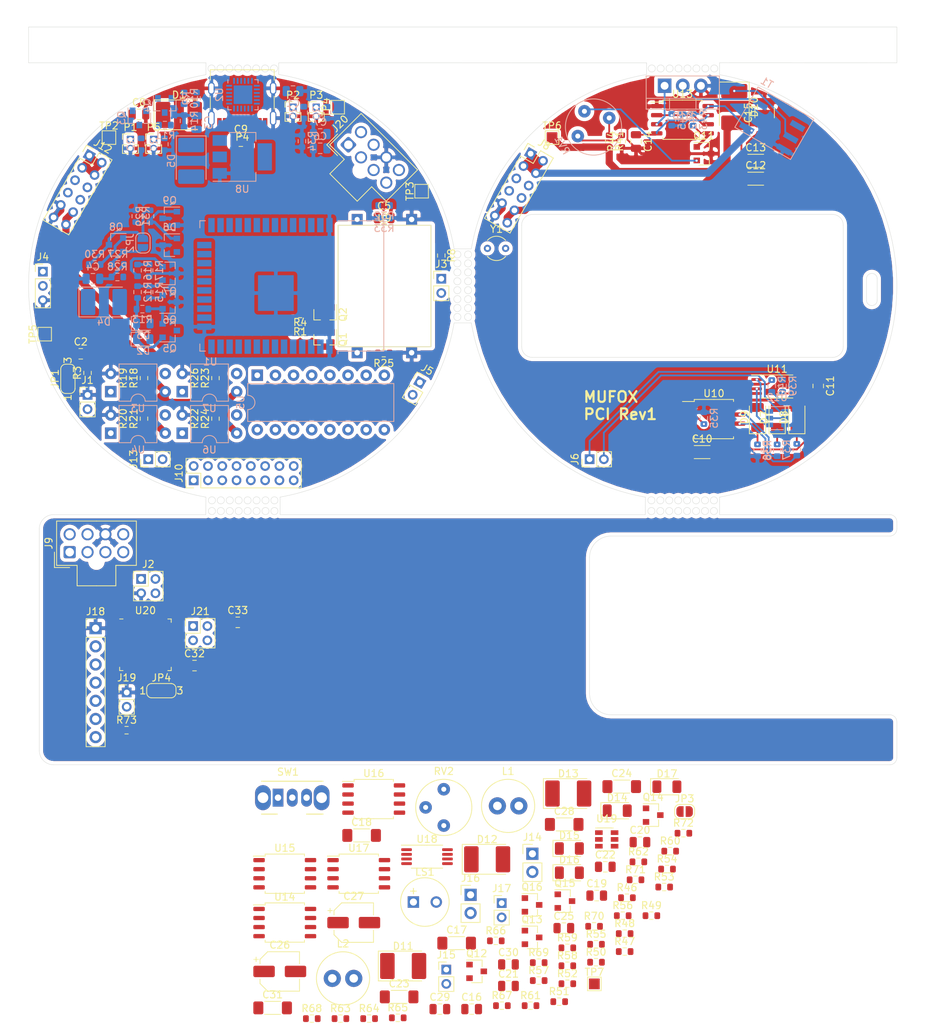
<source format=kicad_pcb>
(kicad_pcb (version 20171130) (host pcbnew "(5.1.10)-1")
  (layers (0 F.Cu signal) (31 B.Cu signal) (34 B.Paste user) (35 F.Paste user) (36 B.SilkS user) (37 F.SilkS user) (38 B.Mask user) (39 F.Mask user) (44 Edge.Cuts user))
  (net 0 "")
  (net 1 3.3VA)
  (net 2 OSC1)
  (net 3 5VA)
  (net 4 OSC2)
  (net 5 GNDPWR)
  (net 6 EN)
  (net 7 "Net-(JP1-Pad2)")
  (net 8 SLEEP)
  (net 9 MODE)
  (net 10 UP)
  (net 11 DOWN)
  (net 12 HV)
  (net 13 RX0)
  (net 14 TX0)
  (net 15 "Net-(U1-Pad4)")
  (net 16 0)
  (net 17 9)
  (net 18 8)
  (net 19 7)
  (net 20 6)
  (net 21 5)
  (net 22 4)
  (net 23 3)
  (net 24 D)
  (net 25 C)
  (net 26 B)
  (net 27 A)
  (net 28 1)
  (net 29 2)
  (net 30 "Net-(R41-Pad1)")
  (net 31 BAT1+)
  (net 32 BAT1-)
  (net 33 "Net-(C30-Pad1)")
  (net 34 BAT2+)
  (net 35 SWDIO)
  (net 36 SWCLK)
  (net 37 3V3)
  (net 38 GEIGER_SENSOR)
  (net 39 BUZZER)
  (net 40 SDA_BME280)
  (net 41 SCL_BME280)
  (net 42 SDA_ST7789)
  (net 43 SCL_ST7789)
  (net 44 BLK_ST7789)
  (net 45 RST_ST7789)
  (net 46 DC_ST7789)
  (net 47 DCDC)
  (net 48 ANODE_NIXIE_A)
  (net 49 ANODE_NIXIE_B)
  (net 50 ANODE_NIXIE_C)
  (net 51 ANODE_NIXIE_D)
  (net 52 BATERRY_LEVEL)
  (net 53 LDR_SENSOR)
  (net 54 LEVEL_A)
  (net 55 LEVEL_B)
  (net 56 LEVEL_C)
  (net 57 LDR_POWER)
  (net 58 LEVEL_D)
  (net 59 SWGND)
  (net 60 RHDP)
  (net 61 "Net-(D14-Pad2)")
  (net 62 "Net-(Q11-Pad2)")
  (net 63 "Net-(Q13-Pad2)")
  (net 64 "Net-(Q14-Pad1)")
  (net 65 IN_BAT-)
  (net 66 BAT)
  (net 67 "Net-(D6-Pad1)")
  (net 68 "Net-(D9-Pad1)")
  (net 69 "Net-(D10-Pad1)")
  (net 70 "Net-(D11-Pad1)")
  (net 71 "Net-(JP3-Pad2)")
  (net 72 "Net-(Q6-Pad2)")
  (net 73 "Net-(Q7-Pad2)")
  (net 74 "Net-(Q7-Pad1)")
  (net 75 "Net-(Q12-Pad2)")
  (net 76 "Net-(R44-Pad2)")
  (net 77 "Net-(U1-Pad21)")
  (net 78 G2)
  (net 79 G1)
  (net 80 "Net-(J12-Pad6)")
  (net 81 "Net-(C11-Pad1)")
  (net 82 "Net-(C17-Pad1)")
  (net 83 "Net-(C32-Pad2)")
  (net 84 "Net-(D4-Pad2)")
  (net 85 "Net-(D5-Pad2)")
  (net 86 "Net-(D16-Pad1)")
  (net 87 "Net-(JP2-Pad2)")
  (net 88 "Net-(LS1-Pad2)")
  (net 89 "Net-(Q2-Pad1)")
  (net 90 "Net-(Q4-Pad2)")
  (net 91 "Net-(Q5-Pad2)")
  (net 92 "Net-(R10-Pad1)")
  (net 93 ON_GEIGER)
  (net 94 "Net-(R23-Pad1)")
  (net 95 "Net-(R26-Pad1)")
  (net 96 "Net-(R66-Pad1)")
  (net 97 "Net-(R68-Pad2)")
  (net 98 "Net-(R70-Pad2)")
  (net 99 "Net-(C1-Pad1)")
  (net 100 "Net-(C2-Pad1)")
  (net 101 "Net-(C5-Pad1)")
  (net 102 "Net-(C11-Pad2)")
  (net 103 "Net-(C17-Pad2)")
  (net 104 "Net-(C18-Pad2)")
  (net 105 "Net-(C20-Pad1)")
  (net 106 "Net-(C21-Pad1)")
  (net 107 "Net-(C22-Pad1)")
  (net 108 "Net-(C24-Pad1)")
  (net 109 "Net-(C25-Pad2)")
  (net 110 "Net-(C25-Pad1)")
  (net 111 "Net-(C27-Pad1)")
  (net 112 "Net-(C29-Pad1)")
  (net 113 "Net-(C30-Pad2)")
  (net 114 "Net-(C33-Pad1)")
  (net 115 "Net-(D2-Pad1)")
  (net 116 "Net-(D7-Pad1)")
  (net 117 "Net-(D8-Pad1)")
  (net 118 WIFI_LED)
  (net 119 "Net-(D15-Pad2)")
  (net 120 "Net-(D17-Pad1)")
  (net 121 "Net-(J1-Pad2)")
  (net 122 "Net-(J8-Pad8)")
  (net 123 "Net-(J8-Pad7)")
  (net 124 "Net-(J8-Pad6)")
  (net 125 "Net-(J10-Pad11)")
  (net 126 "Net-(J10-Pad9)")
  (net 127 "Net-(J10-Pad7)")
  (net 128 "Net-(J10-Pad5)")
  (net 129 "Net-(J10-Pad1)")
  (net 130 "Net-(J11-Pad2)")
  (net 131 "Net-(J11-Pad1)")
  (net 132 "Net-(J12-Pad8)")
  (net 133 "Net-(J12-Pad7)")
  (net 134 "Net-(J14-Pad1)")
  (net 135 "Net-(J15-Pad2)")
  (net 136 "Net-(J15-Pad1)")
  (net 137 "Net-(J16-Pad1)")
  (net 138 "Net-(J17-Pad2)")
  (net 139 "Net-(J19-Pad2)")
  (net 140 "Net-(JP4-Pad2)")
  (net 141 REGIN)
  (net 142 "Net-(P4-PadA8)")
  (net 143 "Net-(P4-PadB8)")
  (net 144 RST)
  (net 145 "Net-(Q1-Pad1)")
  (net 146 DTR)
  (net 147 IO0)
  (net 148 "Net-(Q3-Pad2)")
  (net 149 "Net-(Q10-Pad2)")
  (net 150 "Net-(Q10-Pad1)")
  (net 151 "Net-(Q11-Pad1)")
  (net 152 "Net-(Q13-Pad1)")
  (net 153 "Net-(Q14-Pad3)")
  (net 154 "Net-(Q15-Pad3)")
  (net 155 "Net-(Q15-Pad2)")
  (net 156 "Net-(Q16-Pad2)")
  (net 157 "Net-(R18-Pad1)")
  (net 158 "Net-(R19-Pad1)")
  (net 159 "Net-(R35-Pad1)")
  (net 160 "Net-(R36-Pad2)")
  (net 161 "Net-(R37-Pad2)")
  (net 162 "Net-(R40-Pad2)")
  (net 163 "Net-(R42-Pad1)")
  (net 164 "Net-(R45-Pad2)")
  (net 165 "Net-(R46-Pad2)")
  (net 166 "Net-(R47-Pad2)")
  (net 167 "Net-(R48-Pad1)")
  (net 168 "Net-(R49-Pad1)")
  (net 169 "Net-(R50-Pad2)")
  (net 170 "Net-(R60-Pad1)")
  (net 171 "Net-(R63-Pad1)")
  (net 172 "Net-(R64-Pad2)")
  (net 173 "Net-(R67-Pad1)")
  (net 174 "Net-(R72-Pad2)")
  (net 175 "Net-(SW1-Pad3)")
  (net 176 "Net-(U1-Pad32)")
  (net 177 "Net-(U1-Pad29)")
  (net 178 TX2)
  (net 179 RX2)
  (net 180 "Net-(U1-Pad26)")
  (net 181 "Net-(U1-Pad24)")
  (net 182 "Net-(U1-Pad22)")
  (net 183 "Net-(U1-Pad20)")
  (net 184 "Net-(U1-Pad19)")
  (net 185 "Net-(U1-Pad18)")
  (net 186 "Net-(U1-Pad17)")
  (net 187 "Net-(U1-Pad5)")
  (net 188 "Net-(U1-Pad2)")
  (net 189 "Net-(U2-Pad22)")
  (net 190 "Net-(U2-Pad21)")
  (net 191 "Net-(U2-Pad20)")
  (net 192 "Net-(U2-Pad19)")
  (net 193 "Net-(U2-Pad18)")
  (net 194 "Net-(U2-Pad17)")
  (net 195 "Net-(U2-Pad16)")
  (net 196 "Net-(U2-Pad15)")
  (net 197 "Net-(U2-Pad14)")
  (net 198 "Net-(U2-Pad13)")
  (net 199 "Net-(U2-Pad12)")
  (net 200 "Net-(U2-Pad11)")
  (net 201 "Net-(U2-Pad10)")
  (net 202 "Net-(U2-Pad9)")
  (net 203 "Net-(U2-Pad1)")
  (net 204 "Net-(U11-Pad4)")
  (net 205 "Net-(U12-Pad2)")
  (net 206 "Net-(U14-Pad5)")
  (net 207 "Net-(U16-Pad5)")
  (net 208 "Net-(U18-Pad4)")
  (net 209 "Net-(U19-Pad2)")
  (net 210 "Net-(U20-Pad3)")
  (net 211 "Net-(U20-Pad21)")
  (net 212 "Net-(U20-Pad4)")
  (net 213 "Net-(U20-Pad46)")
  (net 214 "Net-(U20-Pad47)")
  (net 215 "Net-(U20-Pad40)")
  (net 216 "Net-(U20-Pad48)")
  (net 217 VCC)
  (module Connector_Molex:Molex_Nano-Fit_105310-xx08_2x04_P2.50mm_Vertical (layer F.Cu) (at 131.25 40.25 45)
    (fp_text reference J20 (at 1.25 -2.92 45) (layer F.SilkS))
    (fp_text value "Modulo Externo")
    (pad "" np_thru_hole circle (at -1.34 3.75 45) (size 1.3 1.3) (drill 1.3) (layers *.Cu *.Mask))
    (pad 8 thru_hole circle (at 2.5 7.5 45) (size 1.7 1.7) (drill 1.2) (layers *.Cu *.Mask) (net 13 RX0))
    (pad 7 thru_hole circle (at 2.5 5 45) (size 1.7 1.7) (drill 1.2) (layers *.Cu *.Mask) (net 32 BAT1-))
    (pad 6 thru_hole circle (at 2.5 2.5 45) (size 1.7 1.7) (drill 1.2) (layers *.Cu *.Mask) (net 34 BAT2+))
    (pad 5 thru_hole circle (at 2.5 0 45) (size 1.7 1.7) (drill 1.2) (layers *.Cu *.Mask) (net 3 5VA))
    (pad 4 thru_hole circle (at 0 7.5 45) (size 1.7 1.7) (drill 1.2) (layers *.Cu *.Mask) (net 14 TX0))
    (pad 3 thru_hole circle (at 0 5 45) (size 1.7 1.7) (drill 1.2) (layers *.Cu *.Mask) (net 1 3.3VA))
    (pad 2 thru_hole circle (at 0 2.5 45) (size 1.7 1.7) (drill 1.2) (layers *.Cu *.Mask) (net 1 3.3VA))
    (pad 1 thru_hole roundrect (at 0 0 45) (size 1.7 1.7) (drill 1.2) (layers *.Cu *.Mask) (roundrect_rratio 0.147059) (net 3 5VA))
  )
  (module Connector_Molex:Molex_Nano-Fit_105310-xx08_2x04_P2.50mm_Vertical (layer F.Cu) (at 92.25 97.25 90)
    (fp_text reference J9 (at 1.25 -2.92 90) (layer F.SilkS))
    (fp_text value "Modulo Externo")
    (pad "" np_thru_hole circle (at -1.34 3.75 90) (size 1.3 1.3) (drill 1.3) (layers *.Cu *.Mask))
    (pad 8 thru_hole circle (at 2.5 7.5 90) (size 1.7 1.7) (drill 1.2) (layers *.Cu *.Mask) (net 13 RX0))
    (pad 7 thru_hole circle (at 2.5 5 90) (size 1.7 1.7) (drill 1.2) (layers *.Cu *.Mask) (net 32 BAT1-))
    (pad 6 thru_hole circle (at 2.5 2.5 90) (size 1.7 1.7) (drill 1.2) (layers *.Cu *.Mask) (net 34 BAT2+))
    (pad 5 thru_hole circle (at 2.5 0 90) (size 1.7 1.7) (drill 1.2) (layers *.Cu *.Mask) (net 3 5VA))
    (pad 4 thru_hole circle (at 0 7.5 90) (size 1.7 1.7) (drill 1.2) (layers *.Cu *.Mask) (net 14 TX0))
    (pad 3 thru_hole circle (at 0 5 90) (size 1.7 1.7) (drill 1.2) (layers *.Cu *.Mask) (net 1 3.3VA))
    (pad 2 thru_hole circle (at 0 2.5 90) (size 1.7 1.7) (drill 1.2) (layers *.Cu *.Mask) (net 1 3.3VA))
    (pad 1 thru_hole roundrect (at 0 0 90) (size 1.7 1.7) (drill 1.2) (layers *.Cu *.Mask) (roundrect_rratio 0.147059) (net 3 5VA))
  )
  (module Crystal:Crystal_AT310_D3.0mm_L10.0mm_Vertical (layer F.Cu) (at 150.71 54.75)
    (fp_text reference Y1 (at 1.27 -2.7) (layer F.SilkS))
    (fp_text value 84kHz)
    (pad 2 thru_hole circle (at 2.54 0) (size 1 1) (drill 0.5) (layers *.Cu *.Mask) (net 131 "Net-(J11-Pad1)"))
    (pad 1 thru_hole circle (at 0 0) (size 1 1) (drill 0.5) (layers *.Cu *.Mask) (net 130 "Net-(J11-Pad2)"))
  )
  (module Package_TO_SOT_SMD:SOT-23-6 (layer F.Cu) (at 167.4 137.44)
    (fp_text reference U19 (at 0 -2.9) (layer F.SilkS))
    (fp_text value AM8205)
    (pad 5 smd rect (at 1.1 0) (size 1.06 0.65) (layers F.Cu F.Paste F.Mask) (net 209 "Net-(U19-Pad2)"))
    (pad 6 smd rect (at 1.1 -0.95) (size 1.06 0.65) (layers F.Cu F.Paste F.Mask) (net 79 G1))
    (pad 4 smd rect (at 1.1 0.95) (size 1.06 0.65) (layers F.Cu F.Paste F.Mask) (net 78 G2))
    (pad 3 smd rect (at -1.1 0.95) (size 1.06 0.65) (layers F.Cu F.Paste F.Mask) (net 32 BAT1-))
    (pad 2 smd rect (at -1.1 0) (size 1.06 0.65) (layers F.Cu F.Paste F.Mask) (net 209 "Net-(U19-Pad2)"))
    (pad 1 smd rect (at -1.1 -0.95) (size 1.06 0.65) (layers F.Cu F.Paste F.Mask) (net 138 "Net-(J17-Pad2)"))
  )
  (module Package_SO:TSSOP-8_4.4x3mm_P0.65mm (layer F.Cu) (at 142.25 139.85)
    (fp_text reference U18 (at 0 -2.45) (layer F.SilkS))
    (fp_text value DW01)
    (pad 8 smd roundrect (at 2.8625 -0.975) (size 1.475 0.4) (layers F.Cu F.Paste F.Mask))
    (pad 7 smd roundrect (at 2.8625 -0.325) (size 1.475 0.4) (layers F.Cu F.Paste F.Mask))
    (pad 6 smd roundrect (at 2.8625 0.325) (size 1.475 0.4) (layers F.Cu F.Paste F.Mask) (net 33 "Net-(C30-Pad1)"))
    (pad 5 smd roundrect (at 2.8625 0.975) (size 1.475 0.4) (layers F.Cu F.Paste F.Mask) (net 113 "Net-(C30-Pad2)"))
    (pad 4 smd roundrect (at -2.8625 0.975) (size 1.475 0.4) (layers F.Cu F.Paste F.Mask) (net 208 "Net-(U18-Pad4)"))
    (pad 3 smd roundrect (at -2.8625 0.325) (size 1.475 0.4) (layers F.Cu F.Paste F.Mask) (net 78 G2))
    (pad 2 smd roundrect (at -2.8625 -0.325) (size 1.475 0.4) (layers F.Cu F.Paste F.Mask) (net 174 "Net-(R72-Pad2)"))
    (pad 1 smd roundrect (at -2.8625 -0.975) (size 1.475 0.4) (layers F.Cu F.Paste F.Mask) (net 79 G1))
  )
  (module Package_SO:SOIC-8_5.275x5.275mm_P1.27mm (layer F.Cu) (at 132.7 142.24)
    (fp_text reference U17 (at 0 -3.59) (layer F.SilkS))
    (fp_text value TP4056)
    (pad 8 smd roundrect (at 3.6 -1.905) (size 1.6 0.6) (layers F.Cu F.Paste F.Mask) (net 3 5VA))
    (pad 7 smd roundrect (at 3.6 -0.635) (size 1.6 0.6) (layers F.Cu F.Paste F.Mask) (net 97 "Net-(R68-Pad2)"))
    (pad 6 smd roundrect (at 3.6 0.635) (size 1.6 0.6) (layers F.Cu F.Paste F.Mask) (net 98 "Net-(R70-Pad2)"))
    (pad 5 smd roundrect (at 3.6 1.905) (size 1.6 0.6) (layers F.Cu F.Paste F.Mask) (net 66 BAT))
    (pad 4 smd roundrect (at -3.6 1.905) (size 1.6 0.6) (layers F.Cu F.Paste F.Mask) (net 3 5VA))
    (pad 3 smd roundrect (at -3.6 0.635) (size 1.6 0.6) (layers F.Cu F.Paste F.Mask) (net 32 BAT1-))
    (pad 2 smd roundrect (at -3.6 -0.635) (size 1.6 0.6) (layers F.Cu F.Paste F.Mask) (net 173 "Net-(R67-Pad1)"))
    (pad 1 smd roundrect (at -3.6 -1.905) (size 1.6 0.6) (layers F.Cu F.Paste F.Mask) (net 32 BAT1-))
  )
  (module Package_SO:SOIC-8_5.275x5.275mm_P1.27mm (layer F.Cu) (at 134.8 131.79)
    (fp_text reference U16 (at 0 -3.59) (layer F.SilkS))
    (fp_text value NE555)
    (pad 8 smd roundrect (at 3.6 -1.905) (size 1.6 0.6) (layers F.Cu F.Paste F.Mask) (net 110 "Net-(C25-Pad1)"))
    (pad 7 smd roundrect (at 3.6 -0.635) (size 1.6 0.6) (layers F.Cu F.Paste F.Mask) (net 172 "Net-(R64-Pad2)"))
    (pad 6 smd roundrect (at 3.6 0.635) (size 1.6 0.6) (layers F.Cu F.Paste F.Mask) (net 112 "Net-(C29-Pad1)"))
    (pad 5 smd roundrect (at 3.6 1.905) (size 1.6 0.6) (layers F.Cu F.Paste F.Mask) (net 207 "Net-(U16-Pad5)"))
    (pad 4 smd roundrect (at -3.6 1.905) (size 1.6 0.6) (layers F.Cu F.Paste F.Mask) (net 153 "Net-(Q14-Pad3)"))
    (pad 3 smd roundrect (at -3.6 0.635) (size 1.6 0.6) (layers F.Cu F.Paste F.Mask) (net 96 "Net-(R66-Pad1)"))
    (pad 2 smd roundrect (at -3.6 -0.635) (size 1.6 0.6) (layers F.Cu F.Paste F.Mask) (net 112 "Net-(C29-Pad1)"))
    (pad 1 smd roundrect (at -3.6 -1.905) (size 1.6 0.6) (layers F.Cu F.Paste F.Mask) (net 32 BAT1-))
  )
  (module Package_SO:SOIC-8_5.275x5.275mm_P1.27mm (layer F.Cu) (at 122.35 142.24)
    (fp_text reference U15 (at 0 -3.59) (layer F.SilkS))
    (fp_text value LM358)
    (pad 8 smd roundrect (at 3.6 -1.905) (size 1.6 0.6) (layers F.Cu F.Paste F.Mask))
    (pad 7 smd roundrect (at 3.6 -0.635) (size 1.6 0.6) (layers F.Cu F.Paste F.Mask) (net 137 "Net-(J16-Pad1)"))
    (pad 6 smd roundrect (at 3.6 0.635) (size 1.6 0.6) (layers F.Cu F.Paste F.Mask) (net 137 "Net-(J16-Pad1)"))
    (pad 5 smd roundrect (at 3.6 1.905) (size 1.6 0.6) (layers F.Cu F.Paste F.Mask) (net 171 "Net-(R63-Pad1)"))
    (pad 4 smd roundrect (at -3.6 1.905) (size 1.6 0.6) (layers F.Cu F.Paste F.Mask))
    (pad 3 smd roundrect (at -3.6 0.635) (size 1.6 0.6) (layers F.Cu F.Paste F.Mask))
    (pad 2 smd roundrect (at -3.6 -0.635) (size 1.6 0.6) (layers F.Cu F.Paste F.Mask))
    (pad 1 smd roundrect (at -3.6 -1.905) (size 1.6 0.6) (layers F.Cu F.Paste F.Mask))
  )
  (module Package_SO:SOIC-8_5.275x5.275mm_P1.27mm (layer F.Cu) (at 122.35 149.07)
    (fp_text reference U14 (at 0 -3.59) (layer F.SilkS))
    (fp_text value NE555)
    (pad 8 smd roundrect (at 3.6 -1.905) (size 1.6 0.6) (layers F.Cu F.Paste F.Mask) (net 38 GEIGER_SENSOR))
    (pad 7 smd roundrect (at 3.6 -0.635) (size 1.6 0.6) (layers F.Cu F.Paste F.Mask) (net 105 "Net-(C20-Pad1)"))
    (pad 6 smd roundrect (at 3.6 0.635) (size 1.6 0.6) (layers F.Cu F.Paste F.Mask) (net 105 "Net-(C20-Pad1)"))
    (pad 5 smd roundrect (at 3.6 1.905) (size 1.6 0.6) (layers F.Cu F.Paste F.Mask) (net 206 "Net-(U14-Pad5)"))
    (pad 4 smd roundrect (at -3.6 1.905) (size 1.6 0.6) (layers F.Cu F.Paste F.Mask) (net 38 GEIGER_SENSOR))
    (pad 3 smd roundrect (at -3.6 0.635) (size 1.6 0.6) (layers F.Cu F.Paste F.Mask) (net 170 "Net-(R60-Pad1)"))
    (pad 2 smd roundrect (at -3.6 -0.635) (size 1.6 0.6) (layers F.Cu F.Paste F.Mask) (net 154 "Net-(Q15-Pad3)"))
    (pad 1 smd roundrect (at -3.6 -1.905) (size 1.6 0.6) (layers F.Cu F.Paste F.Mask) (net 32 BAT1-))
  )
  (module Package_SO:SOIC-8_5.275x5.275mm_P1.27mm (layer F.Cu) (at 178 36.75)
    (fp_text reference U13 (at 0 -3.59) (layer F.SilkS))
    (fp_text value NE555)
    (pad 8 smd roundrect (at 3.6 -1.905) (size 1.6 0.6) (layers F.Cu F.Paste F.Mask) (net 3 5VA))
    (pad 7 smd roundrect (at 3.6 -0.635) (size 1.6 0.6) (layers F.Cu F.Paste F.Mask) (net 163 "Net-(R42-Pad1)"))
    (pad 6 smd roundrect (at 3.6 0.635) (size 1.6 0.6) (layers F.Cu F.Paste F.Mask) (net 164 "Net-(R45-Pad2)"))
    (pad 5 smd roundrect (at 3.6 1.905) (size 1.6 0.6) (layers F.Cu F.Paste F.Mask) (net 151 "Net-(Q11-Pad1)"))
    (pad 4 smd roundrect (at -3.6 1.905) (size 1.6 0.6) (layers F.Cu F.Paste F.Mask) (net 3 5VA))
    (pad 3 smd roundrect (at -3.6 0.635) (size 1.6 0.6) (layers F.Cu F.Paste F.Mask) (net 150 "Net-(Q10-Pad1)"))
    (pad 2 smd roundrect (at -3.6 -0.635) (size 1.6 0.6) (layers F.Cu F.Paste F.Mask) (net 164 "Net-(R45-Pad2)"))
    (pad 1 smd roundrect (at -3.6 -1.905) (size 1.6 0.6) (layers F.Cu F.Paste F.Mask) (net 32 BAT1-))
  )
  (module Package_TO_SOT_SMD:SOT-23-6 (layer B.Cu) (at 191.250001 78.5 180)
    (fp_text reference U12 (at 0 2.9) (layer B.SilkS) (effects (justify mirror)))
    (fp_text value AM8205)
    (pad 5 smd rect (at 1.1 0 180) (size 1.06 0.65) (layers B.Cu B.Paste B.Mask) (net 205 "Net-(U12-Pad2)"))
    (pad 6 smd rect (at 1.1 0.95 180) (size 1.06 0.65) (layers B.Cu B.Paste B.Mask) (net 79 G1))
    (pad 4 smd rect (at 1.1 -0.95 180) (size 1.06 0.65) (layers B.Cu B.Paste B.Mask) (net 78 G2))
    (pad 3 smd rect (at -1.1 -0.95 180) (size 1.06 0.65) (layers B.Cu B.Paste B.Mask) (net 32 BAT1-))
    (pad 2 smd rect (at -1.1 0 180) (size 1.06 0.65) (layers B.Cu B.Paste B.Mask) (net 205 "Net-(U12-Pad2)"))
    (pad 1 smd rect (at -1.1 0.95 180) (size 1.06 0.65) (layers B.Cu B.Paste B.Mask) (net 65 IN_BAT-))
  )
  (module Package_SO:TSSOP-8_4.4x3mm_P0.65mm (layer F.Cu) (at 191.250001 74.075)
    (fp_text reference U11 (at 0 -2.45) (layer F.SilkS))
    (fp_text value DW01)
    (pad 8 smd roundrect (at 2.8625 -0.975) (size 1.475 0.4) (layers F.Cu F.Paste F.Mask))
    (pad 7 smd roundrect (at 2.8625 -0.325) (size 1.475 0.4) (layers F.Cu F.Paste F.Mask))
    (pad 6 smd roundrect (at 2.8625 0.325) (size 1.475 0.4) (layers F.Cu F.Paste F.Mask) (net 81 "Net-(C11-Pad1)"))
    (pad 5 smd roundrect (at 2.8625 0.975) (size 1.475 0.4) (layers F.Cu F.Paste F.Mask) (net 102 "Net-(C11-Pad2)"))
    (pad 4 smd roundrect (at -2.8625 0.975) (size 1.475 0.4) (layers F.Cu F.Paste F.Mask) (net 204 "Net-(U11-Pad4)"))
    (pad 3 smd roundrect (at -2.8625 0.325) (size 1.475 0.4) (layers F.Cu F.Paste F.Mask) (net 78 G2))
    (pad 2 smd roundrect (at -2.8625 -0.325) (size 1.475 0.4) (layers F.Cu F.Paste F.Mask) (net 162 "Net-(R40-Pad2)"))
    (pad 1 smd roundrect (at -2.8625 -0.975) (size 1.475 0.4) (layers F.Cu F.Paste F.Mask) (net 79 G1))
  )
  (module Package_SO:SOIC-8_5.275x5.275mm_P1.27mm (layer F.Cu) (at 182.4 78.635)
    (fp_text reference U10 (at 0 -3.59) (layer F.SilkS))
    (fp_text value TP4056)
    (pad 8 smd roundrect (at 3.6 -1.905) (size 1.6 0.6) (layers F.Cu F.Paste F.Mask) (net 3 5VA))
    (pad 7 smd roundrect (at 3.6 -0.635) (size 1.6 0.6) (layers F.Cu F.Paste F.Mask) (net 160 "Net-(R36-Pad2)"))
    (pad 6 smd roundrect (at 3.6 0.635) (size 1.6 0.6) (layers F.Cu F.Paste F.Mask) (net 161 "Net-(R37-Pad2)"))
    (pad 5 smd roundrect (at 3.6 1.905) (size 1.6 0.6) (layers F.Cu F.Paste F.Mask) (net 66 BAT))
    (pad 4 smd roundrect (at -3.6 1.905) (size 1.6 0.6) (layers F.Cu F.Paste F.Mask) (net 3 5VA))
    (pad 3 smd roundrect (at -3.6 0.635) (size 1.6 0.6) (layers F.Cu F.Paste F.Mask) (net 32 BAT1-))
    (pad 2 smd roundrect (at -3.6 -0.635) (size 1.6 0.6) (layers F.Cu F.Paste F.Mask) (net 159 "Net-(R35-Pad1)"))
    (pad 1 smd roundrect (at -3.6 -1.905) (size 1.6 0.6) (layers F.Cu F.Paste F.Mask) (net 32 BAT1-))
  )
  (module Package_DIP:DIP-4_W7.62mm (layer B.Cu) (at 107.999999 74.800003)
    (fp_text reference U7 (at 3.81 2.33) (layer B.SilkS) (effects (justify mirror)))
    (fp_text value TLP521-1)
    (pad 4 thru_hole oval (at 7.62 0) (size 1.6 1.6) (drill 0.8) (layers *.Cu *.Mask) (net 12 HV))
    (pad 2 thru_hole oval (at 0 -2.54) (size 1.6 1.6) (drill 0.8) (layers *.Cu *.Mask) (net 32 BAT1-))
    (pad 3 thru_hole oval (at 7.62 -2.54) (size 1.6 1.6) (drill 0.8) (layers *.Cu *.Mask) (net 24 D))
    (pad 1 thru_hole rect (at 0 0) (size 1.6 1.6) (drill 0.8) (layers *.Cu *.Mask) (net 95 "Net-(R26-Pad1)"))
  )
  (module Package_DIP:DIP-4_W7.62mm (layer B.Cu) (at 108 80.6)
    (fp_text reference U6 (at 3.81 2.33) (layer B.SilkS) (effects (justify mirror)))
    (fp_text value TLP521-1)
    (pad 4 thru_hole oval (at 7.62 0) (size 1.6 1.6) (drill 0.8) (layers *.Cu *.Mask) (net 12 HV))
    (pad 2 thru_hole oval (at 0 -2.54) (size 1.6 1.6) (drill 0.8) (layers *.Cu *.Mask) (net 32 BAT1-))
    (pad 3 thru_hole oval (at 7.62 -2.54) (size 1.6 1.6) (drill 0.8) (layers *.Cu *.Mask) (net 25 C))
    (pad 1 thru_hole rect (at 0 0) (size 1.6 1.6) (drill 0.8) (layers *.Cu *.Mask) (net 94 "Net-(R23-Pad1)"))
  )
  (module Package_DIP:DIP-16_W7.62mm (layer B.Cu) (at 118.500001 72.499999 270)
    (fp_text reference U5 (at 3.81 2.33 270) (layer B.SilkS) (effects (justify mirror)))
    (fp_text value 74141)
    (pad 1 thru_hole rect (at 0 0 270) (size 1.6 1.6) (drill 0.8) (layers *.Cu *.Mask) (net 18 8))
    (pad 9 thru_hole oval (at 7.62 -17.78 270) (size 1.6 1.6) (drill 0.8) (layers *.Cu *.Mask) (net 23 3))
    (pad 2 thru_hole oval (at 0 -2.54 270) (size 1.6 1.6) (drill 0.8) (layers *.Cu *.Mask) (net 17 9))
    (pad 10 thru_hole oval (at 7.62 -15.24 270) (size 1.6 1.6) (drill 0.8) (layers *.Cu *.Mask) (net 19 7))
    (pad 3 thru_hole oval (at 0 -5.08 270) (size 1.6 1.6) (drill 0.8) (layers *.Cu *.Mask) (net 58 LEVEL_D))
    (pad 11 thru_hole oval (at 7.62 -12.7 270) (size 1.6 1.6) (drill 0.8) (layers *.Cu *.Mask) (net 20 6))
    (pad 4 thru_hole oval (at 0 -7.62 270) (size 1.6 1.6) (drill 0.8) (layers *.Cu *.Mask) (net 54 LEVEL_A))
    (pad 12 thru_hole oval (at 7.62 -10.16 270) (size 1.6 1.6) (drill 0.8) (layers *.Cu *.Mask) (net 3 5VA))
    (pad 5 thru_hole oval (at 0 -10.16 270) (size 1.6 1.6) (drill 0.8) (layers *.Cu *.Mask) (net 217 VCC))
    (pad 13 thru_hole oval (at 7.62 -7.62 270) (size 1.6 1.6) (drill 0.8) (layers *.Cu *.Mask) (net 22 4))
    (pad 6 thru_hole oval (at 0 -12.7 270) (size 1.6 1.6) (drill 0.8) (layers *.Cu *.Mask) (net 56 LEVEL_C))
    (pad 14 thru_hole oval (at 7.62 -5.08 270) (size 1.6 1.6) (drill 0.8) (layers *.Cu *.Mask) (net 21 5))
    (pad 7 thru_hole oval (at 0 -15.24 270) (size 1.6 1.6) (drill 0.8) (layers *.Cu *.Mask) (net 55 LEVEL_B))
    (pad 15 thru_hole oval (at 7.62 -2.54 270) (size 1.6 1.6) (drill 0.8) (layers *.Cu *.Mask) (net 28 1))
    (pad 8 thru_hole oval (at 0 -17.78 270) (size 1.6 1.6) (drill 0.8) (layers *.Cu *.Mask) (net 29 2))
    (pad 16 thru_hole oval (at 7.62 0 270) (size 1.6 1.6) (drill 0.8) (layers *.Cu *.Mask) (net 16 0))
  )
  (module Package_DIP:DIP-4_W7.62mm (layer B.Cu) (at 98 80.6)
    (fp_text reference U4 (at 3.81 2.33) (layer B.SilkS) (effects (justify mirror)))
    (fp_text value TLP521-1)
    (pad 4 thru_hole oval (at 7.62 0) (size 1.6 1.6) (drill 0.8) (layers *.Cu *.Mask) (net 12 HV))
    (pad 2 thru_hole oval (at 0 -2.54) (size 1.6 1.6) (drill 0.8) (layers *.Cu *.Mask) (net 32 BAT1-))
    (pad 3 thru_hole oval (at 7.62 -2.54) (size 1.6 1.6) (drill 0.8) (layers *.Cu *.Mask) (net 26 B))
    (pad 1 thru_hole rect (at 0 0) (size 1.6 1.6) (drill 0.8) (layers *.Cu *.Mask) (net 158 "Net-(R19-Pad1)"))
  )
  (module Package_DIP:DIP-4_W7.62mm (layer B.Cu) (at 97.999999 74.8)
    (fp_text reference U3 (at 3.81 2.33) (layer B.SilkS) (effects (justify mirror)))
    (fp_text value TLP521-1)
    (pad 4 thru_hole oval (at 7.62 0) (size 1.6 1.6) (drill 0.8) (layers *.Cu *.Mask) (net 12 HV))
    (pad 2 thru_hole oval (at 0 -2.54) (size 1.6 1.6) (drill 0.8) (layers *.Cu *.Mask) (net 32 BAT1-))
    (pad 3 thru_hole oval (at 7.62 -2.54) (size 1.6 1.6) (drill 0.8) (layers *.Cu *.Mask) (net 27 A))
    (pad 1 thru_hole rect (at 0 0) (size 1.6 1.6) (drill 0.8) (layers *.Cu *.Mask) (net 157 "Net-(R18-Pad1)"))
  )
  (module TestPoint:TestPoint_Pad_1.5x1.5mm (layer F.Cu) (at 165.67 157.65)
    (fp_text reference TP7 (at 0 -1.648) (layer F.SilkS))
    (fp_text value Calibration)
    (pad 1 smd rect (at 0 0) (size 1.5 1.5) (layers F.Cu F.Mask) (net 169 "Net-(R50-Pad2)"))
  )
  (module TestPoint:TestPoint_Pad_1.5x1.5mm (layer F.Cu) (at 159.75 39.25)
    (fp_text reference TP6 (at 0 -1.648) (layer F.SilkS))
    (fp_text value HV)
    (pad 1 smd rect (at 0 0) (size 1.5 1.5) (layers F.Cu F.Mask) (net 12 HV))
  )
  (module Transformer_SMD:Transformer_CEEH54_Nixie (layer B.Cu) (at 192 29.25 330)
    (fp_text reference T1 (at -0.735 3.115 150) (layer B.SilkS) (effects (justify mirror)))
    (fp_text value Transformer_1P_1S)
    (pad 5 smd rect (at 6 6.2 330) (size 2.1 0.8) (layers B.Cu B.Paste B.Mask))
    (pad 4 smd rect (at 6 8.1 330) (size 2.1 0.8) (layers B.Cu B.Paste B.Mask) (net 69 "Net-(D10-Pad1)"))
    (pad 3 smd rect (at 6 10 330) (size 2.1 0.8) (layers B.Cu B.Paste B.Mask) (net 32 BAT1-))
    (pad 2 smd rect (at 0 6.2 330) (size 2.1 0.8) (layers B.Cu B.Paste B.Mask) (net 149 "Net-(Q10-Pad2)"))
    (pad 1 smd rect (at 0 10 330) (size 2.1 0.8) (layers B.Cu B.Paste B.Mask) (net 3 5VA))
  )
  (module Button_Switch_THT:SW_CuK_OS102011MA1QN1_SPDT_Angled (layer F.Cu) (at 121.4 131.6)
    (fp_text reference SW1 (at 1.4 -3.6) (layer F.SilkS))
    (fp_text value SW_DPDT_x2)
    (pad "" thru_hole oval (at 6.1 0) (size 2.2 3.5) (drill 1.5) (layers *.Cu *.Mask))
    (pad "" thru_hole oval (at -2.1 0) (size 2.2 3.5) (drill 1.5) (layers *.Cu *.Mask))
    (pad 3 thru_hole oval (at 4 0) (size 1.5 2.5) (drill 0.9) (layers *.Cu *.Mask) (net 175 "Net-(SW1-Pad3)"))
    (pad 2 thru_hole oval (at 2 0) (size 1.5 2.5) (drill 0.9) (layers *.Cu *.Mask) (net 111 "Net-(C27-Pad1)"))
    (pad 1 thru_hole rect (at 0 0) (size 1.5 2.5) (drill 0.9) (layers *.Cu *.Mask) (net 38 GEIGER_SENSOR))
  )
  (module Potentiometer_THT:Potentiometer_Bourns_3339P_Vertical_HandSoldering (layer F.Cu) (at 144.6 135.5)
    (fp_text reference RV2 (at 0 -7.6) (layer F.SilkS))
    (fp_text value 100)
    (pad 1 thru_hole circle (at 0 0) (size 1.75 1.75) (drill 0.7) (layers *.Cu *.Mask) (net 152 "Net-(Q13-Pad1)"))
    (pad 2 thru_hole circle (at -2.54 -2.54) (size 1.75 1.75) (drill 0.7) (layers *.Cu *.Mask) (net 64 "Net-(Q14-Pad1)"))
    (pad 3 thru_hole circle (at 0 -5.08) (size 1.75 1.75) (drill 0.7) (layers *.Cu *.Mask) (net 108 "Net-(C24-Pad1)"))
  )
  (module Potentiometer_THT:Potentiometer_Bourns_3339P_Vertical_HandSoldering (layer B.Cu) (at 167.75 36.5 300)
    (fp_text reference RV1 (at 0 7.6 120) (layer B.SilkS) (effects (justify mirror)))
    (fp_text value 1k)
    (pad 1 thru_hole circle (at 0 0 300) (size 1.75 1.75) (drill 0.7) (layers *.Cu *.Mask) (net 30 "Net-(R41-Pad1)"))
    (pad 2 thru_hole circle (at -2.54 2.54 300) (size 1.75 1.75) (drill 0.7) (layers *.Cu *.Mask) (net 62 "Net-(Q11-Pad2)"))
    (pad 3 thru_hole circle (at 0 5.08 300) (size 1.75 1.75) (drill 0.7) (layers *.Cu *.Mask) (net 76 "Net-(R44-Pad2)"))
  )
  (module Resistor_SMD:R_0603_1608Metric (layer F.Cu) (at 178.13 136.57)
    (fp_text reference R72 (at 0 -1.43) (layer F.SilkS))
    (fp_text value 1K)
    (pad 2 smd roundrect (at 0.825 0) (size 0.8 0.95) (layers F.Cu F.Paste F.Mask) (net 174 "Net-(R72-Pad2)"))
    (pad 1 smd roundrect (at -0.825 0) (size 0.8 0.95) (layers F.Cu F.Paste F.Mask) (net 32 BAT1-))
  )
  (module Resistor_SMD:R_0603_1608Metric (layer F.Cu) (at 171.43 143.09)
    (fp_text reference R71 (at 0 -1.43) (layer F.SilkS))
    (fp_text value 100)
    (pad 2 smd roundrect (at 0.825 0) (size 0.8 0.95) (layers F.Cu F.Paste F.Mask) (net 34 BAT2+))
    (pad 1 smd roundrect (at -0.825 0) (size 0.8 0.95) (layers F.Cu F.Paste F.Mask) (net 113 "Net-(C30-Pad2)"))
  )
  (module Resistor_SMD:R_0603_1608Metric (layer F.Cu) (at 165.63 149.6)
    (fp_text reference R70 (at 0 -1.43) (layer F.SilkS))
    (fp_text value 1K)
    (pad 2 smd roundrect (at 0.825 0) (size 0.8 0.95) (layers F.Cu F.Paste F.Mask) (net 98 "Net-(R70-Pad2)"))
    (pad 1 smd roundrect (at -0.825 0) (size 0.8 0.95) (layers F.Cu F.Paste F.Mask) (net 120 "Net-(D17-Pad1)"))
  )
  (module Resistor_SMD:R_0603_1608Metric (layer F.Cu) (at 157.88 154.68)
    (fp_text reference R69 (at 0 -1.43) (layer F.SilkS))
    (fp_text value 33K)
    (pad 2 smd roundrect (at 0.825 0) (size 0.8 0.95) (layers F.Cu F.Paste F.Mask) (net 172 "Net-(R64-Pad2)"))
    (pad 1 smd roundrect (at -0.825 0) (size 0.8 0.95) (layers F.Cu F.Paste F.Mask) (net 112 "Net-(C29-Pad1)"))
  )
  (module Resistor_SMD:R_0603_1608Metric (layer F.Cu) (at 126.13 162.51)
    (fp_text reference R68 (at 0 -1.43) (layer F.SilkS))
    (fp_text value 1K)
    (pad 2 smd roundrect (at 0.825 0) (size 0.8 0.95) (layers F.Cu F.Paste F.Mask) (net 97 "Net-(R68-Pad2)"))
    (pad 1 smd roundrect (at -0.825 0) (size 0.8 0.95) (layers F.Cu F.Paste F.Mask) (net 86 "Net-(D16-Pad1)"))
  )
  (module Resistor_SMD:R_0603_1608Metric (layer F.Cu) (at 152.73 160.7)
    (fp_text reference R67 (at 0 -1.43) (layer F.SilkS))
    (fp_text value 1.2K)
    (pad 2 smd roundrect (at 0.825 0) (size 0.8 0.95) (layers F.Cu F.Paste F.Mask) (net 32 BAT1-))
    (pad 1 smd roundrect (at -0.825 0) (size 0.8 0.95) (layers F.Cu F.Paste F.Mask) (net 173 "Net-(R67-Pad1)"))
  )
  (module Resistor_SMD:R_0603_1608Metric (layer F.Cu) (at 151.88 151.63)
    (fp_text reference R66 (at 0 -1.43) (layer F.SilkS))
    (fp_text value 3K)
    (pad 2 smd roundrect (at 0.825 0) (size 0.8 0.95) (layers F.Cu F.Paste F.Mask) (net 63 "Net-(Q13-Pad2)"))
    (pad 1 smd roundrect (at -0.825 0) (size 0.8 0.95) (layers F.Cu F.Paste F.Mask) (net 96 "Net-(R66-Pad1)"))
  )
  (module Resistor_SMD:R_0603_1608Metric (layer F.Cu) (at 138.16 162.4)
    (fp_text reference R65 (at 0 -1.43) (layer F.SilkS))
    (fp_text value NC)
    (pad 2 smd roundrect (at 0.825 0) (size 0.8 0.95) (layers F.Cu F.Paste F.Mask) (net 32 BAT1-))
    (pad 1 smd roundrect (at -0.825 0) (size 0.8 0.95) (layers F.Cu F.Paste F.Mask) (net 171 "Net-(R63-Pad1)"))
  )
  (module Resistor_SMD:R_0603_1608Metric (layer F.Cu) (at 134.15 162.51)
    (fp_text reference R64 (at 0 -1.43) (layer F.SilkS))
    (fp_text value 33K)
    (pad 2 smd roundrect (at 0.825 0) (size 0.8 0.95) (layers F.Cu F.Paste F.Mask) (net 172 "Net-(R64-Pad2)"))
    (pad 1 smd roundrect (at -0.825 0) (size 0.8 0.95) (layers F.Cu F.Paste F.Mask) (net 110 "Net-(C25-Pad1)"))
  )
  (module Resistor_SMD:R_0603_1608Metric (layer F.Cu) (at 130.14 162.51)
    (fp_text reference R63 (at 0 -1.43) (layer F.SilkS))
    (fp_text value 5.1K)
    (pad 2 smd roundrect (at 0.825 0) (size 0.8 0.95) (layers F.Cu F.Paste F.Mask) (net 135 "Net-(J15-Pad2)"))
    (pad 1 smd roundrect (at -0.825 0) (size 0.8 0.95) (layers F.Cu F.Paste F.Mask) (net 171 "Net-(R63-Pad1)"))
  )
  (module Resistor_SMD:R_0603_1608Metric (layer F.Cu) (at 171.83 140.58)
    (fp_text reference R62 (at 0 -1.43) (layer F.SilkS))
    (fp_text value 10K)
    (pad 2 smd roundrect (at 0.825 0) (size 0.8 0.95) (layers F.Cu F.Paste F.Mask) (net 170 "Net-(R60-Pad1)"))
    (pad 1 smd roundrect (at -0.825 0) (size 0.8 0.95) (layers F.Cu F.Paste F.Mask) (net 156 "Net-(Q16-Pad2)"))
  )
  (module Resistor_SMD:R_0603_1608Metric (layer F.Cu) (at 156.74 160.7)
    (fp_text reference R61 (at 0 -1.43) (layer F.SilkS))
    (fp_text value 220)
    (pad 2 smd roundrect (at 0.825 0) (size 0.8 0.95) (layers F.Cu F.Paste F.Mask) (net 38 GEIGER_SENSOR))
    (pad 1 smd roundrect (at -0.825 0) (size 0.8 0.95) (layers F.Cu F.Paste F.Mask) (net 39 BUZZER))
  )
  (module Resistor_SMD:R_0603_1608Metric (layer F.Cu) (at 176.28 139.08)
    (fp_text reference R60 (at 0 -1.43) (layer F.SilkS))
    (fp_text value 1K)
    (pad 2 smd roundrect (at 0.825 0) (size 0.8 0.95) (layers F.Cu F.Paste F.Mask) (net 119 "Net-(D15-Pad2)"))
    (pad 1 smd roundrect (at -0.825 0) (size 0.8 0.95) (layers F.Cu F.Paste F.Mask) (net 170 "Net-(R60-Pad1)"))
  )
  (module Resistor_SMD:R_0603_1608Metric (layer F.Cu) (at 161.89 152.61)
    (fp_text reference R59 (at 0 -1.43) (layer F.SilkS))
    (fp_text value 47K)
    (pad 2 smd roundrect (at 0.825 0) (size 0.8 0.95) (layers F.Cu F.Paste F.Mask) (net 154 "Net-(Q15-Pad3)"))
    (pad 1 smd roundrect (at -0.825 0) (size 0.8 0.95) (layers F.Cu F.Paste F.Mask) (net 38 GEIGER_SENSOR))
  )
  (module Resistor_SMD:R_0603_1608Metric (layer F.Cu) (at 161.89 155.12)
    (fp_text reference R58 (at 0 -1.43) (layer F.SilkS))
    (fp_text value 470K)
    (pad 2 smd roundrect (at 0.825 0) (size 0.8 0.95) (layers F.Cu F.Paste F.Mask) (net 136 "Net-(J15-Pad1)"))
    (pad 1 smd roundrect (at -0.825 0) (size 0.8 0.95) (layers F.Cu F.Paste F.Mask) (net 154 "Net-(Q15-Pad3)"))
  )
  (module Resistor_SMD:R_0603_1608Metric (layer F.Cu) (at 157.88 157.19)
    (fp_text reference R57 (at 0 -1.43) (layer F.SilkS))
    (fp_text value 470K)
    (pad 2 smd roundrect (at 0.825 0) (size 0.8 0.95) (layers F.Cu F.Paste F.Mask) (net 155 "Net-(Q15-Pad2)"))
    (pad 1 smd roundrect (at -0.825 0) (size 0.8 0.95) (layers F.Cu F.Paste F.Mask) (net 5 GNDPWR))
  )
  (module Resistor_SMD:R_0603_1608Metric (layer F.Cu) (at 169.64 148.11)
    (fp_text reference R56 (at 0 -1.43) (layer F.SilkS))
    (fp_text value 10K)
    (pad 2 smd roundrect (at 0.825 0) (size 0.8 0.95) (layers F.Cu F.Paste F.Mask) (net 75 "Net-(Q12-Pad2)"))
    (pad 1 smd roundrect (at -0.825 0) (size 0.8 0.95) (layers F.Cu F.Paste F.Mask) (net 93 ON_GEIGER))
  )
  (module Resistor_SMD:R_0603_1608Metric (layer F.Cu) (at 165.9 152.11)
    (fp_text reference R55 (at 0 -1.43) (layer F.SilkS))
    (fp_text value 10K)
    (pad 2 smd roundrect (at 0.825 0) (size 0.8 0.95) (layers F.Cu F.Paste F.Mask) (net 155 "Net-(Q15-Pad2)"))
    (pad 1 smd roundrect (at -0.825 0) (size 0.8 0.95) (layers F.Cu F.Paste F.Mask) (net 106 "Net-(C21-Pad1)"))
  )
  (module Resistor_SMD:R_0603_1608Metric (layer F.Cu) (at 175.84 141.59)
    (fp_text reference R54 (at 0 -1.43) (layer F.SilkS))
    (fp_text value 1K)
    (pad 2 smd roundrect (at 0.825 0) (size 0.8 0.95) (layers F.Cu F.Paste F.Mask) (net 107 "Net-(C22-Pad1)"))
    (pad 1 smd roundrect (at -0.825 0) (size 0.8 0.95) (layers F.Cu F.Paste F.Mask) (net 61 "Net-(D14-Pad2)"))
  )
  (module Resistor_SMD:R_0603_1608Metric (layer F.Cu) (at 175.44 144.1)
    (fp_text reference R53 (at 0 -1.43) (layer F.SilkS))
    (fp_text value 100K)
    (pad 2 smd roundrect (at 0.825 0) (size 0.8 0.95) (layers F.Cu F.Paste F.Mask) (net 107 "Net-(C22-Pad1)"))
    (pad 1 smd roundrect (at -0.825 0) (size 0.8 0.95) (layers F.Cu F.Paste F.Mask) (net 153 "Net-(Q14-Pad3)"))
  )
  (module Resistor_SMD:R_0603_1608Metric (layer F.Cu) (at 161.89 157.63)
    (fp_text reference R52 (at 0 -1.43) (layer F.SilkS))
    (fp_text value 10M)
    (pad 2 smd roundrect (at 0.825 0) (size 0.8 0.95) (layers F.Cu F.Paste F.Mask) (net 103 "Net-(C17-Pad2)"))
    (pad 1 smd roundrect (at -0.825 0) (size 0.8 0.95) (layers F.Cu F.Paste F.Mask) (net 134 "Net-(J14-Pad1)"))
  )
  (module Resistor_SMD:R_0603_1608Metric (layer F.Cu) (at 160.75 160.14)
    (fp_text reference R51 (at 0 -1.43) (layer F.SilkS))
    (fp_text value 470K)
    (pad 2 smd roundrect (at 0.825 0) (size 0.8 0.95) (layers F.Cu F.Paste F.Mask) (net 105 "Net-(C20-Pad1)"))
    (pad 1 smd roundrect (at -0.825 0) (size 0.8 0.95) (layers F.Cu F.Paste F.Mask) (net 38 GEIGER_SENSOR))
  )
  (module Resistor_SMD:R_0603_1608Metric (layer F.Cu) (at 165.9 154.62)
    (fp_text reference R50 (at 0 -1.43) (layer F.SilkS))
    (fp_text value 10M)
    (pad 2 smd roundrect (at 0.825 0) (size 0.8 0.95) (layers F.Cu F.Paste F.Mask) (net 169 "Net-(R50-Pad2)"))
    (pad 1 smd roundrect (at -0.825 0) (size 0.8 0.95) (layers F.Cu F.Paste F.Mask) (net 168 "Net-(R49-Pad1)"))
  )
  (module Resistor_SMD:R_0603_1608Metric (layer F.Cu) (at 173.65 148.11)
    (fp_text reference R49 (at 0 -1.43) (layer F.SilkS))
    (fp_text value 10M)
    (pad 2 smd roundrect (at 0.825 0) (size 0.8 0.95) (layers F.Cu F.Paste F.Mask) (net 167 "Net-(R48-Pad1)"))
    (pad 1 smd roundrect (at -0.825 0) (size 0.8 0.95) (layers F.Cu F.Paste F.Mask) (net 168 "Net-(R49-Pad1)"))
  )
  (module Resistor_SMD:R_0603_1608Metric (layer F.Cu) (at 169.91 150.62)
    (fp_text reference R48 (at 0 -1.43) (layer F.SilkS))
    (fp_text value 10M)
    (pad 2 smd roundrect (at 0.825 0) (size 0.8 0.95) (layers F.Cu F.Paste F.Mask) (net 166 "Net-(R47-Pad2)"))
    (pad 1 smd roundrect (at -0.825 0) (size 0.8 0.95) (layers F.Cu F.Paste F.Mask) (net 167 "Net-(R48-Pad1)"))
  )
  (module Resistor_SMD:R_0603_1608Metric (layer F.Cu) (at 169.91 153.13)
    (fp_text reference R47 (at 0 -1.43) (layer F.SilkS))
    (fp_text value 10M)
    (pad 2 smd roundrect (at 0.825 0) (size 0.8 0.95) (layers F.Cu F.Paste F.Mask) (net 166 "Net-(R47-Pad2)"))
    (pad 1 smd roundrect (at -0.825 0) (size 0.8 0.95) (layers F.Cu F.Paste F.Mask) (net 165 "Net-(R46-Pad2)"))
  )
  (module Resistor_SMD:R_0603_1608Metric (layer F.Cu) (at 170.23 145.6)
    (fp_text reference R46 (at 0 -1.43) (layer F.SilkS))
    (fp_text value 10M)
    (pad 2 smd roundrect (at 0.825 0) (size 0.8 0.95) (layers F.Cu F.Paste F.Mask) (net 165 "Net-(R46-Pad2)"))
    (pad 1 smd roundrect (at -0.825 0) (size 0.8 0.95) (layers F.Cu F.Paste F.Mask) (net 71 "Net-(JP3-Pad2)"))
  )
  (module Resistor_SMD:R_0603_1608Metric (layer B.Cu) (at 176.5 36.75 90)
    (fp_text reference R45 (at 0 1.43 90) (layer B.SilkS) (effects (justify mirror)))
    (fp_text value 10K)
    (pad 2 smd roundrect (at 0.825 0 90) (size 0.8 0.95) (layers B.Cu B.Paste B.Mask) (net 164 "Net-(R45-Pad2)"))
    (pad 1 smd roundrect (at -0.825 0 90) (size 0.8 0.95) (layers B.Cu B.Paste B.Mask) (net 163 "Net-(R42-Pad1)"))
  )
  (module Resistor_SMD:R_0603_1608Metric (layer F.Cu) (at 169.5 39.75 90)
    (fp_text reference R44 (at 0 -1.43 90) (layer F.SilkS))
    (fp_text value 470)
    (pad 2 smd roundrect (at 0.825 0 90) (size 0.8 0.95) (layers F.Cu F.Paste F.Mask) (net 76 "Net-(R44-Pad2)"))
    (pad 1 smd roundrect (at -0.825 0 90) (size 0.8 0.95) (layers F.Cu F.Paste F.Mask) (net 32 BAT1-))
  )
  (module Resistor_SMD:R_0603_1608Metric (layer B.Cu) (at 179.5 36.75 90)
    (fp_text reference R43 (at 0 1.43 270) (layer B.SilkS) (effects (justify mirror)))
    (fp_text value 33K)
    (pad 2 smd roundrect (at 0.825 0 90) (size 0.8 0.95) (layers B.Cu B.Paste B.Mask) (net 3 5VA))
    (pad 1 smd roundrect (at -0.825 0 90) (size 0.8 0.95) (layers B.Cu B.Paste B.Mask) (net 151 "Net-(Q11-Pad1)"))
  )
  (module Resistor_SMD:R_0603_1608Metric (layer B.Cu) (at 178 36.75 90)
    (fp_text reference R42 (at 0 1.43 90) (layer B.SilkS) (effects (justify mirror)))
    (fp_text value 1K)
    (pad 2 smd roundrect (at 0.825 0 90) (size 0.8 0.95) (layers B.Cu B.Paste B.Mask) (net 3 5VA))
    (pad 1 smd roundrect (at -0.825 0 90) (size 0.8 0.95) (layers B.Cu B.Paste B.Mask) (net 163 "Net-(R42-Pad1)"))
  )
  (module Resistor_SMD:R_0603_1608Metric (layer F.Cu) (at 167.75 39.75 270)
    (fp_text reference R41 (at 0 -1.43 90) (layer F.SilkS))
    (fp_text value 220K)
    (pad 2 smd roundrect (at 0.825 0 270) (size 0.8 0.95) (layers F.Cu F.Paste F.Mask) (net 12 HV))
    (pad 1 smd roundrect (at -0.825 0 270) (size 0.8 0.95) (layers F.Cu F.Paste F.Mask) (net 30 "Net-(R41-Pad1)"))
  )
  (module Resistor_SMD:R_0603_1608Metric (layer B.Cu) (at 190.5 74 90)
    (fp_text reference R40 (at 0 1.43 90) (layer B.SilkS) (effects (justify mirror)))
    (fp_text value 1K)
    (pad 2 smd roundrect (at 0.825 0 90) (size 0.8 0.95) (layers B.Cu B.Paste B.Mask) (net 162 "Net-(R40-Pad2)"))
    (pad 1 smd roundrect (at -0.825 0 90) (size 0.8 0.95) (layers B.Cu B.Paste B.Mask) (net 32 BAT1-))
  )
  (module Resistor_SMD:R_0603_1608Metric (layer B.Cu) (at 192 74 90)
    (fp_text reference R39 (at 0 1.43 270) (layer B.SilkS) (effects (justify mirror)))
    (fp_text value 100)
    (pad 2 smd roundrect (at 0.825 0 90) (size 0.8 0.95) (layers B.Cu B.Paste B.Mask) (net 31 BAT1+))
    (pad 1 smd roundrect (at -0.825 0 90) (size 0.8 0.95) (layers B.Cu B.Paste B.Mask) (net 102 "Net-(C11-Pad2)"))
  )
  (module Resistor_SMD:R_0603_1608Metric (layer B.Cu) (at 194 82.925 270)
    (fp_text reference R37 (at 0 1.43 90) (layer B.SilkS) (effects (justify mirror)))
    (fp_text value 1K)
    (pad 2 smd roundrect (at 0.825 0 270) (size 0.8 0.95) (layers B.Cu B.Paste B.Mask) (net 161 "Net-(R37-Pad2)"))
    (pad 1 smd roundrect (at -0.825 0 270) (size 0.8 0.95) (layers B.Cu B.Paste B.Mask) (net 117 "Net-(D8-Pad1)"))
  )
  (module Resistor_SMD:R_0603_1608Metric (layer B.Cu) (at 191.25 83 270)
    (fp_text reference R36 (at 0 1.43 270) (layer B.SilkS) (effects (justify mirror)))
    (fp_text value 1K)
    (pad 2 smd roundrect (at 0.825 0 270) (size 0.8 0.95) (layers B.Cu B.Paste B.Mask) (net 160 "Net-(R36-Pad2)"))
    (pad 1 smd roundrect (at -0.825 0 270) (size 0.8 0.95) (layers B.Cu B.Paste B.Mask) (net 116 "Net-(D7-Pad1)"))
  )
  (module Resistor_SMD:R_0603_1608Metric (layer B.Cu) (at 181 78.5 90)
    (fp_text reference R35 (at 0 1.43 90) (layer B.SilkS) (effects (justify mirror)))
    (fp_text value 1.2K)
    (pad 2 smd roundrect (at 0.825 0 90) (size 0.8 0.95) (layers B.Cu B.Paste B.Mask) (net 32 BAT1-))
    (pad 1 smd roundrect (at -0.825 0 90) (size 0.8 0.95) (layers B.Cu B.Paste B.Mask) (net 159 "Net-(R35-Pad1)"))
  )
  (module Resistor_SMD:R_0603_1608Metric (layer F.Cu) (at 111.150001 72.899998 90)
    (fp_text reference R26 (at 0 -1.43 90) (layer F.SilkS))
    (fp_text value 330)
    (pad 2 smd roundrect (at 0.825 0 90) (size 0.8 0.95) (layers F.Cu F.Paste F.Mask) (net 51 ANODE_NIXIE_D))
    (pad 1 smd roundrect (at -0.825 0 90) (size 0.8 0.95) (layers F.Cu F.Paste F.Mask) (net 95 "Net-(R26-Pad1)"))
  )
  (module Resistor_SMD:R_0603_1608Metric (layer F.Cu) (at 136.2 69.4 180)
    (fp_text reference R25 (at 0 -1.43) (layer F.SilkS))
    (fp_text value 1M)
    (pad 2 smd roundrect (at 0.825 0 180) (size 0.8 0.95) (layers F.Cu F.Paste F.Mask) (net 217 VCC))
    (pad 1 smd roundrect (at -0.825 0 180) (size 0.8 0.95) (layers F.Cu F.Paste F.Mask) (net 32 BAT1-))
  )
  (module Resistor_SMD:R_0603_1608Metric (layer F.Cu) (at 112.65 72.899998 90)
    (fp_text reference R23 (at 0 -1.43 90) (layer F.SilkS))
    (fp_text value 330)
    (pad 2 smd roundrect (at 0.825 0 90) (size 0.8 0.95) (layers F.Cu F.Paste F.Mask) (net 50 ANODE_NIXIE_C))
    (pad 1 smd roundrect (at -0.825 0 90) (size 0.8 0.95) (layers F.Cu F.Paste F.Mask) (net 94 "Net-(R23-Pad1)"))
  )
  (module Resistor_SMD:R_0603_1608Metric (layer F.Cu) (at 102.649998 78.575 90)
    (fp_text reference R21 (at 0 -1.43 90) (layer F.SilkS))
    (fp_text value 4.7K)
    (pad 2 smd roundrect (at 0.825 0 90) (size 0.8 0.95) (layers F.Cu F.Paste F.Mask) (net 26 B))
    (pad 1 smd roundrect (at -0.825 0 90) (size 0.8 0.95) (layers F.Cu F.Paste F.Mask) (net 127 "Net-(J10-Pad7)"))
  )
  (module Resistor_SMD:R_0603_1608Metric (layer F.Cu) (at 101.150001 72.900001 90)
    (fp_text reference R19 (at 0 -1.43 90) (layer F.SilkS))
    (fp_text value 330)
    (pad 2 smd roundrect (at 0.825 0 90) (size 0.8 0.95) (layers F.Cu F.Paste F.Mask) (net 49 ANODE_NIXIE_B))
    (pad 1 smd roundrect (at -0.825 0 90) (size 0.8 0.95) (layers F.Cu F.Paste F.Mask) (net 158 "Net-(R19-Pad1)"))
  )
  (module Resistor_SMD:R_0603_1608Metric (layer F.Cu) (at 102.649998 72.900001 90)
    (fp_text reference R18 (at 0 -1.43 90) (layer F.SilkS))
    (fp_text value 330)
    (pad 2 smd roundrect (at 0.825 0 90) (size 0.8 0.95) (layers F.Cu F.Paste F.Mask) (net 48 ANODE_NIXIE_A))
    (pad 1 smd roundrect (at -0.825 0 90) (size 0.8 0.95) (layers F.Cu F.Paste F.Mask) (net 157 "Net-(R18-Pad1)"))
  )
  (module Resistor_SMD:R_0603_1608Metric (layer B.Cu) (at 103.37 57.825 90)
    (fp_text reference R17 (at 0 1.43 90) (layer B.SilkS) (effects (justify mirror)))
    (fp_text value 100R)
    (pad 2 smd roundrect (at 0.825 0 90) (size 0.8 0.95) (layers B.Cu B.Paste B.Mask) (net 84 "Net-(D4-Pad2)"))
    (pad 1 smd roundrect (at -0.825 0 90) (size 0.8 0.95) (layers B.Cu B.Paste B.Mask) (net 32 BAT1-))
  )
  (module Resistor_SMD:R_0603_1608Metric (layer B.Cu) (at 101.75 57.825 90)
    (fp_text reference R16 (at 0 1.43 90) (layer B.SilkS) (effects (justify mirror)))
    (fp_text value 1K)
    (pad 2 smd roundrect (at 0.825 0 90) (size 0.8 0.95) (layers B.Cu B.Paste B.Mask) (net 84 "Net-(D4-Pad2)"))
    (pad 1 smd roundrect (at -0.825 0 90) (size 0.8 0.95) (layers B.Cu B.Paste B.Mask) (net 73 "Net-(Q7-Pad2)"))
  )
  (module Resistor_SMD:R_0603_1608Metric (layer B.Cu) (at 103.37 60.86 90)
    (fp_text reference R15 (at 0 1.43 90) (layer B.SilkS) (effects (justify mirror)))
    (fp_text value 1K)
    (pad 2 smd roundrect (at 0.825 0 90) (size 0.8 0.95) (layers B.Cu B.Paste B.Mask) (net 74 "Net-(Q7-Pad1)"))
    (pad 1 smd roundrect (at -0.825 0 90) (size 0.8 0.95) (layers B.Cu B.Paste B.Mask) (net 72 "Net-(Q6-Pad2)"))
  )
  (module Resistor_SMD:R_0603_1608Metric (layer B.Cu) (at 102.425 63.25)
    (fp_text reference R13 (at 0 1.43) (layer B.SilkS) (effects (justify mirror)))
    (fp_text value 1M)
    (pad 2 smd roundrect (at 0.825 0) (size 0.8 0.95) (layers B.Cu B.Paste B.Mask) (net 91 "Net-(Q5-Pad2)"))
    (pad 1 smd roundrect (at -0.825 0) (size 0.8 0.95) (layers B.Cu B.Paste B.Mask) (net 115 "Net-(D2-Pad1)"))
  )
  (module Resistor_SMD:R_0603_1608Metric (layer B.Cu) (at 101.75 60.86 90)
    (fp_text reference R12 (at 0 1.43 90) (layer B.SilkS) (effects (justify mirror)))
    (fp_text value 200K)
    (pad 2 smd roundrect (at 0.825 0 90) (size 0.8 0.95) (layers B.Cu B.Paste B.Mask) (net 74 "Net-(Q7-Pad1)"))
    (pad 1 smd roundrect (at -0.825 0 90) (size 0.8 0.95) (layers B.Cu B.Paste B.Mask) (net 115 "Net-(D2-Pad1)"))
  )
  (module Resistor_SMD:R_0603_1608Metric (layer B.Cu) (at 105.5 40.175 270)
    (fp_text reference R7 (at 0 1.43 90) (layer B.SilkS) (effects (justify mirror)))
    (fp_text value 1M)
    (pad 2 smd roundrect (at 0.825 0 270) (size 0.8 0.95) (layers B.Cu B.Paste B.Mask) (net 32 BAT1-))
    (pad 1 smd roundrect (at -0.825 0 270) (size 0.8 0.95) (layers B.Cu B.Paste B.Mask) (net 9 MODE))
  )
  (module Resistor_SMD:R_0603_1608Metric (layer B.Cu) (at 128.25 35.75 270)
    (fp_text reference R6 (at 0 1.43 270) (layer B.SilkS) (effects (justify mirror)))
    (fp_text value 1M)
    (pad 2 smd roundrect (at 0.825 0 270) (size 0.8 0.95) (layers B.Cu B.Paste B.Mask) (net 32 BAT1-))
    (pad 1 smd roundrect (at -0.825 0 270) (size 0.8 0.95) (layers B.Cu B.Paste B.Mask) (net 11 DOWN))
  )
  (module Resistor_SMD:R_0603_1608Metric (layer B.Cu) (at 125 35.75 270)
    (fp_text reference R5 (at 0 1.43 90) (layer B.SilkS) (effects (justify mirror)))
    (fp_text value 1M)
    (pad 2 smd roundrect (at 0.825 0 270) (size 0.8 0.95) (layers B.Cu B.Paste B.Mask) (net 32 BAT1-))
    (pad 1 smd roundrect (at -0.825 0 270) (size 0.8 0.95) (layers B.Cu B.Paste B.Mask) (net 10 UP))
  )
  (module Resistor_SMD:R_0603_1608Metric (layer F.Cu) (at 94.75 72.175 90)
    (fp_text reference R3 (at 0 -1.43 90) (layer F.SilkS))
    (fp_text value 10K)
    (pad 2 smd roundrect (at 0.825 0 90) (size 0.8 0.95) (layers F.Cu F.Paste F.Mask) (net 6 EN))
    (pad 1 smd roundrect (at -0.825 0 90) (size 0.8 0.95) (layers F.Cu F.Paste F.Mask) (net 7 "Net-(JP1-Pad2)"))
  )
  (module Resistor_SMD:R_0603_1608Metric (layer B.Cu) (at 102.25 40.175 270)
    (fp_text reference R2 (at 0 1.43 270) (layer B.SilkS) (effects (justify mirror)))
    (fp_text value 1M)
    (pad 2 smd roundrect (at 0.825 0 270) (size 0.8 0.95) (layers B.Cu B.Paste B.Mask) (net 32 BAT1-))
    (pad 1 smd roundrect (at -0.825 0 270) (size 0.8 0.95) (layers B.Cu B.Paste B.Mask) (net 8 SLEEP))
  )
  (module Package_TO_SOT_SMD:SOT-23 (layer F.Cu) (at 156.95 146.6)
    (fp_text reference Q16 (at 0 -2.5) (layer F.SilkS))
    (fp_text value 2N3904)
    (pad 3 smd rect (at 1 0) (size 0.9 0.8) (layers F.Cu F.Paste F.Mask) (net 88 "Net-(LS1-Pad2)"))
    (pad 2 smd rect (at -1 0.95) (size 0.9 0.8) (layers F.Cu F.Paste F.Mask) (net 156 "Net-(Q16-Pad2)"))
    (pad 1 smd rect (at -1 -0.95) (size 0.9 0.8) (layers F.Cu F.Paste F.Mask) (net 32 BAT1-))
  )
  (module Package_TO_SOT_SMD:SOT-23 (layer F.Cu) (at 161.55 146.07)
    (fp_text reference Q15 (at 0 -2.5) (layer F.SilkS))
    (fp_text value 2N3904)
    (pad 3 smd rect (at 1 0) (size 0.9 0.8) (layers F.Cu F.Paste F.Mask) (net 154 "Net-(Q15-Pad3)"))
    (pad 2 smd rect (at -1 0.95) (size 0.9 0.8) (layers F.Cu F.Paste F.Mask) (net 155 "Net-(Q15-Pad2)"))
    (pad 1 smd rect (at -1 -0.95) (size 0.9 0.8) (layers F.Cu F.Paste F.Mask) (net 32 BAT1-))
  )
  (module Package_TO_SOT_SMD:SOT-23 (layer F.Cu) (at 173.9 134.04)
    (fp_text reference Q14 (at 0 -2.5) (layer F.SilkS))
    (fp_text value 2N3904)
    (pad 3 smd rect (at 1 0) (size 0.9 0.8) (layers F.Cu F.Paste F.Mask) (net 153 "Net-(Q14-Pad3)"))
    (pad 2 smd rect (at -1 0.95) (size 0.9 0.8) (layers F.Cu F.Paste F.Mask) (net 152 "Net-(Q13-Pad1)"))
    (pad 1 smd rect (at -1 -0.95) (size 0.9 0.8) (layers F.Cu F.Paste F.Mask) (net 64 "Net-(Q14-Pad1)"))
  )
  (module Package_TO_SOT_SMD:SOT-23 (layer F.Cu) (at 156.95 151.15)
    (fp_text reference Q13 (at 0 -2.5) (layer F.SilkS))
    (fp_text value MPSA42)
    (pad 3 smd rect (at 1 0) (size 0.9 0.8) (layers F.Cu F.Paste F.Mask) (net 104 "Net-(C18-Pad2)"))
    (pad 2 smd rect (at -1 0.95) (size 0.9 0.8) (layers F.Cu F.Paste F.Mask) (net 63 "Net-(Q13-Pad2)"))
    (pad 1 smd rect (at -1 -0.95) (size 0.9 0.8) (layers F.Cu F.Paste F.Mask) (net 152 "Net-(Q13-Pad1)"))
  )
  (module Package_TO_SOT_SMD:SOT-23 (layer F.Cu) (at 149.2 155.9)
    (fp_text reference Q12 (at 0 -2.5) (layer F.SilkS))
    (fp_text value BC548)
    (pad 3 smd rect (at 1 0) (size 0.9 0.8) (layers F.Cu F.Paste F.Mask) (net 107 "Net-(C22-Pad1)"))
    (pad 2 smd rect (at -1 0.95) (size 0.9 0.8) (layers F.Cu F.Paste F.Mask) (net 75 "Net-(Q12-Pad2)"))
    (pad 1 smd rect (at -1 -0.95) (size 0.9 0.8) (layers F.Cu F.Paste F.Mask) (net 3 5VA))
  )
  (module Package_TO_SOT_SMD:SOT-23 (layer F.Cu) (at 181 41.5)
    (fp_text reference Q11 (at 0 -2.5) (layer F.SilkS))
    (fp_text value BC547)
    (pad 3 smd rect (at 1 0) (size 0.9 0.8) (layers F.Cu F.Paste F.Mask) (net 32 BAT1-))
    (pad 2 smd rect (at -1 0.95) (size 0.9 0.8) (layers F.Cu F.Paste F.Mask) (net 62 "Net-(Q11-Pad2)"))
    (pad 1 smd rect (at -1 -0.95) (size 0.9 0.8) (layers F.Cu F.Paste F.Mask) (net 151 "Net-(Q11-Pad1)"))
  )
  (module Package_TO_SOT_THT:TO-220-3_Vertical (layer B.Cu) (at 175.5 32)
    (fp_text reference Q10 (at 2.54 4.27) (layer B.SilkS) (effects (justify mirror)))
    (fp_text value BUZ21)
    (pad 3 thru_hole oval (at 5.08 0) (size 1.905 2) (drill 1.1) (layers *.Cu *.Mask) (net 32 BAT1-))
    (pad 2 thru_hole oval (at 2.54 0) (size 1.905 2) (drill 1.1) (layers *.Cu *.Mask) (net 149 "Net-(Q10-Pad2)"))
    (pad 1 thru_hole rect (at 0 0) (size 1.905 2) (drill 1.1) (layers *.Cu *.Mask) (net 150 "Net-(Q10-Pad1)"))
  )
  (module Package_TO_SOT_SMD:SOT-23 (layer B.Cu) (at 106.250001 58.250001)
    (fp_text reference Q7 (at 0 2.5) (layer B.SilkS) (effects (justify mirror)))
    (fp_text value BC548)
    (pad 3 smd rect (at 1 0) (size 0.9 0.8) (layers B.Cu B.Paste B.Mask) (net 32 BAT1-))
    (pad 2 smd rect (at -1 -0.95) (size 0.9 0.8) (layers B.Cu B.Paste B.Mask) (net 73 "Net-(Q7-Pad2)"))
    (pad 1 smd rect (at -1 0.95) (size 0.9 0.8) (layers B.Cu B.Paste B.Mask) (net 74 "Net-(Q7-Pad1)"))
  )
  (module Package_TO_SOT_SMD:SOT-23 (layer B.Cu) (at 106.25 62.25)
    (fp_text reference Q6 (at 0 2.5) (layer B.SilkS) (effects (justify mirror)))
    (fp_text value BC548)
    (pad 3 smd rect (at 1 0) (size 0.9 0.8) (layers B.Cu B.Paste B.Mask) (net 32 BAT1-))
    (pad 2 smd rect (at -1 -0.95) (size 0.9 0.8) (layers B.Cu B.Paste B.Mask) (net 72 "Net-(Q6-Pad2)"))
    (pad 1 smd rect (at -1 0.95) (size 0.9 0.8) (layers B.Cu B.Paste B.Mask) (net 91 "Net-(Q5-Pad2)"))
  )
  (module Package_TO_SOT_SMD:SOT-23 (layer B.Cu) (at 106.249999 66.250001)
    (fp_text reference Q5 (at 0 2.5) (layer B.SilkS) (effects (justify mirror)))
    (fp_text value BC548)
    (pad 3 smd rect (at 1 0) (size 0.9 0.8) (layers B.Cu B.Paste B.Mask) (net 47 DCDC))
    (pad 2 smd rect (at -1 -0.95) (size 0.9 0.8) (layers B.Cu B.Paste B.Mask) (net 91 "Net-(Q5-Pad2)"))
    (pad 1 smd rect (at -1 0.95) (size 0.9 0.8) (layers B.Cu B.Paste B.Mask) (net 115 "Net-(D2-Pad1)"))
  )
  (module Connector_PinHeader_1.27mm:PinHeader_1x02_P1.27mm_Vertical (layer F.Cu) (at 104 39.5)
    (fp_text reference P5 (at 0 -1.695) (layer F.SilkS))
    (fp_text value DiscPiezo)
    (pad 2 thru_hole oval (at 0 1.27) (size 1 1) (drill 0.65) (layers *.Cu *.Mask) (net 32 BAT1-))
    (pad 1 thru_hole rect (at 0 0) (size 1 1) (drill 0.65) (layers *.Cu *.Mask) (net 9 MODE))
  )
  (module Connector_PinHeader_1.27mm:PinHeader_1x02_P1.27mm_Vertical (layer F.Cu) (at 126.75 35)
    (fp_text reference P3 (at 0 -1.695) (layer F.SilkS))
    (fp_text value DiscPiezo)
    (pad 2 thru_hole oval (at 0 1.27) (size 1 1) (drill 0.65) (layers *.Cu *.Mask) (net 32 BAT1-))
    (pad 1 thru_hole rect (at 0 0) (size 1 1) (drill 0.65) (layers *.Cu *.Mask) (net 11 DOWN))
  )
  (module Connector_PinHeader_1.27mm:PinHeader_1x02_P1.27mm_Vertical (layer F.Cu) (at 123.5 35)
    (fp_text reference P2 (at 0 -1.695) (layer F.SilkS))
    (fp_text value DiscPiezo)
    (pad 2 thru_hole oval (at 0 1.27) (size 1 1) (drill 0.65) (layers *.Cu *.Mask) (net 32 BAT1-))
    (pad 1 thru_hole rect (at 0 0) (size 1 1) (drill 0.65) (layers *.Cu *.Mask) (net 10 UP))
  )
  (module Connector_PinHeader_1.27mm:PinHeader_1x02_P1.27mm_Vertical (layer F.Cu) (at 100.75 39.5)
    (fp_text reference P1 (at 0 -1.695) (layer F.SilkS))
    (fp_text value DiscPiezo)
    (pad 2 thru_hole oval (at 0 1.27) (size 1 1) (drill 0.65) (layers *.Cu *.Mask) (net 32 BAT1-))
    (pad 1 thru_hole rect (at 0 0) (size 1 1) (drill 0.65) (layers *.Cu *.Mask) (net 8 SLEEP))
  )
  (module Buzzer_Beeper:MagneticBuzzer_Kingstate_KCG0601 (layer F.Cu) (at 140.35 146.2)
    (fp_text reference LS1 (at 1.6 -4.2) (layer F.SilkS))
    (fp_text value Speaker)
    (fp_text user + (at 0 -1.6) (layer F.SilkS))
    (pad 2 thru_hole circle (at 3.2 0) (size 1.6 1.6) (drill 1) (layers *.Cu *.Mask) (net 88 "Net-(LS1-Pad2)"))
    (pad 1 thru_hole rect (at 0 0) (size 1.6 1.6) (drill 1) (layers *.Cu *.Mask) (net 38 GEIGER_SENSOR))
  )
  (module Inductor_THT:L_Radial_D7.2mm_P3.00mm_MuRATA_1700 (layer F.Cu) (at 129 156.88)
    (fp_text reference L2 (at 1.5 -4.85) (layer F.SilkS))
    (fp_text value 100uH)
    (pad 2 thru_hole circle (at 3 0) (size 2.4 2.4) (drill 1.2) (layers *.Cu *.Mask) (net 111 "Net-(C27-Pad1)"))
    (pad 1 thru_hole circle (at 0 0) (size 2.4 2.4) (drill 1.2) (layers *.Cu *.Mask) (net 110 "Net-(C25-Pad1)"))
  )
  (module Inductor_THT:L_Radial_D7.2mm_P3.00mm_MuRATA_1700 (layer F.Cu) (at 152.1 132.75)
    (fp_text reference L1 (at 1.5 -4.85) (layer F.SilkS))
    (fp_text value 10mH)
    (pad 2 thru_hole circle (at 3 0) (size 2.4 2.4) (drill 1.2) (layers *.Cu *.Mask) (net 110 "Net-(C25-Pad1)"))
    (pad 1 thru_hole circle (at 0 0) (size 2.4 2.4) (drill 1.2) (layers *.Cu *.Mask) (net 104 "Net-(C18-Pad2)"))
  )
  (module Jumper:SolderJumper-2_P1.3mm_Open_RoundedPad1.0x1.5mm (layer F.Cu) (at 178.3 133.54)
    (fp_text reference JP3 (at 0 -1.8) (layer F.SilkS))
    (fp_text value TEST)
    (pad 2 smd custom (at 0.65 0) (size 1 0.5) (layers F.Cu F.Mask) (net 71 "Net-(JP3-Pad2)") (options (clearance outline) (anchor rect)) (primitives (gr_circle (center 0 0.25) (end 0.5 0.25) (width 0)) (gr_circle (center 0 -0.25) (end 0.5 -0.25) (width 0)) (gr_poly (pts (xy 0 -0.75) (xy -0.5 -0.75) (xy -0.5 0.75) (xy 0 0.75)) (width 0))))
    (pad 1 smd custom (at -0.65 0) (size 1 0.5) (layers F.Cu F.Mask) (net 134 "Net-(J14-Pad1)") (options (clearance outline) (anchor rect)) (primitives (gr_circle (center 0 0.25) (end 0.5 0.25) (width 0)) (gr_circle (center 0 -0.25) (end 0.5 -0.25) (width 0)) (gr_poly (pts (xy 0 -0.75) (xy 0.5 -0.75) (xy 0.5 0.75) (xy 0 0.75)) (width 0))))
  )
  (module Jumper:SolderJumper-3_P1.3mm_Open_RoundedPad1.0x1.5mm_NumberLabels (layer F.Cu) (at 92 73 90)
    (fp_text reference JP1 (at 0 -1.8 90) (layer F.SilkS))
    (fp_text value RST)
    (fp_text user 1 (at -2.6 0 90) (layer F.SilkS))
    (fp_text user 3 (at 2.6 0 90) (layer F.SilkS))
    (pad 2 smd rect (at 0 0 90) (size 1 1.5) (layers F.Cu F.Mask) (net 7 "Net-(JP1-Pad2)"))
    (pad 3 smd custom (at 1.3 0 90) (size 1 0.5) (layers F.Cu F.Mask) (net 100 "Net-(C2-Pad1)") (options (clearance outline) (anchor rect)) (primitives (gr_circle (center 0 0.25) (end 0.5 0.25) (width 0)) (gr_circle (center 0 -0.25) (end 0.5 -0.25) (width 0)) (gr_poly (pts (xy -0.55 -0.75) (xy 0 -0.75) (xy 0 0.75) (xy -0.55 0.75)) (width 0))))
    (pad 1 smd custom (at -1.3 0 90) (size 1 0.5) (layers F.Cu F.Mask) (net 121 "Net-(J1-Pad2)") (options (clearance outline) (anchor rect)) (primitives (gr_circle (center 0 0.25) (end 0.5 0.25) (width 0)) (gr_circle (center 0 -0.25) (end 0.5 -0.25) (width 0)) (gr_poly (pts (xy 0.55 -0.75) (xy 0 -0.75) (xy 0 0.75) (xy 0.55 0.75)) (width 0))))
  )
  (module Connector_PinHeader_2.00mm:PinHeader_1x02_P2.00mm_Vertical (layer F.Cu) (at 152.7 146.35)
    (fp_text reference J17 (at 0 -2.06) (layer F.SilkS))
    (fp_text value BAT_IN)
    (pad 2 thru_hole oval (at 0 2) (size 1.35 1.35) (drill 0.8) (layers *.Cu *.Mask) (net 138 "Net-(J17-Pad2)"))
    (pad 1 thru_hole rect (at 0 0) (size 1.35 1.35) (drill 0.8) (layers *.Cu *.Mask) (net 34 BAT2+))
  )
  (module Connector_PinHeader_2.54mm:PinHeader_1x02_P2.54mm_Vertical (layer F.Cu) (at 148.35 145.19)
    (fp_text reference J16 (at 0 -2.33) (layer F.SilkS))
    (fp_text value LEMO2)
    (pad 2 thru_hole oval (at 0 2.54) (size 1.7 1.7) (drill 1) (layers *.Cu *.Mask) (net 137 "Net-(J16-Pad1)"))
    (pad 1 thru_hole rect (at 0 0) (size 1.7 1.7) (drill 1) (layers *.Cu *.Mask) (net 137 "Net-(J16-Pad1)"))
  )
  (module Connector_PinHeader_2.00mm:PinHeader_1x02_P2.00mm_Vertical (layer F.Cu) (at 144.95 155.65)
    (fp_text reference J15 (at 0 -2.06) (layer F.SilkS))
    (fp_text value AUDIO)
    (pad 2 thru_hole oval (at 0 2) (size 1.35 1.35) (drill 0.8) (layers *.Cu *.Mask) (net 135 "Net-(J15-Pad2)"))
    (pad 1 thru_hole rect (at 0 0) (size 1.35 1.35) (drill 0.8) (layers *.Cu *.Mask) (net 136 "Net-(J15-Pad1)"))
  )
  (module Connector_PinHeader_2.54mm:PinHeader_1x02_P2.54mm_Vertical (layer F.Cu) (at 157 139.45)
    (fp_text reference J14 (at 0 -2.33) (layer F.SilkS))
    (fp_text value LEMO2)
    (pad 2 thru_hole oval (at 0 2.54) (size 1.7 1.7) (drill 1) (layers *.Cu *.Mask) (net 106 "Net-(C21-Pad1)"))
    (pad 1 thru_hole rect (at 0 0) (size 1.7 1.7) (drill 1) (layers *.Cu *.Mask) (net 134 "Net-(J14-Pad1)"))
  )
  (module Connector_PinHeader_2.00mm:PinHeader_1x02_P2.00mm_Vertical (layer F.Cu) (at 103.25 84.25 90)
    (fp_text reference J13 (at 0 -2.06 90) (layer F.SilkS))
    (fp_text value BAT_IN)
    (pad 2 thru_hole oval (at 0 2 90) (size 1.35 1.35) (drill 0.8) (layers *.Cu *.Mask) (net 65 IN_BAT-))
    (pad 1 thru_hole rect (at 0 0 90) (size 1.35 1.35) (drill 0.8) (layers *.Cu *.Mask) (net 31 BAT1+))
  )
  (module Connector_PinHeader_2.00mm:PinHeader_1x02_P2.00mm_Vertical (layer F.Cu) (at 165 84.25 90)
    (fp_text reference J6 (at 0 -2.06 90) (layer F.SilkS))
    (fp_text value BAT_IN)
    (pad 2 thru_hole oval (at 0 2 90) (size 1.35 1.35) (drill 0.8) (layers *.Cu *.Mask) (net 65 IN_BAT-))
    (pad 1 thru_hole rect (at 0 0 90) (size 1.35 1.35) (drill 0.8) (layers *.Cu *.Mask) (net 31 BAT1+))
  )
  (module Connector_PinHeader_2.00mm:PinHeader_1x02_P2.00mm_Vertical (layer F.Cu) (at 94.75 75.25)
    (fp_text reference J1 (at 0 -2.06) (layer F.SilkS))
    (fp_text value RST)
    (pad 2 thru_hole oval (at 0 2) (size 1.35 1.35) (drill 0.8) (layers *.Cu *.Mask) (net 121 "Net-(J1-Pad2)"))
    (pad 1 thru_hole rect (at 0 0) (size 1.35 1.35) (drill 0.8) (layers *.Cu *.Mask) (net 32 BAT1-))
  )
  (module LED_SMD:LED_1206_3216Metric (layer F.Cu) (at 175.82 130.07)
    (fp_text reference D17 (at 0 -1.82) (layer F.SilkS))
    (fp_text value RED)
    (pad 2 smd roundrect (at 1.4 0) (size 1.25 1.75) (layers F.Cu F.Paste F.Mask) (roundrect_rratio 0.2) (net 3 5VA))
    (pad 1 smd roundrect (at -1.4 0) (size 1.25 1.75) (layers F.Cu F.Paste F.Mask) (roundrect_rratio 0.2) (net 120 "Net-(D17-Pad1)"))
  )
  (module LED_SMD:LED_1206_3216Metric (layer F.Cu) (at 162.17 142.1)
    (fp_text reference D16 (at 0 -1.82) (layer F.SilkS))
    (fp_text value GREEN)
    (pad 2 smd roundrect (at 1.4 0) (size 1.25 1.75) (layers F.Cu F.Paste F.Mask) (roundrect_rratio 0.2) (net 3 5VA))
    (pad 1 smd roundrect (at -1.4 0) (size 1.25 1.75) (layers F.Cu F.Paste F.Mask) (roundrect_rratio 0.2) (net 86 "Net-(D16-Pad1)"))
  )
  (module LED_SMD:LED_1206_3216Metric (layer F.Cu) (at 162.17 138.71)
    (fp_text reference D15 (at 0 -1.82) (layer F.SilkS))
    (fp_text value LED)
    (pad 2 smd roundrect (at 1.4 0) (size 1.25 1.75) (layers F.Cu F.Paste F.Mask) (roundrect_rratio 0.2) (net 119 "Net-(D15-Pad2)"))
    (pad 1 smd roundrect (at -1.4 0) (size 1.25 1.75) (layers F.Cu F.Paste F.Mask) (roundrect_rratio 0.2) (net 32 BAT1-))
  )
  (module LED_SMD:LED_1206_3216Metric (layer F.Cu) (at 168.87 133.42)
    (fp_text reference D14 (at 0 -1.82) (layer F.SilkS))
    (fp_text value LED)
    (pad 2 smd roundrect (at 1.4 0) (size 1.25 1.75) (layers F.Cu F.Paste F.Mask) (roundrect_rratio 0.2) (net 61 "Net-(D14-Pad2)"))
    (pad 1 smd roundrect (at -1.4 0) (size 1.25 1.75) (layers F.Cu F.Paste F.Mask) (roundrect_rratio 0.2) (net 32 BAT1-))
  )
  (module Diode_SMD:D_2114_3652Metric_Castellated (layer F.Cu) (at 162.02 131.02)
    (fp_text reference D13 (at 0 -2.78) (layer F.SilkS))
    (fp_text value 1N4937)
    (pad 2 smd roundrect (at 2.2125 0) (size 2.025 3.65) (layers F.Cu F.Paste F.Mask) (roundrect_rratio 0.123457) (net 82 "Net-(C17-Pad1)"))
    (pad 1 smd roundrect (at -2.2125 0) (size 2.025 3.65) (layers F.Cu F.Paste F.Mask) (roundrect_rratio 0.123457) (net 104 "Net-(C18-Pad2)"))
  )
  (module Diode_SMD:D_2114_3652Metric_Castellated (layer F.Cu) (at 150.67 140.22)
    (fp_text reference D12 (at 0 -2.78) (layer F.SilkS))
    (fp_text value 1N4937)
    (pad 2 smd roundrect (at 2.2125 0) (size 2.025 3.65) (layers F.Cu F.Paste F.Mask) (roundrect_rratio 0.123457) (net 70 "Net-(D11-Pad1)"))
    (pad 1 smd roundrect (at -2.2125 0) (size 2.025 3.65) (layers F.Cu F.Paste F.Mask) (roundrect_rratio 0.123457) (net 82 "Net-(C17-Pad1)"))
  )
  (module Diode_SMD:D_2114_3652Metric_Castellated (layer F.Cu) (at 138.92 155.15)
    (fp_text reference D11 (at 0 -2.78) (layer F.SilkS))
    (fp_text value 1N4937)
    (pad 2 smd roundrect (at 2.2125 0) (size 2.025 3.65) (layers F.Cu F.Paste F.Mask) (roundrect_rratio 0.123457) (net 103 "Net-(C17-Pad2)"))
    (pad 1 smd roundrect (at -2.2125 0) (size 2.025 3.65) (layers F.Cu F.Paste F.Mask) (roundrect_rratio 0.123457) (net 70 "Net-(D11-Pad1)"))
  )
  (module Diode_SMD:D_2114_3652Metric_Castellated (layer F.Cu) (at 185.25 34.962501 270)
    (fp_text reference D10 (at 0 -2.78 90) (layer F.SilkS))
    (fp_text value DIODE)
    (pad 2 smd roundrect (at 2.2125 0 270) (size 2.025 3.65) (layers F.Cu F.Paste F.Mask) (roundrect_rratio 0.123457) (net 12 HV))
    (pad 1 smd roundrect (at -2.2125 0 270) (size 2.025 3.65) (layers F.Cu F.Paste F.Mask) (roundrect_rratio 0.123457) (net 69 "Net-(D10-Pad1)"))
  )
  (module LED_SMD:LED_1206_3216Metric (layer F.Cu) (at 194 78.4 90)
    (fp_text reference D8 (at 0 -1.82 90) (layer F.SilkS))
    (fp_text value RED)
    (pad 2 smd roundrect (at 1.4 0 90) (size 1.25 1.75) (layers F.Cu F.Paste F.Mask) (roundrect_rratio 0.2) (net 3 5VA))
    (pad 1 smd roundrect (at -1.4 0 90) (size 1.25 1.75) (layers F.Cu F.Paste F.Mask) (roundrect_rratio 0.2) (net 117 "Net-(D8-Pad1)"))
  )
  (module LED_SMD:LED_1206_3216Metric (layer F.Cu) (at 191.250001 78.4 90)
    (fp_text reference D7 (at 0 -1.82 90) (layer F.SilkS))
    (fp_text value GREEN)
    (pad 2 smd roundrect (at 1.4 0 90) (size 1.25 1.75) (layers F.Cu F.Paste F.Mask) (roundrect_rratio 0.2) (net 3 5VA))
    (pad 1 smd roundrect (at -1.4 0 90) (size 1.25 1.75) (layers F.Cu F.Paste F.Mask) (roundrect_rratio 0.2) (net 116 "Net-(D7-Pad1)"))
  )
  (module Diode_SMD:D_2114_3652Metric_Castellated (layer B.Cu) (at 97.0375 62.25)
    (fp_text reference D4 (at 0 2.78) (layer B.SilkS) (effects (justify mirror)))
    (fp_text value BZD27Cxx)
    (pad 2 smd roundrect (at 2.2125 0) (size 2.025 3.65) (layers B.Cu B.Paste B.Mask) (roundrect_rratio 0.123457) (net 84 "Net-(D4-Pad2)"))
    (pad 1 smd roundrect (at -2.2125 0) (size 2.025 3.65) (layers B.Cu B.Paste B.Mask) (roundrect_rratio 0.123457) (net 3 5VA))
  )
  (module Diode_SMD:D_0805_2012Metric (layer B.Cu) (at 102.562499 65.25)
    (fp_text reference D3 (at 0 1.65) (layer B.SilkS) (effects (justify mirror)))
    (fp_text value 1N5819)
    (pad 2 smd roundrect (at 0.9375 0) (size 0.975 1.4) (layers B.Cu B.Paste B.Mask) (net 34 BAT2+))
    (pad 1 smd roundrect (at -0.9375 0) (size 0.975 1.4) (layers B.Cu B.Paste B.Mask) (net 115 "Net-(D2-Pad1)"))
  )
  (module Diode_SMD:D_0805_2012Metric (layer B.Cu) (at 102.5375 67.45)
    (fp_text reference D2 (at 0 1.65) (layer B.SilkS) (effects (justify mirror)))
    (fp_text value 1N5819)
    (pad 2 smd roundrect (at 0.9375 0) (size 0.975 1.4) (layers B.Cu B.Paste B.Mask) (net 31 BAT1+))
    (pad 1 smd roundrect (at -0.9375 0) (size 0.975 1.4) (layers B.Cu B.Paste B.Mask) (net 115 "Net-(D2-Pad1)"))
  )
  (module Capacitor_SMD:C_1806_4516Metric (layer F.Cu) (at 120.65 161.01)
    (fp_text reference C31 (at 0 -1.85) (layer F.SilkS))
    (fp_text value 10uF)
    (pad 2 smd roundrect (at 2 0) (size 1.4 1.8) (layers F.Cu F.Paste F.Mask) (roundrect_rratio 0.178571) (net 32 BAT1-))
    (pad 1 smd roundrect (at -2 0) (size 1.4 1.8) (layers F.Cu F.Paste F.Mask) (roundrect_rratio 0.178571) (net 66 BAT))
  )
  (module Capacitor_SMD:C_0805_2012Metric (layer F.Cu) (at 153.65 154.93)
    (fp_text reference C30 (at 0 -1.68) (layer F.SilkS))
    (fp_text value 20pF)
    (pad 2 smd roundrect (at 0.95 0) (size 1 1.45) (layers F.Cu F.Paste F.Mask) (net 113 "Net-(C30-Pad2)"))
    (pad 1 smd roundrect (at -0.95 0) (size 1 1.45) (layers F.Cu F.Paste F.Mask) (net 33 "Net-(C30-Pad1)"))
  )
  (module Capacitor_SMD:C_0805_2012Metric (layer F.Cu) (at 144.05 161.18)
    (fp_text reference C29 (at 0 -1.68) (layer F.SilkS))
    (fp_text value 1nF)
    (pad 2 smd roundrect (at 0.95 0) (size 1 1.45) (layers F.Cu F.Paste F.Mask) (net 32 BAT1-))
    (pad 1 smd roundrect (at -0.95 0) (size 1 1.45) (layers F.Cu F.Paste F.Mask) (net 112 "Net-(C29-Pad1)"))
  )
  (module Capacitor_SMD:C_1806_4516Metric (layer F.Cu) (at 161.45 135.34)
    (fp_text reference C28 (at 0 -1.85) (layer F.SilkS))
    (fp_text value 10uF)
    (pad 2 smd roundrect (at 2 0) (size 1.4 1.8) (layers F.Cu F.Paste F.Mask) (roundrect_rratio 0.178571) (net 32 BAT1-))
    (pad 1 smd roundrect (at -2 0) (size 1.4 1.8) (layers F.Cu F.Paste F.Mask) (roundrect_rratio 0.178571) (net 3 5VA))
  )
  (module Capacitor_SMD:CP_Elec_5x4.5 (layer F.Cu) (at 132 149.08)
    (fp_text reference C27 (at 0 -3.7) (layer F.SilkS))
    (fp_text value 100uF)
    (pad 2 smd roundrect (at 2.2 0) (size 3 1.6) (layers F.Cu F.Paste F.Mask) (roundrect_rratio 0.15625) (net 109 "Net-(C25-Pad2)"))
    (pad 1 smd roundrect (at -2.2 0) (size 3 1.6) (layers F.Cu F.Paste F.Mask) (roundrect_rratio 0.15625) (net 111 "Net-(C27-Pad1)"))
  )
  (module Capacitor_SMD:CP_Elec_5x4.5 (layer F.Cu) (at 121.65 155.91)
    (fp_text reference C26 (at 0 -3.7) (layer F.SilkS))
    (fp_text value 100uF)
    (pad 2 smd roundrect (at 2.2 0) (size 3 1.6) (layers F.Cu F.Paste F.Mask) (roundrect_rratio 0.15625) (net 109 "Net-(C25-Pad2)"))
    (pad 1 smd roundrect (at -2.2 0) (size 3 1.6) (layers F.Cu F.Paste F.Mask) (roundrect_rratio 0.15625) (net 110 "Net-(C25-Pad1)"))
  )
  (module Capacitor_SMD:C_0805_2012Metric (layer F.Cu) (at 161.4 149.85)
    (fp_text reference C25 (at 0 -1.68) (layer F.SilkS))
    (fp_text value 100nF)
    (pad 2 smd roundrect (at 0.95 0) (size 1 1.45) (layers F.Cu F.Paste F.Mask) (net 109 "Net-(C25-Pad2)"))
    (pad 1 smd roundrect (at -0.95 0) (size 1 1.45) (layers F.Cu F.Paste F.Mask) (net 110 "Net-(C25-Pad1)"))
  )
  (module Capacitor_SMD:C_1806_4516Metric (layer F.Cu) (at 169.5 130.05)
    (fp_text reference C24 (at 0 -1.85) (layer F.SilkS))
    (fp_text value "10nF 1KV")
    (pad 2 smd roundrect (at 2 0) (size 1.4 1.8) (layers F.Cu F.Paste F.Mask) (roundrect_rratio 0.178571) (net 32 BAT1-))
    (pad 1 smd roundrect (at -2 0) (size 1.4 1.8) (layers F.Cu F.Paste F.Mask) (roundrect_rratio 0.178571) (net 108 "Net-(C24-Pad1)"))
  )
  (module Capacitor_SMD:C_1806_4516Metric (layer F.Cu) (at 138.35 159.47)
    (fp_text reference C23 (at 0 -1.85) (layer F.SilkS))
    (fp_text value "10nF 1KV")
    (pad 2 smd roundrect (at 2 0) (size 1.4 1.8) (layers F.Cu F.Paste F.Mask) (roundrect_rratio 0.178571) (net 104 "Net-(C18-Pad2)"))
    (pad 1 smd roundrect (at -2 0) (size 1.4 1.8) (layers F.Cu F.Paste F.Mask) (roundrect_rratio 0.178571) (net 32 BAT1-))
  )
  (module Capacitor_SMD:C_0805_2012Metric (layer F.Cu) (at 167.2 141.27)
    (fp_text reference C22 (at 0 -1.68) (layer F.SilkS))
    (fp_text value 100nF)
    (pad 2 smd roundrect (at 0.95 0) (size 1 1.45) (layers F.Cu F.Paste F.Mask) (net 32 BAT1-))
    (pad 1 smd roundrect (at -0.95 0) (size 1 1.45) (layers F.Cu F.Paste F.Mask) (net 107 "Net-(C22-Pad1)"))
  )
  (module Capacitor_SMD:C_0805_2012Metric (layer F.Cu) (at 153.65 157.94)
    (fp_text reference C21 (at 0 -1.68) (layer F.SilkS))
    (fp_text value 270pF)
    (pad 2 smd roundrect (at 0.95 0) (size 1 1.45) (layers F.Cu F.Paste F.Mask) (net 32 BAT1-))
    (pad 1 smd roundrect (at -0.95 0) (size 1 1.45) (layers F.Cu F.Paste F.Mask) (net 106 "Net-(C21-Pad1)"))
  )
  (module Capacitor_SMD:C_0805_2012Metric (layer F.Cu) (at 172.05 137.82)
    (fp_text reference C20 (at 0 -1.68) (layer F.SilkS))
    (fp_text value 1nF)
    (pad 2 smd roundrect (at 0.95 0) (size 1 1.45) (layers F.Cu F.Paste F.Mask) (net 32 BAT1-))
    (pad 1 smd roundrect (at -0.95 0) (size 1 1.45) (layers F.Cu F.Paste F.Mask) (net 105 "Net-(C20-Pad1)"))
  )
  (module Capacitor_SMD:C_0805_2012Metric (layer F.Cu) (at 166 145.3)
    (fp_text reference C19 (at 0 -1.68) (layer F.SilkS))
    (fp_text value 100nF)
    (pad 2 smd roundrect (at 0.95 0) (size 1 1.45) (layers F.Cu F.Paste F.Mask) (net 32 BAT1-))
    (pad 1 smd roundrect (at -0.95 0) (size 1 1.45) (layers F.Cu F.Paste F.Mask) (net 38 GEIGER_SENSOR))
  )
  (module Capacitor_SMD:C_1806_4516Metric (layer F.Cu) (at 133.1 136.88)
    (fp_text reference C18 (at 0 -1.85) (layer F.SilkS))
    (fp_text value "10nF 1KV")
    (pad 2 smd roundrect (at 2 0) (size 1.4 1.8) (layers F.Cu F.Paste F.Mask) (roundrect_rratio 0.178571) (net 104 "Net-(C18-Pad2)"))
    (pad 1 smd roundrect (at -2 0) (size 1.4 1.8) (layers F.Cu F.Paste F.Mask) (roundrect_rratio 0.178571) (net 32 BAT1-))
  )
  (module Capacitor_SMD:C_1806_4516Metric (layer F.Cu) (at 146.4 151.95)
    (fp_text reference C17 (at 0 -1.85) (layer F.SilkS))
    (fp_text value "10nF 1KV")
    (pad 2 smd roundrect (at 2 0) (size 1.4 1.8) (layers F.Cu F.Paste F.Mask) (roundrect_rratio 0.178571) (net 103 "Net-(C17-Pad2)"))
    (pad 1 smd roundrect (at -2 0) (size 1.4 1.8) (layers F.Cu F.Paste F.Mask) (roundrect_rratio 0.178571) (net 82 "Net-(C17-Pad1)"))
  )
  (module Capacitor_SMD:C_0805_2012Metric (layer F.Cu) (at 148.5 161.18)
    (fp_text reference C16 (at 0 -1.68) (layer F.SilkS))
    (fp_text value 100nF)
    (pad 2 smd roundrect (at 0.95 0) (size 1 1.45) (layers F.Cu F.Paste F.Mask) (net 32 BAT1-))
    (pad 1 smd roundrect (at -0.95 0) (size 1 1.45) (layers F.Cu F.Paste F.Mask) (net 38 GEIGER_SENSOR))
  )
  (module Capacitor_SMD:C_1210_3225Metric (layer F.Cu) (at 189.5 35.775 90)
    (fp_text reference C15 (at 0 -2.3 90) (layer F.SilkS))
    (fp_text value "0.47uF 400V")
    (pad 2 smd roundrect (at 1.475 0 90) (size 1.15 2.7) (layers F.Cu F.Paste F.Mask) (roundrect_rratio 0.217391) (net 32 BAT1-))
    (pad 1 smd roundrect (at -1.475 0 90) (size 1.15 2.7) (layers F.Cu F.Paste F.Mask) (roundrect_rratio 0.217391) (net 12 HV))
  )
  (module Capacitor_SMD:C_0805_2012Metric (layer F.Cu) (at 171.5 39.8 270)
    (fp_text reference C14 (at 0 -1.68 90) (layer F.SilkS))
    (fp_text value 100nF)
    (pad 2 smd roundrect (at 0.95 0 270) (size 1 1.45) (layers F.Cu F.Paste F.Mask) (net 32 BAT1-))
    (pad 1 smd roundrect (at -0.95 0 270) (size 1 1.45) (layers F.Cu F.Paste F.Mask) (net 3 5VA))
  )
  (module Capacitor_SMD:C_1806_4516Metric (layer F.Cu) (at 188.25 42.5)
    (fp_text reference C13 (at 0 -1.85) (layer F.SilkS))
    (fp_text value 100uF)
    (pad 2 smd roundrect (at 2 0) (size 1.4 1.8) (layers F.Cu F.Paste F.Mask) (roundrect_rratio 0.178571) (net 32 BAT1-))
    (pad 1 smd roundrect (at -2 0) (size 1.4 1.8) (layers F.Cu F.Paste F.Mask) (roundrect_rratio 0.178571) (net 3 5VA))
  )
  (module Capacitor_SMD:C_1806_4516Metric (layer F.Cu) (at 188.25 45)
    (fp_text reference C12 (at 0 -1.85) (layer F.SilkS))
    (fp_text value 10uF)
    (pad 2 smd roundrect (at 2 0) (size 1.4 1.8) (layers F.Cu F.Paste F.Mask) (roundrect_rratio 0.178571) (net 32 BAT1-))
    (pad 1 smd roundrect (at -2 0) (size 1.4 1.8) (layers F.Cu F.Paste F.Mask) (roundrect_rratio 0.178571) (net 66 BAT))
  )
  (module Capacitor_SMD:C_0805_2012Metric (layer F.Cu) (at 197 74 270)
    (fp_text reference C11 (at 0 -1.68 90) (layer F.SilkS))
    (fp_text value 20pF)
    (pad 2 smd roundrect (at 0.95 0 270) (size 1 1.45) (layers F.Cu F.Paste F.Mask) (net 102 "Net-(C11-Pad2)"))
    (pad 1 smd roundrect (at -0.95 0 270) (size 1 1.45) (layers F.Cu F.Paste F.Mask) (net 81 "Net-(C11-Pad1)"))
  )
  (module Capacitor_SMD:C_1806_4516Metric (layer F.Cu) (at 180.75 83.25)
    (fp_text reference C10 (at 0 -1.85) (layer F.SilkS))
    (fp_text value 10uF)
    (pad 2 smd roundrect (at 2 0) (size 1.4 1.8) (layers F.Cu F.Paste F.Mask) (roundrect_rratio 0.178571) (net 32 BAT1-))
    (pad 1 smd roundrect (at -2 0) (size 1.4 1.8) (layers F.Cu F.Paste F.Mask) (roundrect_rratio 0.178571) (net 3 5VA))
  )
  (module Capacitor_SMD:C_0805_2012Metric (layer F.Cu) (at 93.8 69.5)
    (fp_text reference C2 (at 0 -1.68) (layer F.SilkS))
    (fp_text value 20pF)
    (pad 2 smd roundrect (at 0.95 0) (size 1 1.45) (layers F.Cu F.Paste F.Mask) (net 32 BAT1-))
    (pad 1 smd roundrect (at -0.95 0) (size 1 1.45) (layers F.Cu F.Paste F.Mask) (net 100 "Net-(C2-Pad1)"))
  )
  (module Package_DFN_QFN:QFN-48-1EP_7X7mm_P0.5mm_without_thermal (layer F.Cu) (at 102.85 110.81)
    (fp_text reference U20 (at 0 -5.4) (layer F.SilkS))
    (fp_text value STM32F401CCU6)
    (pad 1 smd roundrect (at -3.4375 -3.35) (size 0.875 0.25) (layers F.Cu F.Paste F.Mask) (net 1 3.3VA))
    (pad 2 smd roundrect (at -3.4375 -2.85) (size 0.875 0.25) (layers F.Cu F.Paste F.Mask) (net 6 EN))
    (pad 3 smd roundrect (at -3.4375 -2.35) (size 0.875 0.25) (layers F.Cu F.Paste F.Mask) (net 210 "Net-(U20-Pad3)"))
    (pad 11 smd roundrect (at -3.4375 1.65) (size 0.875 0.25) (layers F.Cu F.Paste F.Mask) (net 46 DC_ST7789))
    (pad 15 smd roundrect (at -1.75 2.8375) (size 0.25 0.875) (layers F.Cu F.Paste F.Mask) (net 43 SCL_ST7789))
    (pad 20 smd roundrect (at 0.75 2.8375) (size 0.25 0.875) (layers F.Cu F.Paste F.Mask) (net 50 ANODE_NIXIE_C))
    (pad 6 smd roundrect (at -3.4375 -0.85) (size 0.875 0.25) (layers F.Cu F.Paste F.Mask) (net 4 OSC2))
    (pad 16 smd roundrect (at -1.25 2.8375) (size 0.25 0.875) (layers F.Cu F.Paste F.Mask) (net 38 GEIGER_SENSOR))
    (pad 23 smd roundrect (at 2.25 2.8375) (size 0.25 0.875) (layers F.Cu F.Paste F.Mask) (net 32 BAT1-))
    (pad 12 smd roundrect (at -3.4375 2.15) (size 0.875 0.25) (layers F.Cu F.Paste F.Mask) (net 45 RST_ST7789))
    (pad 24 smd roundrect (at 2.75 2.8375) (size 0.25 0.875) (layers F.Cu F.Paste F.Mask) (net 1 3.3VA))
    (pad 8 smd roundrect (at -3.4375 0.15) (size 0.875 0.25) (layers F.Cu F.Paste F.Mask))
    (pad 9 smd roundrect (at -3.4375 0.65) (size 0.875 0.25) (layers F.Cu F.Paste F.Mask))
    (pad 25 smd roundrect (at 3.4375 2.15) (size 0.875 0.25) (layers F.Cu F.Paste F.Mask) (net 8 SLEEP))
    (pad 26 smd roundrect (at 3.4375 1.65) (size 0.875 0.25) (layers F.Cu F.Paste F.Mask) (net 9 MODE))
    (pad 27 smd roundrect (at 3.4375 1.15) (size 0.875 0.25) (layers F.Cu F.Paste F.Mask) (net 10 UP))
    (pad 19 smd roundrect (at 0.25 2.8375) (size 0.25 0.875) (layers F.Cu F.Paste F.Mask) (net 51 ANODE_NIXIE_D))
    (pad 17 smd roundrect (at -0.75 2.8375) (size 0.25 0.875) (layers F.Cu F.Paste F.Mask) (net 42 SDA_ST7789))
    (pad 18 smd roundrect (at -0.25 2.8375) (size 0.25 0.875) (layers F.Cu F.Paste F.Mask) (net 52 BATERRY_LEVEL))
    (pad 14 smd roundrect (at -2.25 2.8375) (size 0.25 0.875) (layers F.Cu F.Paste F.Mask) (net 53 LDR_SENSOR))
    (pad 5 smd roundrect (at -3.4375 -1.35) (size 0.875 0.25) (layers F.Cu F.Paste F.Mask) (net 2 OSC1))
    (pad 21 smd roundrect (at 1.25 2.8375) (size 0.25 0.875) (layers F.Cu F.Paste F.Mask) (net 211 "Net-(U20-Pad21)"))
    (pad 28 smd roundrect (at 3.4375 0.65) (size 0.875 0.25) (layers F.Cu F.Paste F.Mask) (net 11 DOWN))
    (pad 13 smd roundrect (at -2.75 2.8375) (size 0.25 0.875) (layers F.Cu F.Paste F.Mask) (net 44 BLK_ST7789))
    (pad 7 smd roundrect (at -3.4375 -0.35) (size 0.875 0.25) (layers F.Cu F.Paste F.Mask) (net 6 EN))
    (pad 29 smd roundrect (at 3.4375 0.15) (size 0.875 0.25) (layers F.Cu F.Paste F.Mask) (net 54 LEVEL_A))
    (pad 30 smd roundrect (at 3.4375 -0.35) (size 0.875 0.25) (layers F.Cu F.Paste F.Mask) (net 55 LEVEL_B))
    (pad 22 smd roundrect (at 1.75 2.8375) (size 0.25 0.875) (layers F.Cu F.Paste F.Mask) (net 83 "Net-(C32-Pad2)"))
    (pad 31 smd roundrect (at 3.4375 -0.85) (size 0.875 0.25) (layers F.Cu F.Paste F.Mask) (net 56 LEVEL_C))
    (pad 4 smd roundrect (at -3.4375 -1.85) (size 0.875 0.25) (layers F.Cu F.Paste F.Mask) (net 212 "Net-(U20-Pad4)"))
    (pad 10 smd roundrect (at -3.4375 1.15) (size 0.875 0.25) (layers F.Cu F.Paste F.Mask) (net 57 LDR_POWER))
    (pad 42 smd roundrect (at 0.25 -4.0375) (size 0.25 0.875) (layers F.Cu F.Paste F.Mask) (net 14 TX0))
    (pad 32 smd roundrect (at 3.4375 -1.35) (size 0.875 0.25) (layers F.Cu F.Paste F.Mask) (net 58 LEVEL_D))
    (pad 46 smd roundrect (at -1.75 -4.0375) (size 0.25 0.875) (layers F.Cu F.Paste F.Mask) (net 213 "Net-(U20-Pad46)"))
    (pad 47 smd roundrect (at -2.25 -4.0375) (size 0.25 0.875) (layers F.Cu F.Paste F.Mask) (net 214 "Net-(U20-Pad47)"))
    (pad 41 smd roundrect (at 0.75 -4.0375) (size 0.25 0.875) (layers F.Cu F.Paste F.Mask) (net 40 SDA_BME280))
    (pad 44 smd roundrect (at -0.75 -4.0375) (size 0.25 0.875) (layers F.Cu F.Paste F.Mask))
    (pad 45 smd roundrect (at -1.25 -4.0375) (size 0.25 0.875) (layers F.Cu F.Paste F.Mask) (net 39 BUZZER))
    (pad 38 smd roundrect (at 2.25 -4.0375) (size 0.25 0.875) (layers F.Cu F.Paste F.Mask) (net 48 ANODE_NIXIE_A))
    (pad 33 smd roundrect (at 3.4375 -1.85) (size 0.875 0.25) (layers F.Cu F.Paste F.Mask) (net 49 ANODE_NIXIE_B))
    (pad 34 smd roundrect (at 3.4375 -2.35) (size 0.875 0.25) (layers F.Cu F.Paste F.Mask) (net 37 3V3))
    (pad 37 smd roundrect (at 2.75 -4.0375) (size 0.25 0.875) (layers F.Cu F.Paste F.Mask) (net 36 SWCLK))
    (pad 35 smd roundrect (at 3.4375 -2.85) (size 0.875 0.25) (layers F.Cu F.Paste F.Mask) (net 59 SWGND))
    (pad 36 smd roundrect (at 3.4375 -3.35) (size 0.875 0.25) (layers F.Cu F.Paste F.Mask) (net 35 SWDIO))
    (pad 39 smd roundrect (at 1.75 -4.0375) (size 0.25 0.875) (layers F.Cu F.Paste F.Mask) (net 41 SCL_BME280))
    (pad 40 smd roundrect (at 1.25 -4.0375) (size 0.25 0.875) (layers F.Cu F.Paste F.Mask) (net 215 "Net-(U20-Pad40)"))
    (pad 43 smd roundrect (at -0.25 -4.0375) (size 0.25 0.875) (layers F.Cu F.Paste F.Mask) (net 13 RX0))
    (pad 48 smd roundrect (at -2.75 -4.0375) (size 0.25 0.875) (layers F.Cu F.Paste F.Mask) (net 216 "Net-(U20-Pad48)"))
  )
  (module Converter_DCDC:DCDC_2V~5V (layer F.Cu) (at 136.8 59.02)
    (fp_text reference U9 (at -0.5 -8.5 180) (layer F.SilkS))
    (fp_text value DC-DC)
    (pad 3 thru_hole rect (at -4.32 10.33) (size 1.524 1.524) (drill 0.762) (layers *.Cu *.Mask) (net 3 5VA))
    (pad 4 thru_hole rect (at 3.3 10.33) (size 1.524 1.524) (drill 0.762) (layers *.Cu *.Mask) (net 32 BAT1-))
    (pad 2 thru_hole rect (at 3.3 -8.32) (size 1.524 1.524) (drill 0.762) (layers *.Cu *.Mask) (net 32 BAT1-))
    (pad 1 thru_hole rect (at -4.32 -8.32) (size 1.524 1.524) (drill 0.7) (layers *.Cu *.Mask) (net 101 "Net-(C5-Pad1)"))
  )
  (module Package_TO_SOT_SMD:SOT-223-3_TabPin2 (layer B.Cu) (at 116.4 41.95)
    (fp_text reference U8 (at 0 4.5) (layer B.SilkS) (effects (justify mirror)))
    (fp_text value AMS1117-3.3)
    (pad 1 smd rect (at -3.15 2.3) (size 2 1.5) (layers B.Cu B.Paste B.Mask) (net 32 BAT1-))
    (pad 3 smd rect (at -3.15 -2.3) (size 2 1.5) (layers B.Cu B.Paste B.Mask) (net 3 5VA))
    (pad 2 smd rect (at -3.15 0) (size 2 1.5) (layers B.Cu B.Paste B.Mask) (net 1 3.3VA))
    (pad 2 smd rect (at 3.15 0) (size 2 3.8) (layers B.Cu B.Paste B.Mask) (net 1 3.3VA))
  )
  (module Package_DFN_QFN:QFN-24-1EP_4x4mm_P0.5mm_EP2.6x2.6mm (layer B.Cu) (at 116.5 33.25 270)
    (fp_text reference U2 (at 0 3.3 270) (layer B.SilkS) (effects (justify mirror)))
    (fp_text value CP2102N-A01-GQFN24)
    (pad 25 smd rect (at 0 0 270) (size 2.6 2.6) (layers B.Cu B.Mask) (net 32 BAT1-))
    (pad 24 smd roundrect (at -1.25 1.9375 270) (size 0.25 0.825) (layers B.Cu B.Paste B.Mask) (net 144 RST))
    (pad 23 smd roundrect (at -0.75 1.9375 270) (size 0.25 0.825) (layers B.Cu B.Paste B.Mask) (net 146 DTR))
    (pad 22 smd roundrect (at -0.25 1.9375 270) (size 0.25 0.825) (layers B.Cu B.Paste B.Mask) (net 189 "Net-(U2-Pad22)"))
    (pad 21 smd roundrect (at 0.25 1.9375 270) (size 0.25 0.825) (layers B.Cu B.Paste B.Mask) (net 190 "Net-(U2-Pad21)"))
    (pad 20 smd roundrect (at 0.75 1.9375 270) (size 0.25 0.825) (layers B.Cu B.Paste B.Mask) (net 191 "Net-(U2-Pad20)"))
    (pad 19 smd roundrect (at 1.25 1.9375 270) (size 0.25 0.825) (layers B.Cu B.Paste B.Mask) (net 192 "Net-(U2-Pad19)"))
    (pad 18 smd roundrect (at 1.9375 1.25 270) (size 0.825 0.25) (layers B.Cu B.Paste B.Mask) (net 193 "Net-(U2-Pad18)"))
    (pad 17 smd roundrect (at 1.9375 0.75 270) (size 0.825 0.25) (layers B.Cu B.Paste B.Mask) (net 194 "Net-(U2-Pad17)"))
    (pad 16 smd roundrect (at 1.9375 0.25 270) (size 0.825 0.25) (layers B.Cu B.Paste B.Mask) (net 195 "Net-(U2-Pad16)"))
    (pad 15 smd roundrect (at 1.9375 -0.25 270) (size 0.825 0.25) (layers B.Cu B.Paste B.Mask) (net 196 "Net-(U2-Pad15)"))
    (pad 14 smd roundrect (at 1.9375 -0.75 270) (size 0.825 0.25) (layers B.Cu B.Paste B.Mask) (net 197 "Net-(U2-Pad14)"))
    (pad 13 smd roundrect (at 1.9375 -1.25 270) (size 0.825 0.25) (layers B.Cu B.Paste B.Mask) (net 198 "Net-(U2-Pad13)"))
    (pad 12 smd roundrect (at 1.25 -1.9375 270) (size 0.25 0.825) (layers B.Cu B.Paste B.Mask) (net 199 "Net-(U2-Pad12)"))
    (pad 11 smd roundrect (at 0.75 -1.9375 270) (size 0.25 0.825) (layers B.Cu B.Paste B.Mask) (net 200 "Net-(U2-Pad11)"))
    (pad 10 smd roundrect (at 0.25 -1.9375 270) (size 0.25 0.825) (layers B.Cu B.Paste B.Mask) (net 201 "Net-(U2-Pad10)"))
    (pad 9 smd roundrect (at -0.25 -1.9375 270) (size 0.25 0.825) (layers B.Cu B.Paste B.Mask) (net 202 "Net-(U2-Pad9)"))
    (pad 8 smd roundrect (at -0.75 -1.9375 270) (size 0.25 0.825) (layers B.Cu B.Paste B.Mask) (net 141 REGIN))
    (pad 7 smd roundrect (at -1.25 -1.9375 270) (size 0.25 0.825) (layers B.Cu B.Paste B.Mask) (net 141 REGIN))
    (pad 6 smd roundrect (at -1.9375 -1.25 270) (size 0.825 0.25) (layers B.Cu B.Paste B.Mask) (net 99 "Net-(C1-Pad1)"))
    (pad 5 smd roundrect (at -1.9375 -0.75 270) (size 0.825 0.25) (layers B.Cu B.Paste B.Mask) (net 99 "Net-(C1-Pad1)"))
    (pad 4 smd roundrect (at -1.9375 -0.25 270) (size 0.825 0.25) (layers B.Cu B.Paste B.Mask) (net 14 TX0))
    (pad 3 smd roundrect (at -1.9375 0.25 270) (size 0.825 0.25) (layers B.Cu B.Paste B.Mask) (net 13 RX0))
    (pad 2 smd roundrect (at -1.9375 0.75 270) (size 0.825 0.25) (layers B.Cu B.Paste B.Mask) (net 32 BAT1-))
    (pad 1 smd roundrect (at -1.9375 1.25 270) (size 0.825 0.25) (layers B.Cu B.Paste B.Mask) (net 203 "Net-(U2-Pad1)"))
  )
  (module RF_Module:ESP32-WROOM-32 (layer B.Cu) (at 120.345 60 90)
    (fp_text reference U1 (at -10.61 -8.43) (layer B.SilkS) (effects (justify mirror)))
    (fp_text value ESP32-WROOM-32)
    (pad 38 smd rect (at 8.5 8.255 90) (size 2 0.9) (layers B.Cu B.Paste B.Mask) (net 32 BAT1-))
    (pad 37 smd rect (at 8.5 6.985 90) (size 2 0.9) (layers B.Cu B.Paste B.Mask) (net 54 LEVEL_A))
    (pad 36 smd rect (at 8.5 5.715 90) (size 2 0.9) (layers B.Cu B.Paste B.Mask) (net 41 SCL_BME280))
    (pad 35 smd rect (at 8.5 4.445 90) (size 2 0.9) (layers B.Cu B.Paste B.Mask) (net 14 TX0))
    (pad 34 smd rect (at 8.5 3.175 90) (size 2 0.9) (layers B.Cu B.Paste B.Mask) (net 13 RX0))
    (pad 33 smd rect (at 8.5 1.905 90) (size 2 0.9) (layers B.Cu B.Paste B.Mask) (net 40 SDA_BME280))
    (pad 32 smd rect (at 8.5 0.635 90) (size 2 0.9) (layers B.Cu B.Paste B.Mask) (net 176 "Net-(U1-Pad32)"))
    (pad 31 smd rect (at 8.5 -0.635 90) (size 2 0.9) (layers B.Cu B.Paste B.Mask) (net 118 WIFI_LED))
    (pad 30 smd rect (at 8.5 -1.905 90) (size 2 0.9) (layers B.Cu B.Paste B.Mask) (net 52 BATERRY_LEVEL))
    (pad 29 smd rect (at 8.5 -3.175 90) (size 2 0.9) (layers B.Cu B.Paste B.Mask) (net 177 "Net-(U1-Pad29)"))
    (pad 28 smd rect (at 8.5 -4.445 90) (size 2 0.9) (layers B.Cu B.Paste B.Mask) (net 178 TX2))
    (pad 27 smd rect (at 8.5 -5.715 90) (size 2 0.9) (layers B.Cu B.Paste B.Mask) (net 179 RX2))
    (pad 26 smd rect (at 8.5 -6.985 90) (size 2 0.9) (layers B.Cu B.Paste B.Mask) (net 180 "Net-(U1-Pad26)"))
    (pad 25 smd rect (at 8.5 -8.255 90) (size 2 0.9) (layers B.Cu B.Paste B.Mask) (net 147 IO0))
    (pad 24 smd rect (at 5.715 -9.255) (size 2 0.9) (layers B.Cu B.Paste B.Mask) (net 181 "Net-(U1-Pad24)"))
    (pad 23 smd rect (at 4.445 -9.255) (size 2 0.9) (layers B.Cu B.Paste B.Mask) (net 11 DOWN))
    (pad 22 smd rect (at 3.175 -9.255) (size 2 0.9) (layers B.Cu B.Paste B.Mask) (net 182 "Net-(U1-Pad22)"))
    (pad 21 smd rect (at 1.905 -9.255) (size 2 0.9) (layers B.Cu B.Paste B.Mask) (net 77 "Net-(U1-Pad21)"))
    (pad 20 smd rect (at 0.635 -9.255) (size 2 0.9) (layers B.Cu B.Paste B.Mask) (net 183 "Net-(U1-Pad20)"))
    (pad 19 smd rect (at -0.635 -9.255) (size 2 0.9) (layers B.Cu B.Paste B.Mask) (net 184 "Net-(U1-Pad19)"))
    (pad 18 smd rect (at -1.905 -9.255) (size 2 0.9) (layers B.Cu B.Paste B.Mask) (net 185 "Net-(U1-Pad18)"))
    (pad 17 smd rect (at -3.175 -9.255) (size 2 0.9) (layers B.Cu B.Paste B.Mask) (net 186 "Net-(U1-Pad17)"))
    (pad 16 smd rect (at -4.445 -9.255) (size 2 0.9) (layers B.Cu B.Paste B.Mask) (net 9 MODE))
    (pad 15 smd rect (at -5.715 -9.255) (size 2 0.9) (layers B.Cu B.Paste B.Mask) (net 32 BAT1-))
    (pad 14 smd rect (at -8.5 -8.255 90) (size 2 0.9) (layers B.Cu B.Paste B.Mask) (net 8 SLEEP))
    (pad 13 smd rect (at -8.5 -6.985 90) (size 2 0.9) (layers B.Cu B.Paste B.Mask) (net 10 UP))
    (pad 12 smd rect (at -8.5 -5.715 90) (size 2 0.9) (layers B.Cu B.Paste B.Mask) (net 58 LEVEL_D))
    (pad 11 smd rect (at -8.5 -4.445 90) (size 2 0.9) (layers B.Cu B.Paste B.Mask) (net 56 LEVEL_C))
    (pad 10 smd rect (at -8.5 -3.175 90) (size 2 0.9) (layers B.Cu B.Paste B.Mask) (net 55 LEVEL_B))
    (pad 9 smd rect (at -8.5 -1.905 90) (size 2 0.9) (layers B.Cu B.Paste B.Mask) (net 48 ANODE_NIXIE_A))
    (pad 8 smd rect (at -8.5 -0.635 90) (size 2 0.9) (layers B.Cu B.Paste B.Mask) (net 49 ANODE_NIXIE_B))
    (pad 7 smd rect (at -8.5 0.635 90) (size 2 0.9) (layers B.Cu B.Paste B.Mask) (net 51 ANODE_NIXIE_D))
    (pad 6 smd rect (at -8.5 1.905 90) (size 2 0.9) (layers B.Cu B.Paste B.Mask) (net 50 ANODE_NIXIE_C))
    (pad 5 smd rect (at -8.5 3.175 90) (size 2 0.9) (layers B.Cu B.Paste B.Mask) (net 187 "Net-(U1-Pad5)"))
    (pad 4 smd rect (at -8.5 4.445 90) (size 2 0.9) (layers B.Cu B.Paste B.Mask) (net 15 "Net-(U1-Pad4)"))
    (pad 3 smd rect (at -8.5 5.715 90) (size 2 0.9) (layers B.Cu B.Paste B.Mask) (net 6 EN))
    (pad 2 smd rect (at -8.5 6.985 90) (size 2 0.9) (layers B.Cu B.Paste B.Mask) (net 188 "Net-(U1-Pad2)"))
    (pad 1 smd rect (at -8.5 8.255 90) (size 2 0.9) (layers B.Cu B.Paste B.Mask) (net 32 BAT1-))
    (pad 39 smd rect (at -1 0.755 90) (size 5 5) (layers B.Cu B.Paste B.Mask) (net 32 BAT1-))
  )
  (module TestPoint:TestPoint_Pad_1.5x1.5mm (layer F.Cu) (at 88.75 66.75 90)
    (fp_text reference TP5 (at 0 -1.648 -90) (layer F.SilkS))
    (fp_text value TestPoint)
    (pad 1 smd rect (at 0 0 90) (size 1.5 1.5) (layers F.Cu F.Mask) (net 32 BAT1-))
  )
  (module TestPoint:TestPoint_Pad_1.5x1.5mm (layer F.Cu) (at 129.75 35 90)
    (fp_text reference TP4 (at 0 -1.648 -90) (layer F.SilkS))
    (fp_text value 3.3V)
    (pad 1 smd rect (at 0 0 90) (size 1.5 1.5) (layers F.Cu F.Mask) (net 1 3.3VA))
  )
  (module TestPoint:TestPoint_Pad_1.5x1.5mm (layer F.Cu) (at 141.5 46.75 90)
    (fp_text reference TP3 (at 0 -1.648 -90) (layer F.SilkS))
    (fp_text value DC_PWR)
    (pad 1 smd rect (at 0 0 90) (size 1.5 1.5) (layers F.Cu F.Mask) (net 101 "Net-(C5-Pad1)"))
  )
  (module TestPoint:TestPoint_Pad_1.5x1.5mm (layer F.Cu) (at 97.75 39.25)
    (fp_text reference TP2 (at 0 -1.648) (layer F.SilkS))
    (fp_text value 5VA)
    (pad 1 smd rect (at 0 0) (size 1.5 1.5) (layers F.Cu F.Mask) (net 3 5VA))
  )
  (module Resistor_SMD:R_0603_1608Metric (layer F.Cu) (at 100.21 122.16)
    (fp_text reference R73 (at 0 -1.43) (layer F.SilkS))
    (fp_text value 10K)
    (pad 2 smd roundrect (at 0.825 0) (size 0.8 0.95) (layers F.Cu F.Paste F.Mask) (net 6 EN))
    (pad 1 smd roundrect (at -0.825 0) (size 0.8 0.95) (layers F.Cu F.Paste F.Mask) (net 140 "Net-(JP4-Pad2)"))
  )
  (module Resistor_SMD:R_0603_1608Metric (layer B.Cu) (at 188.5 83 90)
    (fp_text reference R38 (at 0 1.43 90) (layer B.SilkS) (effects (justify mirror)))
    (fp_text value 1K)
    (pad 2 smd roundrect (at 0.825 0 90) (size 0.8 0.95) (layers B.Cu B.Paste B.Mask) (net 68 "Net-(D9-Pad1)"))
    (pad 1 smd roundrect (at -0.825 0 90) (size 0.8 0.95) (layers B.Cu B.Paste B.Mask) (net 32 BAT1-))
  )
  (module Resistor_SMD:R_0603_1608Metric (layer B.Cu) (at 124.75 39.750001 90)
    (fp_text reference R34 (at 0 1.43 90) (layer B.SilkS) (effects (justify mirror)))
    (fp_text value 1M)
    (pad 2 smd roundrect (at 0.825 0 90) (size 0.8 0.95) (layers B.Cu B.Paste B.Mask) (net 32 BAT1-))
    (pad 1 smd roundrect (at -0.825 0 90) (size 0.8 0.95) (layers B.Cu B.Paste B.Mask) (net 32 BAT1-))
  )
  (module Resistor_SMD:R_0603_1608Metric (layer B.Cu) (at 136.25 50.5)
    (fp_text reference R33 (at 0 1.43) (layer B.SilkS) (effects (justify mirror)))
    (fp_text value 1M)
    (pad 2 smd roundrect (at 0.825 0) (size 0.8 0.95) (layers B.Cu B.Paste B.Mask) (net 32 BAT1-))
    (pad 1 smd roundrect (at -0.825 0) (size 0.8 0.95) (layers B.Cu B.Paste B.Mask) (net 32 BAT1-))
  )
  (module Resistor_SMD:R_0603_1608Metric (layer B.Cu) (at 136.25 48.75)
    (fp_text reference R32 (at 0 1.43 180) (layer B.SilkS) (effects (justify mirror)))
    (fp_text value 4.7K)
    (pad 2 smd roundrect (at 0.825 0) (size 0.8 0.95) (layers B.Cu B.Paste B.Mask) (net 47 DCDC))
    (pad 1 smd roundrect (at -0.825 0) (size 0.8 0.95) (layers B.Cu B.Paste B.Mask) (net 101 "Net-(C5-Pad1)"))
  )
  (module Resistor_SMD:R_0603_1608Metric (layer B.Cu) (at 101.499999 50.249999 90)
    (fp_text reference R31 (at 0 1.43 90) (layer B.SilkS) (effects (justify mirror)))
    (fp_text value 1K)
    (pad 2 smd roundrect (at 0.825 0 90) (size 0.8 0.95) (layers B.Cu B.Paste B.Mask) (net 32 BAT1-))
    (pad 1 smd roundrect (at -0.825 0 90) (size 0.8 0.95) (layers B.Cu B.Paste B.Mask) (net 85 "Net-(D5-Pad2)"))
  )
  (module Resistor_SMD:R_0603_1608Metric (layer B.Cu) (at 95.75 57.000001 180)
    (fp_text reference R30 (at 0 1.43) (layer B.SilkS) (effects (justify mirror)))
    (fp_text value 100K)
    (pad 2 smd roundrect (at 0.825 0 180) (size 0.8 0.95) (layers B.Cu B.Paste B.Mask) (net 1 3.3VA))
    (pad 1 smd roundrect (at -0.825 0 180) (size 0.8 0.95) (layers B.Cu B.Paste B.Mask) (net 6 EN))
  )
  (module Resistor_SMD:R_0603_1608Metric (layer B.Cu) (at 103.499999 50.25 270)
    (fp_text reference R29 (at 0 1.43 90) (layer B.SilkS) (effects (justify mirror)))
    (fp_text value 1K)
    (pad 2 smd roundrect (at 0.825 0 270) (size 0.8 0.95) (layers B.Cu B.Paste B.Mask) (net 67 "Net-(D6-Pad1)"))
    (pad 1 smd roundrect (at -0.825 0 270) (size 0.8 0.95) (layers B.Cu B.Paste B.Mask) (net 1 3.3VA))
  )
  (module Resistor_SMD:R_0603_1608Metric (layer B.Cu) (at 98.929998 58.750001 180)
    (fp_text reference R28 (at 0 1.43) (layer B.SilkS) (effects (justify mirror)))
    (fp_text value 10K)
    (pad 2 smd roundrect (at 0.825 0 180) (size 0.8 0.95) (layers B.Cu B.Paste B.Mask) (net 52 BATERRY_LEVEL))
    (pad 1 smd roundrect (at -0.825 0 180) (size 0.8 0.95) (layers B.Cu B.Paste B.Mask) (net 32 BAT1-))
  )
  (module Resistor_SMD:R_0603_1608Metric (layer B.Cu) (at 98.999999 57 180)
    (fp_text reference R27 (at 0 1.43) (layer B.SilkS) (effects (justify mirror)))
    (fp_text value 10K)
    (pad 2 smd roundrect (at 0.825 0 180) (size 0.8 0.95) (layers B.Cu B.Paste B.Mask) (net 87 "Net-(JP2-Pad2)"))
    (pad 1 smd roundrect (at -0.825 0 180) (size 0.8 0.95) (layers B.Cu B.Paste B.Mask) (net 52 BATERRY_LEVEL))
  )
  (module Resistor_SMD:R_0603_1608Metric (layer F.Cu) (at 112.65 78.575 90)
    (fp_text reference R24 (at 0 -1.43 90) (layer F.SilkS))
    (fp_text value 4.7K)
    (pad 2 smd roundrect (at 0.825 0 90) (size 0.8 0.95) (layers F.Cu F.Paste F.Mask) (net 24 D))
    (pad 1 smd roundrect (at -0.825 0 90) (size 0.8 0.95) (layers F.Cu F.Paste F.Mask) (net 125 "Net-(J10-Pad11)"))
  )
  (module Resistor_SMD:R_0603_1608Metric (layer F.Cu) (at 111.150002 78.575002 90)
    (fp_text reference R22 (at 0 -1.43 270) (layer F.SilkS))
    (fp_text value 4.7K)
    (pad 2 smd roundrect (at 0.825 0 90) (size 0.8 0.95) (layers F.Cu F.Paste F.Mask) (net 25 C))
    (pad 1 smd roundrect (at -0.825 0 90) (size 0.8 0.95) (layers F.Cu F.Paste F.Mask) (net 126 "Net-(J10-Pad9)"))
  )
  (module Resistor_SMD:R_0603_1608Metric (layer F.Cu) (at 101.15 78.574998 90)
    (fp_text reference R20 (at 0 -1.43 90) (layer F.SilkS))
    (fp_text value 4.7K)
    (pad 2 smd roundrect (at 0.825 0 90) (size 0.8 0.95) (layers F.Cu F.Paste F.Mask) (net 27 A))
    (pad 1 smd roundrect (at -0.825 0 90) (size 0.8 0.95) (layers F.Cu F.Paste F.Mask) (net 128 "Net-(J10-Pad5)"))
  )
  (module Resistor_SMD:R_0603_1608Metric (layer B.Cu) (at 108.25 36.925 90)
    (fp_text reference R14 (at 0 1.43 90) (layer B.SilkS) (effects (justify mirror)))
    (fp_text value 1M)
    (pad 2 smd roundrect (at 0.825 0 90) (size 0.8 0.95) (layers B.Cu B.Paste B.Mask) (net 32 BAT1-))
    (pad 1 smd roundrect (at -0.825 0 90) (size 0.8 0.95) (layers B.Cu B.Paste B.Mask) (net 32 BAT1-))
  )
  (module Resistor_SMD:R_0603_1608Metric (layer B.Cu) (at 105.575 37.5)
    (fp_text reference R11 (at 0 1.43) (layer B.SilkS) (effects (justify mirror)))
    (fp_text value 4K7)
    (pad 2 smd roundrect (at 0.825 0) (size 0.8 0.95) (layers B.Cu B.Paste B.Mask) (net 32 BAT1-))
    (pad 1 smd roundrect (at -0.825 0) (size 0.8 0.95) (layers B.Cu B.Paste B.Mask) (net 148 "Net-(Q3-Pad2)"))
  )
  (module Resistor_SMD:R_0603_1608Metric (layer B.Cu) (at 108.25 33.75 90)
    (fp_text reference R10 (at 0 1.43 90) (layer B.SilkS) (effects (justify mirror)))
    (fp_text value 4K7)
    (pad 2 smd roundrect (at 0.825 0 90) (size 0.8 0.95) (layers B.Cu B.Paste B.Mask) (net 90 "Net-(Q4-Pad2)"))
    (pad 1 smd roundrect (at -0.825 0 90) (size 0.8 0.95) (layers B.Cu B.Paste B.Mask) (net 92 "Net-(R10-Pad1)"))
  )
  (module Resistor_SMD:R_0603_1608Metric (layer B.Cu) (at 110 33.75 270)
    (fp_text reference R9 (at 0 1.43 90) (layer B.SilkS) (effects (justify mirror)))
    (fp_text value 2K2)
    (pad 2 smd roundrect (at 0.825 0 270) (size 0.8 0.95) (layers B.Cu B.Paste B.Mask) (net 92 "Net-(R10-Pad1)"))
    (pad 1 smd roundrect (at -0.825 0 270) (size 0.8 0.95) (layers B.Cu B.Paste B.Mask) (net 141 REGIN))
  )
  (module Resistor_SMD:R_0603_1608Metric (layer F.Cu) (at 144.25 55.75 270)
    (fp_text reference R8 (at 0 -1.43 90) (layer F.SilkS))
    (fp_text value 10K)
    (pad 2 smd roundrect (at 0.825 0 270) (size 0.8 0.95) (layers F.Cu F.Paste F.Mask) (net 53 LDR_SENSOR))
    (pad 1 smd roundrect (at -0.825 0 270) (size 0.8 0.95) (layers F.Cu F.Paste F.Mask) (net 32 BAT1-))
  )
  (module Resistor_SMD:R_0603_1608Metric (layer F.Cu) (at 124.5 66.53)
    (fp_text reference R4 (at 0 -1.43) (layer F.SilkS))
    (fp_text value 10K)
    (pad 2 smd roundrect (at 0.825 0) (size 0.8 0.95) (layers F.Cu F.Paste F.Mask) (net 144 RST))
    (pad 1 smd roundrect (at -0.825 0) (size 0.8 0.95) (layers F.Cu F.Paste F.Mask) (net 89 "Net-(Q2-Pad1)"))
  )
  (module Resistor_SMD:R_0603_1608Metric (layer F.Cu) (at 124.5 64.97 180)
    (fp_text reference R1 (at 0 -1.43) (layer F.SilkS))
    (fp_text value 10K)
    (pad 2 smd roundrect (at 0.825 0 180) (size 0.8 0.95) (layers F.Cu F.Paste F.Mask) (net 146 DTR))
    (pad 1 smd roundrect (at -0.825 0 180) (size 0.8 0.95) (layers F.Cu F.Paste F.Mask) (net 145 "Net-(Q1-Pad1)"))
  )
  (module Package_TO_SOT_SMD:SOT-23 (layer B.Cu) (at 106.250001 50.55 180)
    (fp_text reference Q9 (at 0 2.5) (layer B.SilkS) (effects (justify mirror)))
    (fp_text value 2N7002)
    (pad 3 smd rect (at 1 0 180) (size 0.9 0.8) (layers B.Cu B.Paste B.Mask) (net 32 BAT1-))
    (pad 2 smd rect (at -1 -0.95 180) (size 0.9 0.8) (layers B.Cu B.Paste B.Mask) (net 32 BAT1-))
    (pad 1 smd rect (at -1 0.95 180) (size 0.9 0.8) (layers B.Cu B.Paste B.Mask) (net 67 "Net-(D6-Pad1)"))
  )
  (module Package_TO_SOT_SMD:SOT-23 (layer B.Cu) (at 98.75 54.25 180)
    (fp_text reference Q8 (at 0 2.5) (layer B.SilkS) (effects (justify mirror)))
    (fp_text value CJ2305)
    (pad 3 smd rect (at 1 0 180) (size 0.9 0.8) (layers B.Cu B.Paste B.Mask) (net 1 3.3VA))
    (pad 2 smd rect (at -1 -0.95 180) (size 0.9 0.8) (layers B.Cu B.Paste B.Mask) (net 87 "Net-(JP2-Pad2)"))
    (pad 1 smd rect (at -1 0.95 180) (size 0.9 0.8) (layers B.Cu B.Paste B.Mask) (net 6 EN))
  )
  (module Package_TO_SOT_SMD:SOT-23 (layer B.Cu) (at 105.549999 34.750001 270)
    (fp_text reference Q4 (at 0 2.5 90) (layer B.SilkS) (effects (justify mirror)))
    (fp_text value BC548)
    (pad 3 smd rect (at 1 0 270) (size 0.9 0.8) (layers B.Cu B.Paste B.Mask) (net 148 "Net-(Q3-Pad2)"))
    (pad 2 smd rect (at -1 -0.95 270) (size 0.9 0.8) (layers B.Cu B.Paste B.Mask) (net 90 "Net-(Q4-Pad2)"))
    (pad 1 smd rect (at -1 0.95 270) (size 0.9 0.8) (layers B.Cu B.Paste B.Mask) (net 141 REGIN))
  )
  (module Package_TO_SOT_SMD:SOT-23 (layer B.Cu) (at 102 36.5 270)
    (fp_text reference Q3 (at 0 2.5 90) (layer B.SilkS) (effects (justify mirror)))
    (fp_text value 2N7000)
    (pad 3 smd rect (at 1 0 270) (size 0.9 0.8) (layers B.Cu B.Paste B.Mask) (net 141 REGIN))
    (pad 2 smd rect (at -1 -0.95 270) (size 0.9 0.8) (layers B.Cu B.Paste B.Mask) (net 148 "Net-(Q3-Pad2)"))
    (pad 1 smd rect (at -1 0.95 270) (size 0.9 0.8) (layers B.Cu B.Paste B.Mask) (net 3 5VA))
  )
  (module Package_TO_SOT_SMD:SOT-23 (layer F.Cu) (at 128 64 270)
    (fp_text reference Q2 (at 0 -2.5 90) (layer F.SilkS))
    (fp_text value BC817)
    (pad 3 smd rect (at 1 0 270) (size 0.9 0.8) (layers F.Cu F.Paste F.Mask) (net 146 DTR))
    (pad 2 smd rect (at -1 0.95 270) (size 0.9 0.8) (layers F.Cu F.Paste F.Mask) (net 147 IO0))
    (pad 1 smd rect (at -1 -0.95 270) (size 0.9 0.8) (layers F.Cu F.Paste F.Mask) (net 89 "Net-(Q2-Pad1)"))
  )
  (module Package_TO_SOT_SMD:SOT-23 (layer F.Cu) (at 128 67.5 270)
    (fp_text reference Q1 (at 0 -2.5 90) (layer F.SilkS))
    (fp_text value BC817)
    (pad 3 smd rect (at 1 0 270) (size 0.9 0.8) (layers F.Cu F.Paste F.Mask) (net 6 EN))
    (pad 2 smd rect (at -1 0.95 270) (size 0.9 0.8) (layers F.Cu F.Paste F.Mask) (net 144 RST))
    (pad 1 smd rect (at -1 -0.95 270) (size 0.9 0.8) (layers F.Cu F.Paste F.Mask) (net 145 "Net-(Q1-Pad1)"))
  )
  (module Connector_USB:USB_C_Receptacle_Palconn_UTC16-G (layer F.Cu) (at 116.4 34.6 180)
    (fp_text reference P4 (at 0 -4.58) (layer F.SilkS))
    (fp_text value USB_C_Plug)
    (pad A12 smd rect (at 3.2 -2.51 180) (size 0.6 1.16) (layers F.Cu F.Paste F.Mask) (net 32 BAT1-))
    (pad A9 smd rect (at 2.4 -2.51 180) (size 0.6 1.16) (layers F.Cu F.Paste F.Mask) (net 141 REGIN))
    (pad B1 smd rect (at 3.2 -2.51 180) (size 0.6 1.16) (layers F.Cu F.Paste F.Mask) (net 32 BAT1-))
    (pad B4 smd rect (at 2.4 -2.51 180) (size 0.6 1.16) (layers F.Cu F.Paste F.Mask) (net 141 REGIN))
    (pad B12 smd rect (at -3.2 -2.51 180) (size 0.6 1.16) (layers F.Cu F.Paste F.Mask) (net 32 BAT1-))
    (pad A1 smd rect (at -3.2 -2.51 180) (size 0.6 1.16) (layers F.Cu F.Paste F.Mask) (net 32 BAT1-))
    (pad B9 smd rect (at -2.4 -2.51 180) (size 0.6 1.16) (layers F.Cu F.Paste F.Mask) (net 141 REGIN))
    (pad A4 smd rect (at -2.4 -2.51 180) (size 0.6 1.16) (layers F.Cu F.Paste F.Mask) (net 141 REGIN))
    (pad "" np_thru_hole circle (at -2.89 -1.45) (size 0.6 0.6) (drill 0.6) (layers *.Cu *.Mask))
    (pad "" np_thru_hole circle (at 2.89 -1.45) (size 0.6 0.6) (drill 0.6) (layers *.Cu *.Mask))
    (pad B5 smd rect (at 1.75 -2.51) (size 0.3 1.16) (layers F.Cu F.Paste F.Mask) (net 32 BAT1-))
    (pad B6 smd rect (at 0.75 -2.51) (size 0.3 1.16) (layers F.Cu F.Paste F.Mask))
    (pad A8 smd rect (at 1.25 -2.51) (size 0.3 1.16) (layers F.Cu F.Paste F.Mask) (net 142 "Net-(P4-PadA8)"))
    (pad A5 smd rect (at -1.25 -2.51) (size 0.3 1.16) (layers F.Cu F.Paste F.Mask) (net 32 BAT1-))
    (pad B8 smd rect (at -1.75 -2.51) (size 0.3 1.16) (layers F.Cu F.Paste F.Mask) (net 143 "Net-(P4-PadB8)"))
    (pad A7 smd rect (at 0.25 -2.51) (size 0.3 1.16) (layers F.Cu F.Paste F.Mask) (net 13 RX0))
    (pad A6 smd rect (at -0.25 -2.51) (size 0.3 1.16) (layers F.Cu F.Paste F.Mask) (net 14 TX0))
    (pad B7 smd rect (at -0.75 -2.51) (size 0.3 1.16) (layers F.Cu F.Paste F.Mask))
    (pad S1 thru_hole oval (at 4.32 2.24 270) (size 1.7 0.9) (drill oval 1.4 0.6) (layers *.Cu *.Mask) (net 32 BAT1-))
    (pad S1 thru_hole oval (at -4.32 2.24 270) (size 1.7 0.9) (drill oval 1.4 0.6) (layers *.Cu *.Mask) (net 32 BAT1-))
    (pad S1 thru_hole oval (at 4.32 -1.93 270) (size 2 0.9) (drill oval 1.7 0.6) (layers *.Cu *.Mask) (net 32 BAT1-))
    (pad S1 thru_hole oval (at -4.32 -1.93 270) (size 2 0.9) (drill oval 1.7 0.6) (layers *.Cu *.Mask) (net 32 BAT1-))
  )
  (module Jumper:SolderJumper-3_P1.3mm_Open_RoundedPad1.0x1.5mm_NumberLabels (layer F.Cu) (at 105.08 116.63)
    (fp_text reference JP4 (at 0 -1.8) (layer F.SilkS))
    (fp_text value RST)
    (fp_text user 1 (at -2.6 0) (layer F.SilkS))
    (fp_text user 3 (at 2.6 0) (layer F.SilkS))
    (pad 2 smd rect (at 0 0) (size 1 1.5) (layers F.Cu F.Mask) (net 140 "Net-(JP4-Pad2)"))
    (pad 3 smd custom (at 1.3 0) (size 1 0.5) (layers F.Cu F.Mask) (net 114 "Net-(C33-Pad1)") (options (clearance outline) (anchor rect)) (primitives (gr_circle (center 0 0.25) (end 0.5 0.25) (width 0)) (gr_circle (center 0 -0.25) (end 0.5 -0.25) (width 0)) (gr_poly (pts (xy -0.55 -0.75) (xy 0 -0.75) (xy 0 0.75) (xy -0.55 0.75)) (width 0))))
    (pad 1 smd custom (at -1.3 0) (size 1 0.5) (layers F.Cu F.Mask) (net 139 "Net-(J19-Pad2)") (options (clearance outline) (anchor rect)) (primitives (gr_circle (center 0 0.25) (end 0.5 0.25) (width 0)) (gr_circle (center 0 -0.25) (end 0.5 -0.25) (width 0)) (gr_poly (pts (xy 0.55 -0.75) (xy 0 -0.75) (xy 0 0.75) (xy 0.55 0.75)) (width 0))))
  )
  (module Jumper:SolderJumper-2_P1.3mm_Open_RoundedPad1.0x1.5mm (layer B.Cu) (at 102.5 54 270)
    (fp_text reference JP2 (at 0 1.8 90) (layer B.SilkS) (effects (justify mirror)))
    (fp_text value FLOW)
    (pad 2 smd custom (at 0.65 0 270) (size 1 0.5) (layers B.Cu B.Mask) (net 87 "Net-(JP2-Pad2)") (options (clearance outline) (anchor rect)) (primitives (gr_circle (center 0 -0.25) (end 0.5 -0.25) (width 0)) (gr_circle (center 0 0.25) (end 0.5 0.25) (width 0)) (gr_poly (pts (xy 0 0.75) (xy -0.5 0.75) (xy -0.5 -0.75) (xy 0 -0.75)) (width 0))))
    (pad 1 smd custom (at -0.65 0 270) (size 1 0.5) (layers B.Cu B.Mask) (net 1 3.3VA) (options (clearance outline) (anchor rect)) (primitives (gr_circle (center 0 -0.25) (end 0.5 -0.25) (width 0)) (gr_circle (center 0 0.25) (end 0.5 0.25) (width 0)) (gr_poly (pts (xy 0 0.75) (xy 0.5 0.75) (xy 0.5 -0.75) (xy 0 -0.75)) (width 0))))
  )
  (module Connector_PinHeader_2.00mm:PinHeader_2x02_P2.00mm_Vertical (layer F.Cu) (at 109.52 107.59)
    (fp_text reference J21 (at 1 -2.06) (layer F.SilkS))
    (fp_text value SERIAL)
    (pad 4 thru_hole oval (at 2 2) (size 1.35 1.35) (drill 0.8) (layers *.Cu *.Mask) (net 37 3V3))
    (pad 3 thru_hole oval (at 0 2) (size 1.35 1.35) (drill 0.8) (layers *.Cu *.Mask) (net 59 SWGND))
    (pad 2 thru_hole oval (at 2 0) (size 1.35 1.35) (drill 0.8) (layers *.Cu *.Mask) (net 35 SWDIO))
    (pad 1 thru_hole rect (at 0 0) (size 1.35 1.35) (drill 0.8) (layers *.Cu *.Mask) (net 36 SWCLK))
  )
  (module Connector_PinHeader_2.00mm:PinHeader_1x02_P2.00mm_Vertical (layer F.Cu) (at 100.23 116.88)
    (fp_text reference J19 (at 0 -2.06) (layer F.SilkS))
    (fp_text value RST)
    (pad 2 thru_hole oval (at 0 2) (size 1.35 1.35) (drill 0.8) (layers *.Cu *.Mask) (net 139 "Net-(J19-Pad2)"))
    (pad 1 thru_hole rect (at 0 0) (size 1.35 1.35) (drill 0.8) (layers *.Cu *.Mask) (net 32 BAT1-))
  )
  (module Connector_PinHeader_2.54mm:PinHeader_1x07_P2.54mm_Vertical (layer F.Cu) (at 95.88 107.89)
    (fp_text reference J18 (at 0 -2.33) (layer F.SilkS))
    (fp_text value ST7789)
    (pad 7 thru_hole oval (at 0 15.24) (size 1.7 1.7) (drill 1) (layers *.Cu *.Mask) (net 44 BLK_ST7789))
    (pad 6 thru_hole oval (at 0 12.7) (size 1.7 1.7) (drill 1) (layers *.Cu *.Mask) (net 46 DC_ST7789))
    (pad 5 thru_hole oval (at 0 10.16) (size 1.7 1.7) (drill 1) (layers *.Cu *.Mask) (net 45 RST_ST7789))
    (pad 4 thru_hole oval (at 0 7.62) (size 1.7 1.7) (drill 1) (layers *.Cu *.Mask) (net 42 SDA_ST7789))
    (pad 3 thru_hole oval (at 0 5.08) (size 1.7 1.7) (drill 1) (layers *.Cu *.Mask) (net 43 SCL_ST7789))
    (pad 2 thru_hole oval (at 0 2.54) (size 1.7 1.7) (drill 1) (layers *.Cu *.Mask) (net 1 3.3VA))
    (pad 1 thru_hole rect (at 0 0) (size 1.7 1.7) (drill 1) (layers *.Cu *.Mask) (net 32 BAT1-))
  )
  (module Connector_PinHeader_2.00mm:PinHeader_2x06_P2.00mm_Vertical (layer F.Cu) (at 95 41.75 330)
    (fp_text reference J12 (at 1 -2.06 150) (layer F.SilkS))
    (fp_text value Conn_02x06_Odd_Even)
    (pad 12 thru_hole oval (at 2 10 330) (size 1.35 1.35) (drill 0.8) (layers *.Cu *.Mask) (net 12 HV))
    (pad 11 thru_hole oval (at 0 10 330) (size 1.35 1.35) (drill 0.8) (layers *.Cu *.Mask) (net 32 BAT1-))
    (pad 10 thru_hole oval (at 2 8 330) (size 1.35 1.35) (drill 0.8) (layers *.Cu *.Mask) (net 12 HV))
    (pad 9 thru_hole oval (at 0 8 330) (size 1.35 1.35) (drill 0.8) (layers *.Cu *.Mask) (net 32 BAT1-))
    (pad 8 thru_hole oval (at 2 6 330) (size 1.35 1.35) (drill 0.8) (layers *.Cu *.Mask) (net 132 "Net-(J12-Pad8)"))
    (pad 7 thru_hole oval (at 0 6 330) (size 1.35 1.35) (drill 0.8) (layers *.Cu *.Mask) (net 133 "Net-(J12-Pad7)"))
    (pad 6 thru_hole oval (at 2 4 330) (size 1.35 1.35) (drill 0.8) (layers *.Cu *.Mask) (net 80 "Net-(J12-Pad6)"))
    (pad 5 thru_hole oval (at 0 4 330) (size 1.35 1.35) (drill 0.8) (layers *.Cu *.Mask) (net 118 WIFI_LED))
    (pad 4 thru_hole oval (at 2 2 330) (size 1.35 1.35) (drill 0.8) (layers *.Cu *.Mask) (net 3 5VA))
    (pad 3 thru_hole oval (at 0 2 330) (size 1.35 1.35) (drill 0.8) (layers *.Cu *.Mask) (net 3 5VA))
    (pad 2 thru_hole oval (at 2 0 330) (size 1.35 1.35) (drill 0.8) (layers *.Cu *.Mask) (net 3 5VA))
    (pad 1 thru_hole rect (at 0 0 330) (size 1.35 1.35) (drill 0.8) (layers *.Cu *.Mask) (net 3 5VA))
  )
  (module Connector_PinHeader_2.00mm:PinHeader_2x08_P2.00mm_Vertical (layer F.Cu) (at 109.6 87.2 90)
    (fp_text reference J10 (at 1 -2.06 90) (layer F.SilkS))
    (fp_text value Conn_02x08_Odd_Even)
    (pad 16 thru_hole oval (at 2 14 90) (size 1.35 1.35) (drill 0.8) (layers *.Cu *.Mask) (net 29 2))
    (pad 15 thru_hole oval (at 0 14 90) (size 1.35 1.35) (drill 0.8) (layers *.Cu *.Mask) (net 28 1))
    (pad 14 thru_hole oval (at 2 12 90) (size 1.35 1.35) (drill 0.8) (layers *.Cu *.Mask) (net 23 3))
    (pad 13 thru_hole oval (at 0 12 90) (size 1.35 1.35) (drill 0.8) (layers *.Cu *.Mask) (net 16 0))
    (pad 12 thru_hole oval (at 2 10 90) (size 1.35 1.35) (drill 0.8) (layers *.Cu *.Mask) (net 22 4))
    (pad 11 thru_hole oval (at 0 10 90) (size 1.35 1.35) (drill 0.8) (layers *.Cu *.Mask) (net 125 "Net-(J10-Pad11)"))
    (pad 10 thru_hole oval (at 2 8 90) (size 1.35 1.35) (drill 0.8) (layers *.Cu *.Mask) (net 21 5))
    (pad 9 thru_hole oval (at 0 8 90) (size 1.35 1.35) (drill 0.8) (layers *.Cu *.Mask) (net 126 "Net-(J10-Pad9)"))
    (pad 8 thru_hole oval (at 2 6 90) (size 1.35 1.35) (drill 0.8) (layers *.Cu *.Mask) (net 20 6))
    (pad 7 thru_hole oval (at 0 6 90) (size 1.35 1.35) (drill 0.8) (layers *.Cu *.Mask) (net 127 "Net-(J10-Pad7)"))
    (pad 6 thru_hole oval (at 2 4 90) (size 1.35 1.35) (drill 0.8) (layers *.Cu *.Mask) (net 19 7))
    (pad 5 thru_hole oval (at 0 4 90) (size 1.35 1.35) (drill 0.8) (layers *.Cu *.Mask) (net 128 "Net-(J10-Pad5)"))
    (pad 4 thru_hole oval (at 2 2 90) (size 1.35 1.35) (drill 0.8) (layers *.Cu *.Mask) (net 18 8))
    (pad 3 thru_hole oval (at 0 2 90) (size 1.35 1.35) (drill 0.8) (layers *.Cu *.Mask) (net 60 RHDP))
    (pad 2 thru_hole oval (at 2 0 90) (size 1.35 1.35) (drill 0.8) (layers *.Cu *.Mask) (net 17 9))
    (pad 1 thru_hole rect (at 0 0 90) (size 1.35 1.35) (drill 0.8) (layers *.Cu *.Mask) (net 129 "Net-(J10-Pad1)"))
  )
  (module Connector_PinHeader_2.00mm:PinHeader_2x06_P2.00mm_Vertical (layer F.Cu) (at 156.75 41.5 330)
    (fp_text reference J8 (at 1 -2.06 150) (layer F.SilkS))
    (fp_text value "Conexao Relogio")
    (pad 12 thru_hole oval (at 2 10 330) (size 1.35 1.35) (drill 0.8) (layers *.Cu *.Mask) (net 12 HV))
    (pad 11 thru_hole oval (at 0 10 330) (size 1.35 1.35) (drill 0.8) (layers *.Cu *.Mask) (net 32 BAT1-))
    (pad 10 thru_hole oval (at 2 8 330) (size 1.35 1.35) (drill 0.8) (layers *.Cu *.Mask) (net 12 HV))
    (pad 9 thru_hole oval (at 0 8 330) (size 1.35 1.35) (drill 0.8) (layers *.Cu *.Mask) (net 32 BAT1-))
    (pad 8 thru_hole oval (at 2 6 330) (size 1.35 1.35) (drill 0.8) (layers *.Cu *.Mask) (net 122 "Net-(J8-Pad8)"))
    (pad 7 thru_hole oval (at 0 6 330) (size 1.35 1.35) (drill 0.8) (layers *.Cu *.Mask) (net 123 "Net-(J8-Pad7)"))
    (pad 6 thru_hole oval (at 2 4 330) (size 1.35 1.35) (drill 0.8) (layers *.Cu *.Mask) (net 124 "Net-(J8-Pad6)"))
    (pad 5 thru_hole oval (at 0 4 330) (size 1.35 1.35) (drill 0.8) (layers *.Cu *.Mask) (net 118 WIFI_LED))
    (pad 4 thru_hole oval (at 2 2 330) (size 1.35 1.35) (drill 0.8) (layers *.Cu *.Mask) (net 3 5VA))
    (pad 3 thru_hole oval (at 0 2 330) (size 1.35 1.35) (drill 0.8) (layers *.Cu *.Mask) (net 3 5VA))
    (pad 2 thru_hole oval (at 2 0 330) (size 1.35 1.35) (drill 0.8) (layers *.Cu *.Mask) (net 3 5VA))
    (pad 1 thru_hole rect (at 0 0 330) (size 1.35 1.35) (drill 0.8) (layers *.Cu *.Mask) (net 3 5VA))
  )
  (module Connector_PinHeader_2.00mm:PinHeader_1x02_P2.00mm_Vertical (layer F.Cu) (at 141.25 73.5 330)
    (fp_text reference J5 (at 0 -2.06 150) (layer F.SilkS))
    (fp_text value WIFI_BAT)
    (pad 2 thru_hole oval (at 0 2 330) (size 1.35 1.35) (drill 0.8) (layers *.Cu *.Mask) (net 118 WIFI_LED))
    (pad 1 thru_hole rect (at 0 0 330) (size 1.35 1.35) (drill 0.8) (layers *.Cu *.Mask) (net 52 BATERRY_LEVEL))
  )
  (module Connector_PinHeader_2.00mm:PinHeader_1x03_P2.00mm_Vertical (layer F.Cu) (at 88.5 58)
    (fp_text reference J4 (at 0 -2.06) (layer F.SilkS))
    (fp_text value UART)
    (pad 3 thru_hole oval (at 0 4) (size 1.35 1.35) (drill 0.8) (layers *.Cu *.Mask) (net 32 BAT1-))
    (pad 2 thru_hole oval (at 0 2) (size 1.35 1.35) (drill 0.8) (layers *.Cu *.Mask) (net 13 RX0))
    (pad 1 thru_hole rect (at 0 0) (size 1.35 1.35) (drill 0.8) (layers *.Cu *.Mask) (net 14 TX0))
  )
  (module Connector_PinHeader_2.00mm:PinHeader_1x02_P2.00mm_Vertical (layer F.Cu) (at 144.25 59)
    (fp_text reference J3 (at 0 -2.06) (layer F.SilkS))
    (fp_text value LDR)
    (pad 2 thru_hole oval (at 0 2) (size 1.35 1.35) (drill 0.8) (layers *.Cu *.Mask) (net 57 LDR_POWER))
    (pad 1 thru_hole rect (at 0 0) (size 1.35 1.35) (drill 0.8) (layers *.Cu *.Mask) (net 53 LDR_SENSOR))
  )
  (module Connector_PinHeader_2.00mm:PinHeader_2x02_P2.00mm_Vertical (layer F.Cu) (at 102.25 101)
    (fp_text reference J2 (at 1 -2.06) (layer F.SilkS))
    (fp_text value BME280)
    (pad 4 thru_hole oval (at 2 2) (size 1.35 1.35) (drill 0.8) (layers *.Cu *.Mask) (net 37 3V3))
    (pad 3 thru_hole oval (at 0 2) (size 1.35 1.35) (drill 0.8) (layers *.Cu *.Mask) (net 32 BAT1-))
    (pad 2 thru_hole oval (at 2 0) (size 1.35 1.35) (drill 0.8) (layers *.Cu *.Mask) (net 41 SCL_BME280))
    (pad 1 thru_hole rect (at 0 0) (size 1.35 1.35) (drill 0.8) (layers *.Cu *.Mask) (net 40 SDA_BME280))
  )
  (module LED_SMD:LED_1206_3216Metric (layer F.Cu) (at 188.5 78.4 90)
    (fp_text reference D9 (at 0 -1.82 90) (layer F.SilkS))
    (fp_text value RED)
    (pad 2 smd roundrect (at 1.4 0 90) (size 1.25 1.75) (layers F.Cu F.Paste F.Mask) (roundrect_rratio 0.2) (net 118 WIFI_LED))
    (pad 1 smd roundrect (at -1.4 0 90) (size 1.25 1.75) (layers F.Cu F.Paste F.Mask) (roundrect_rratio 0.2) (net 68 "Net-(D9-Pad1)"))
  )
  (module Package_TO_SOT_SMD:SOT-23 (layer B.Cu) (at 106.249999 54.300001 180)
    (fp_text reference D6 (at 0 2.5) (layer B.SilkS) (effects (justify mirror)))
    (fp_text value Q_SCR_AGK)
    (pad 3 smd rect (at 1 0 180) (size 0.9 0.8) (layers B.Cu B.Paste B.Mask) (net 32 BAT1-))
    (pad 2 smd rect (at -1 -0.95 180) (size 0.9 0.8) (layers B.Cu B.Paste B.Mask) (net 85 "Net-(D5-Pad2)"))
    (pad 1 smd rect (at -1 0.95 180) (size 0.9 0.8) (layers B.Cu B.Paste B.Mask) (net 67 "Net-(D6-Pad1)"))
  )
  (module Diode_SMD:D_2114_3652Metric_Castellated (layer B.Cu) (at 109.25 42.5 270)
    (fp_text reference D5 (at 0 2.78 270) (layer B.SilkS) (effects (justify mirror)))
    (fp_text value DZ2S036X0L)
    (pad 2 smd roundrect (at 2.2125 0 270) (size 2.025 3.65) (layers B.Cu B.Paste B.Mask) (roundrect_rratio 0.123457) (net 85 "Net-(D5-Pad2)"))
    (pad 1 smd roundrect (at -2.2125 0 270) (size 2.025 3.65) (layers B.Cu B.Paste B.Mask) (roundrect_rratio 0.123457) (net 1 3.3VA))
  )
  (module Diode_SMD:D_2114_3652Metric_Castellated (layer F.Cu) (at 107.5375 36.07)
    (fp_text reference D1 (at 0 -2.78) (layer F.SilkS))
    (fp_text value DZ2S056X0L)
    (pad 2 smd roundrect (at 2.2125 0) (size 2.025 3.65) (layers F.Cu F.Paste F.Mask) (roundrect_rratio 0.123457) (net 32 BAT1-))
    (pad 1 smd roundrect (at -2.2125 0) (size 2.025 3.65) (layers F.Cu F.Paste F.Mask) (roundrect_rratio 0.123457) (net 3 5VA))
  )
  (module Capacitor_SMD:C_0805_2012Metric (layer F.Cu) (at 115.77 107.07)
    (fp_text reference C33 (at 0 -1.68) (layer F.SilkS))
    (fp_text value 20pF)
    (pad 2 smd roundrect (at 0.95 0) (size 1 1.45) (layers F.Cu F.Paste F.Mask) (net 32 BAT1-))
    (pad 1 smd roundrect (at -0.95 0) (size 1 1.45) (layers F.Cu F.Paste F.Mask) (net 114 "Net-(C33-Pad1)"))
  )
  (module Capacitor_SMD:C_0805_2012Metric (layer F.Cu) (at 109.72 113.12)
    (fp_text reference C32 (at 0 -1.68) (layer F.SilkS))
    (fp_text value 20pF)
    (pad 2 smd roundrect (at 0.95 0) (size 1 1.45) (layers F.Cu F.Paste F.Mask) (net 83 "Net-(C32-Pad2)"))
    (pad 1 smd roundrect (at -0.95 0) (size 1 1.45) (layers F.Cu F.Paste F.Mask) (net 32 BAT1-))
  )
  (module Capacitor_SMD:C_0805_2012Metric (layer F.Cu) (at 116.2 39.75)
    (fp_text reference C9 (at 0 -1.68) (layer F.SilkS))
    (fp_text value 10uF)
    (pad 2 smd roundrect (at 0.95 0) (size 1 1.45) (layers F.Cu F.Paste F.Mask) (net 32 BAT1-))
    (pad 1 smd roundrect (at -0.95 0) (size 1 1.45) (layers F.Cu F.Paste F.Mask) (net 1 3.3VA))
  )
  (module Capacitor_SMD:C_0805_2012Metric (layer F.Cu) (at 101.95 36)
    (fp_text reference C8 (at 0 -1.68) (layer F.SilkS))
    (fp_text value 10uF)
    (pad 2 smd roundrect (at 0.95 0) (size 1 1.45) (layers F.Cu F.Paste F.Mask) (net 32 BAT1-))
    (pad 1 smd roundrect (at -0.95 0) (size 1 1.45) (layers F.Cu F.Paste F.Mask) (net 3 5VA))
  )
  (module Capacitor_SMD:C_0805_2012Metric (layer B.Cu) (at 127.3 38.75 180)
    (fp_text reference C7 (at 0 1.68) (layer B.SilkS) (effects (justify mirror)))
    (fp_text value 100uF)
    (pad 2 smd roundrect (at 0.95 0 180) (size 1 1.45) (layers B.Cu B.Paste B.Mask) (net 32 BAT1-))
    (pad 1 smd roundrect (at -0.95 0 180) (size 1 1.45) (layers B.Cu B.Paste B.Mask) (net 3 5VA))
  )
  (module Capacitor_SMD:C_0805_2012Metric (layer B.Cu) (at 127.3 40.750001 180)
    (fp_text reference C6 (at 0 1.68) (layer B.SilkS) (effects (justify mirror)))
    (fp_text value 100nF)
    (pad 2 smd roundrect (at 0.95 0 180) (size 1 1.45) (layers B.Cu B.Paste B.Mask) (net 32 BAT1-))
    (pad 1 smd roundrect (at -0.95 0 180) (size 1 1.45) (layers B.Cu B.Paste B.Mask) (net 3 5VA))
  )
  (module Capacitor_SMD:C_0805_2012Metric (layer F.Cu) (at 136.25 50.5)
    (fp_text reference C5 (at 0 -1.68) (layer F.SilkS))
    (fp_text value 10uF)
    (pad 2 smd roundrect (at 0.95 0) (size 1 1.45) (layers F.Cu F.Paste F.Mask) (net 32 BAT1-))
    (pad 1 smd roundrect (at -0.95 0) (size 1 1.45) (layers F.Cu F.Paste F.Mask) (net 101 "Net-(C5-Pad1)"))
  )
  (module Capacitor_SMD:C_0805_2012Metric (layer B.Cu) (at 95.500001 58.999999 180)
    (fp_text reference C4 (at 0 1.68) (layer B.SilkS) (effects (justify mirror)))
    (fp_text value 100uF)
    (pad 2 smd roundrect (at 0.95 0 180) (size 1 1.45) (layers B.Cu B.Paste B.Mask) (net 32 BAT1-))
    (pad 1 smd roundrect (at -0.95 0 180) (size 1 1.45) (layers B.Cu B.Paste B.Mask) (net 52 BATERRY_LEVEL))
  )
  (module Capacitor_SMD:C_0805_2012Metric (layer B.Cu) (at 110 37.15 90)
    (fp_text reference C3 (at 0 1.68 90) (layer B.SilkS) (effects (justify mirror)))
    (fp_text value 47uF)
    (pad 2 smd roundrect (at 0.95 0 90) (size 1 1.45) (layers B.Cu B.Paste B.Mask) (net 32 BAT1-))
    (pad 1 smd roundrect (at -0.95 0 90) (size 1 1.45) (layers B.Cu B.Paste B.Mask) (net 3 5VA))
  )
  (module Capacitor_SMD:C_0805_2012Metric (layer B.Cu) (at 123.5 32.75)
    (fp_text reference C1 (at 0 1.68 180) (layer B.SilkS) (effects (justify mirror)))
    (fp_text value 20pF)
    (pad 2 smd roundrect (at 0.95 0) (size 1 1.45) (layers B.Cu B.Paste B.Mask) (net 32 BAT1-))
    (pad 1 smd roundrect (at -0.95 0) (size 1 1.45) (layers B.Cu B.Paste B.Mask) (net 99 "Net-(C1-Pad1)"))
  )
  (gr_text "MUFOX\nPCI Rev1" (at 164 76.75) (layer F.SilkS) (effects (font (size 1.5 1.5) (thickness 0.3)) (justify left)))
  (gr_line (start 172.99 28.785) (end 121.51 28.78) (layer Edge.Cuts) (width 0.05))
  (gr_line (start 208 28.78) (end 183.19 28.77) (layer Edge.Cuts) (width 0.05))
  (gr_line (start 111.32 28.78) (end 111.316016 30.45129) (layer Edge.Cuts) (width 0.05))
  (gr_line (start 121.51 28.78) (end 121.513247 30.421843) (layer Edge.Cuts) (width 0.05))
  (gr_line (start 172.99 28.785) (end 172.986753 30.421843) (layer Edge.Cuts) (width 0.05))
  (gr_line (start 183.183984 30.451293) (end 183.19 28.77) (layer Edge.Cuts) (width 0.05))
  (gr_arc (start 178 60) (end 148.451289 54.816014) (angle 70.42964248) (layer Edge.Cuts) (width 0.05))
  (gr_arc (start 116.5 60) (end 146.048711 54.816016) (angle -70.42964624) (layer Edge.Cuts) (width 0.05))
  (gr_circle (center 112.099996 29.580002) (end 112.099995 30.080002) (layer Edge.Cuts) (width 0.05))
  (gr_circle (center 113.349997 29.580002) (end 113.349996 30.080001) (layer Edge.Cuts) (width 0.05))
  (gr_circle (center 118.349996 29.580002) (end 118.349995 30.080001) (layer Edge.Cuts) (width 0.05))
  (gr_circle (center 114.599997 29.580001) (end 114.599995 30.080001) (layer Edge.Cuts) (width 0.05))
  (gr_circle (center 117.099997 29.580001) (end 117.099995 30.080002) (layer Edge.Cuts) (width 0.05))
  (gr_circle (center 120.849995 29.580001) (end 120.849997 30.080002) (layer Edge.Cuts) (width 0.05))
  (gr_circle (center 115.849994 29.580001) (end 115.849996 30.08) (layer Edge.Cuts) (width 0.05))
  (gr_circle (center 119.599997 29.580001) (end 119.599997 30.080002) (layer Edge.Cuts) (width 0.05))
  (gr_circle (center 174.949997 29.580002) (end 174.949996 30.080001) (layer Edge.Cuts) (width 0.05))
  (gr_circle (center 182.449995 29.580001) (end 182.449997 30.080002) (layer Edge.Cuts) (width 0.05))
  (gr_circle (center 179.949996 29.580002) (end 179.949995 30.080001) (layer Edge.Cuts) (width 0.05))
  (gr_circle (center 177.449994 29.580001) (end 177.449996 30.08) (layer Edge.Cuts) (width 0.05))
  (gr_circle (center 178.699997 29.580001) (end 178.699995 30.080002) (layer Edge.Cuts) (width 0.05))
  (gr_circle (center 173.699996 29.580002) (end 173.699995 30.080002) (layer Edge.Cuts) (width 0.05))
  (gr_circle (center 176.199997 29.580001) (end 176.199995 30.080001) (layer Edge.Cuts) (width 0.05))
  (gr_circle (center 181.199997 29.580001) (end 181.199997 30.080002) (layer Edge.Cuts) (width 0.05))
  (gr_line (start 111.32 28.78) (end 86.5 28.78) (layer Edge.Cuts) (width 0.05))
  (gr_line (start 208 23.78) (end 208 28.78) (layer Edge.Cuts) (width 0.05))
  (gr_line (start 86.5 23.78) (end 208 23.78) (layer Edge.Cuts) (width 0.05))
  (gr_line (start 86.5 28.78) (end 86.5 23.78) (layer Edge.Cuts) (width 0.05))
  (gr_line (start 208 93) (end 208 94) (layer Edge.Cuts) (width 0.05))
  (gr_arc (start 207 93) (end 208 93) (angle -90) (layer Edge.Cuts) (width 0.05))
  (gr_arc (start 207 94) (end 207 95) (angle -90) (layer Edge.Cuts) (width 0.05))
  (gr_line (start 208 126) (end 208 121) (layer Edge.Cuts) (width 0.05))
  (gr_arc (start 207 126) (end 207 127) (angle -90) (layer Edge.Cuts) (width 0.05))
  (gr_arc (start 207 121) (end 208 121) (angle -90) (layer Edge.Cuts) (width 0.05))
  (gr_arc (start 168 117) (end 165 117) (angle -90) (layer Edge.Cuts) (width 0.05))
  (gr_arc (start 168 98) (end 168 95) (angle -90) (layer Edge.Cuts) (width 0.05))
  (gr_line (start 168 95) (end 207 95) (layer Edge.Cuts) (width 0.05))
  (gr_line (start 165 117) (end 165 98) (layer Edge.Cuts) (width 0.05))
  (gr_line (start 207 120) (end 168 120) (layer Edge.Cuts) (width 0.05))
  (gr_arc (start 90 125) (end 88 125) (angle -90) (layer Edge.Cuts) (width 0.05))
  (gr_arc (start 90 94) (end 90 92) (angle -90) (layer Edge.Cuts) (width 0.05))
  (gr_circle (center 120.900003 91.499998) (end 120.900001 92) (layer Edge.Cuts) (width 0.05))
  (gr_circle (center 118.400002 90) (end 118.400001 90.499999) (layer Edge.Cuts) (width 0.05))
  (gr_circle (center 118.400003 91.5) (end 118.400002 91.999999) (layer Edge.Cuts) (width 0.05))
  (gr_circle (center 120.900001 89.999999) (end 120.900003 90.5) (layer Edge.Cuts) (width 0.05))
  (gr_circle (center 119.650002 91.499999) (end 119.650003 91.999998) (layer Edge.Cuts) (width 0.05))
  (gr_circle (center 114.650001 91.499999) (end 114.650003 91.999997) (layer Edge.Cuts) (width 0.05))
  (gr_circle (center 119.650003 89.999999) (end 119.650003 90.5) (layer Edge.Cuts) (width 0.05))
  (gr_circle (center 117.150003 89.999999) (end 117.150001 90.5) (layer Edge.Cuts) (width 0.05))
  (gr_circle (center 114.650003 89.999999) (end 114.650001 90.499999) (layer Edge.Cuts) (width 0.05))
  (gr_circle (center 112.150001 91.5) (end 112.150002 91.999999) (layer Edge.Cuts) (width 0.05))
  (gr_circle (center 113.400002 91.499999) (end 113.400002 91.999999) (layer Edge.Cuts) (width 0.05))
  (gr_circle (center 117.150002 91.499998) (end 117.150002 91.999999) (layer Edge.Cuts) (width 0.05))
  (gr_circle (center 115.900002 91.499997) (end 115.900001 91.999999) (layer Edge.Cuts) (width 0.05))
  (gr_circle (center 113.400003 90) (end 113.400002 90.499999) (layer Edge.Cuts) (width 0.05))
  (gr_circle (center 112.150002 90) (end 112.150001 90.5) (layer Edge.Cuts) (width 0.05))
  (gr_circle (center 115.9 89.999999) (end 115.900002 90.499998) (layer Edge.Cuts) (width 0.05))
  (gr_circle (center 182.399997 91.5) (end 182.399995 92.000002) (layer Edge.Cuts) (width 0.05))
  (gr_circle (center 179.899996 90.000002) (end 179.899995 90.500001) (layer Edge.Cuts) (width 0.05))
  (gr_circle (center 179.899997 91.500002) (end 179.899996 92.000001) (layer Edge.Cuts) (width 0.05))
  (gr_circle (center 182.399995 90.000001) (end 182.399997 90.500002) (layer Edge.Cuts) (width 0.05))
  (gr_circle (center 181.149996 91.500001) (end 181.149997 92) (layer Edge.Cuts) (width 0.05))
  (gr_circle (center 176.149995 91.500001) (end 176.149997 91.999999) (layer Edge.Cuts) (width 0.05))
  (gr_circle (center 181.149997 90.000001) (end 181.149997 90.500002) (layer Edge.Cuts) (width 0.05))
  (gr_circle (center 178.649997 90.000001) (end 178.649995 90.500002) (layer Edge.Cuts) (width 0.05))
  (gr_circle (center 176.149997 90.000001) (end 176.149995 90.500001) (layer Edge.Cuts) (width 0.05))
  (gr_circle (center 173.649995 91.500002) (end 173.649996 92.000001) (layer Edge.Cuts) (width 0.05))
  (gr_circle (center 174.899996 91.500001) (end 174.899996 92.000001) (layer Edge.Cuts) (width 0.05))
  (gr_circle (center 178.649996 91.5) (end 178.649996 92.000001) (layer Edge.Cuts) (width 0.05))
  (gr_circle (center 177.399996 91.499999) (end 177.399995 92.000001) (layer Edge.Cuts) (width 0.05))
  (gr_circle (center 174.899997 90.000002) (end 174.899996 90.500001) (layer Edge.Cuts) (width 0.05))
  (gr_circle (center 173.649996 90.000002) (end 173.649995 90.500002) (layer Edge.Cuts) (width 0.05))
  (gr_circle (center 177.399994 90.000001) (end 177.399996 90.5) (layer Edge.Cuts) (width 0.05))
  (gr_line (start 111.3 92) (end 111.31602 89.548712) (layer Edge.Cuts) (width 0.05))
  (gr_line (start 90 92) (end 111.3 92) (layer Edge.Cuts) (width 0.05))
  (gr_line (start 121.683986 89.54871) (end 121.7 92) (layer Edge.Cuts) (width 0.05))
  (gr_line (start 172.8 92) (end 121.7 92) (layer Edge.Cuts) (width 0.05))
  (gr_line (start 172.816014 89.54871) (end 172.8 92) (layer Edge.Cuts) (width 0.05))
  (gr_line (start 183.18398 89.548712) (end 183.2 92) (layer Edge.Cuts) (width 0.05))
  (gr_arc (start 116.5 60) (end 121.683986 89.54871) (angle -70.09874775) (layer Edge.Cuts) (width 0.05))
  (gr_arc (start 178 60) (end 172.816014 89.54871) (angle 70.09875184) (layer Edge.Cuts) (width 0.05))
  (gr_line (start 183.2 92) (end 207 92) (layer Edge.Cuts) (width 0.05))
  (gr_line (start 88 125) (end 88 94) (layer Edge.Cuts) (width 0.05))
  (gr_line (start 207 127) (end 90 127) (layer Edge.Cuts) (width 0.05))
  (gr_arc (start 204.5 62) (end 203.75 62) (angle -180) (layer Edge.Cuts) (width 0.05))
  (gr_arc (start 204.5 59) (end 205.25 59) (angle -180) (layer Edge.Cuts) (width 0.05))
  (gr_line (start 205.25 59) (end 205.25 62) (layer Edge.Cuts) (width 0.05))
  (gr_line (start 203.75 62) (end 203.75 59) (layer Edge.Cuts) (width 0.05))
  (gr_line (start 200.5 60.5) (end 200.5 51.5) (layer Edge.Cuts) (width 0.05))
  (gr_arc (start 199 68.5) (end 199 70) (angle -90) (layer Edge.Cuts) (width 0.05))
  (gr_arc (start 157 68.5) (end 155.5 68.5) (angle -90) (layer Edge.Cuts) (width 0.05))
  (gr_arc (start 157 51.5) (end 157 50) (angle -90) (layer Edge.Cuts) (width 0.05))
  (gr_arc (start 199 51.5) (end 200.5 51.5) (angle -90) (layer Edge.Cuts) (width 0.05))
  (gr_line (start 200.5 68.5) (end 200.5 60.5) (layer Edge.Cuts) (width 0.05))
  (gr_line (start 157 70) (end 199 70) (layer Edge.Cuts) (width 0.05))
  (gr_line (start 155.5 51.5) (end 155.5 68.5) (layer Edge.Cuts) (width 0.05))
  (gr_line (start 199 50) (end 157 50) (layer Edge.Cuts) (width 0.05))
  (gr_circle (center 148 63.1) (end 148.5 63.1) (layer Edge.Cuts) (width 0.05))
  (gr_circle (center 148 64.35) (end 148.5 64.35) (layer Edge.Cuts) (width 0.05))
  (gr_circle (center 146.5 64.35) (end 147 64.35) (layer Edge.Cuts) (width 0.05))
  (gr_circle (center 146.5 63.1) (end 147 63.1) (layer Edge.Cuts) (width 0.05))
  (gr_circle (center 148 60.6) (end 148.5 60.6) (layer Edge.Cuts) (width 0.05))
  (gr_circle (center 148 59.35) (end 148.5 59.35) (layer Edge.Cuts) (width 0.05))
  (gr_circle (center 146.5 60.6) (end 147 60.6) (layer Edge.Cuts) (width 0.05))
  (gr_circle (center 148 61.85) (end 148.5 61.85) (layer Edge.Cuts) (width 0.05))
  (gr_circle (center 146.5 61.85) (end 147 61.85) (layer Edge.Cuts) (width 0.05))
  (gr_circle (center 146.5 59.35) (end 147 59.35) (layer Edge.Cuts) (width 0.05))
  (gr_circle (center 148 58.1) (end 148.5 58.1) (layer Edge.Cuts) (width 0.05))
  (gr_circle (center 146.5 58.1) (end 147 58.1) (layer Edge.Cuts) (width 0.05))
  (gr_circle (center 148 56.85) (end 148.5 56.85) (layer Edge.Cuts) (width 0.05))
  (gr_circle (center 146.5 56.85) (end 147 56.85) (layer Edge.Cuts) (width 0.05))
  (gr_circle (center 148 55.6) (end 148.5 55.6) (layer Edge.Cuts) (width 0.05))
  (gr_circle (center 146.5 55.6) (end 147 55.6) (layer Edge.Cuts) (width 0.05))
  (gr_line (start 146.048711 65.183982) (end 148.451289 65.18398) (layer Edge.Cuts) (width 0.05))
  (gr_line (start 148.451289 54.816014) (end 146.048711 54.816016) (layer Edge.Cuts) (width 0.05))
  (gr_arc (start 178 60) (end 183.183984 30.451293) (angle 160.0987546) (layer Edge.Cuts) (width 0.05))
  (gr_arc (start 116.5 60) (end 111.316016 30.45129) (angle -160.0987556) (layer Edge.Cuts) (width 0.05))
  (gr_line (start 142.85 68.5) (end 129.85 68.5) (layer Edge.Cuts) (width 0.05))
  (gr_line (start 142.85 51.5) (end 142.85 68.500001) (layer Edge.Cuts) (width 0.05))
  (gr_line (start 129.85 51.5) (end 142.85 51.5) (layer Edge.Cuts) (width 0.05))
  (gr_line (start 129.85 68.5) (end 129.850001 51.500001) (layer Edge.Cuts) (width 0.05))
  (segment (start 94.999999 57.000001) (end 97.75 54.25) (width 0.4) (layer B.Cu) (net 1))
  (segment (start 94.925 57.000001) (end 94.999999 57.000001) (width 0.4) (layer B.Cu) (net 1))
  (segment (start 101.649999 52.499999) (end 102.5 53.35) (width 0.4) (layer B.Cu) (net 1))
  (segment (start 98.700001 52.499999) (end 101.649999 52.499999) (width 0.4) (layer B.Cu) (net 1))
  (segment (start 97.75 53.45) (end 98.700001 52.499999) (width 0.4) (layer B.Cu) (net 1))
  (segment (start 97.75 54.25) (end 97.75 53.45) (width 0.4) (layer B.Cu) (net 1))
  (segment (start 102.5 49.949999) (end 102.5 53.35) (width 0.4) (layer B.Cu) (net 1))
  (segment (start 103.024999 49.425) (end 102.5 49.949999) (width 0.4) (layer B.Cu) (net 1))
  (segment (start 103.499999 49.425) (end 103.024999 49.425) (width 0.4) (layer B.Cu) (net 1))
  (segment (start 156.75 42.232051) (end 155.75 43.232051) (width 1) (layer F.Cu) (net 3))
  (segment (start 156.75 41.5) (end 156.75 42.232051) (width 1) (layer F.Cu) (net 3))
  (segment (start 156.482051 43.232051) (end 157.482051 44.232051) (width 1) (layer F.Cu) (net 3))
  (segment (start 155.75 43.232051) (end 156.482051 43.232051) (width 1) (layer F.Cu) (net 3))
  (segment (start 157.482051 43.5) (end 158.482051 42.5) (width 1) (layer F.Cu) (net 3))
  (segment (start 157.482051 44.232051) (end 157.482051 43.5) (width 1) (layer F.Cu) (net 3))
  (segment (start 157.75 42.5) (end 156.75 41.5) (width 1) (layer F.Cu) (net 3))
  (segment (start 158.482051 42.5) (end 157.75 42.5) (width 1) (layer F.Cu) (net 3))
  (segment (start 156.75 42.767949) (end 157.482051 43.5) (width 1) (layer F.Cu) (net 3))
  (segment (start 156.75 41.5) (end 156.75 42.767949) (width 1) (layer F.Cu) (net 3))
  (segment (start 94.732051 43.482051) (end 95.732051 44.482051) (width 1) (layer F.Cu) (net 3))
  (segment (start 94 43.482051) (end 94.732051 43.482051) (width 1) (layer F.Cu) (net 3))
  (segment (start 95 42.482051) (end 94 43.482051) (width 1) (layer F.Cu) (net 3))
  (segment (start 95 41.75) (end 95 42.482051) (width 1) (layer F.Cu) (net 3))
  (segment (start 96 42.75) (end 95 41.75) (width 1) (layer F.Cu) (net 3))
  (segment (start 96.732051 42.75) (end 96 42.75) (width 1) (layer F.Cu) (net 3))
  (segment (start 95.732051 43.75) (end 96.732051 42.75) (width 1) (layer F.Cu) (net 3))
  (segment (start 95.732051 44.482051) (end 95.732051 43.75) (width 1) (layer F.Cu) (net 3))
  (segment (start 178 35.925) (end 179.5 35.925) (width 0.4) (layer B.Cu) (net 3))
  (segment (start 191.250001 77) (end 194 77) (width 0.4) (layer F.Cu) (net 3))
  (segment (start 186.75501 75.97499) (end 186 76.73) (width 0.4) (layer F.Cu) (net 3))
  (segment (start 190.849991 75.97499) (end 186.75501 75.97499) (width 0.4) (layer F.Cu) (net 3))
  (segment (start 191.250001 76.375) (end 190.849991 75.97499) (width 0.4) (layer F.Cu) (net 3))
  (segment (start 191.250001 77) (end 191.250001 76.375) (width 0.4) (layer F.Cu) (net 3))
  (segment (start 178.75 80.59) (end 178.8 80.54) (width 0.4) (layer F.Cu) (net 3))
  (segment (start 178.75 83.25) (end 178.75 80.59) (width 0.4) (layer F.Cu) (net 3))
  (segment (start 185.29999 76.02999) (end 186 76.73) (width 0.4) (layer F.Cu) (net 3))
  (segment (start 177.821448 76.02999) (end 185.29999 76.02999) (width 0.4) (layer F.Cu) (net 3))
  (segment (start 176.999981 76.851457) (end 177.821448 76.02999) (width 0.4) (layer F.Cu) (net 3))
  (segment (start 176.99998 79.53998) (end 176.999981 76.851457) (width 0.4) (layer F.Cu) (net 3))
  (segment (start 178 80.54) (end 176.99998 79.53998) (width 0.4) (layer F.Cu) (net 3))
  (segment (start 178.8 80.54) (end 178 80.54) (width 0.4) (layer F.Cu) (net 3))
  (segment (start 179.5 35.925) (end 180.525 35.925) (width 0.25) (layer B.Cu) (net 3))
  (segment (start 180.525 35.925) (end 181.6 34.85) (width 0.25) (layer B.Cu) (net 3))
  (segment (start 181.6 34.85) (end 181.6 34.85) (width 0.25) (layer B.Cu) (net 3))
  (via (at 181.6 34.85) (size 0.4) (drill 0.3) (layers F.Cu B.Cu) (net 3))
  (segment (start 176.007532 36.84999) (end 174.4 38.457522) (width 0.25) (layer B.Cu) (net 3))
  (segment (start 177.47501 36.84999) (end 176.007532 36.84999) (width 0.25) (layer B.Cu) (net 3))
  (segment (start 178 36.325) (end 177.47501 36.84999) (width 0.25) (layer B.Cu) (net 3))
  (segment (start 178 35.925) (end 178 36.325) (width 0.25) (layer B.Cu) (net 3))
  (segment (start 174.4 38.457522) (end 174.4 38.65) (width 0.25) (layer B.Cu) (net 3))
  (segment (start 174.205 38.85) (end 174.4 38.655) (width 0.25) (layer F.Cu) (net 3))
  (segment (start 171.5 38.85) (end 174.205 38.85) (width 0.25) (layer F.Cu) (net 3))
  (segment (start 186.25 42.5) (end 186.25 39.7) (width 0.25) (layer F.Cu) (net 3))
  (segment (start 186.25 39.7) (end 187.675 38.275) (width 0.25) (layer F.Cu) (net 3))
  (segment (start 183.939746 34.85) (end 184.782373 35.692627) (width 0.25) (layer B.Cu) (net 3))
  (segment (start 181.6 34.85) (end 183.939746 34.85) (width 0.25) (layer B.Cu) (net 3))
  (segment (start 184.782373 35.692627) (end 187 37.910254) (width 0.25) (layer B.Cu) (net 3))
  (segment (start 187.675 38.275) (end 187.675 38.275) (width 0.25) (layer F.Cu) (net 3))
  (via (at 187.675 38.275) (size 0.4) (drill 0.3) (layers F.Cu B.Cu) (net 3))
  (segment (start 187 38.789102) (end 181.557051 44.232051) (width 1) (layer B.Cu) (net 3))
  (segment (start 187 37.910254) (end 187 38.789102) (width 1) (layer B.Cu) (net 3))
  (segment (start 157.482051 44.232051) (end 181.557051 44.232051) (width 1) (layer B.Cu) (net 3))
  (segment (start 185.14999 45.919246) (end 187.655744 48.425) (width 0.4) (layer F.Cu) (net 3))
  (segment (start 185.14999 44.080754) (end 185.14999 45.919246) (width 0.4) (layer F.Cu) (net 3))
  (segment (start 186.25 42.980744) (end 185.14999 44.080754) (width 0.4) (layer F.Cu) (net 3))
  (segment (start 186.25 42.5) (end 186.25 42.980744) (width 0.4) (layer F.Cu) (net 3))
  (segment (start 199.207524 48.425) (end 201.69999 50.917466) (width 0.4) (layer F.Cu) (net 3))
  (segment (start 187.655744 48.425) (end 199.207524 48.425) (width 0.4) (layer F.Cu) (net 3))
  (segment (start 201.69999 50.917466) (end 201.69999 74.40001) (width 0.4) (layer F.Cu) (net 3))
  (segment (start 199.1 77) (end 194 77) (width 0.4) (layer F.Cu) (net 3))
  (segment (start 201.69999 74.40001) (end 199.1 77) (width 0.4) (layer F.Cu) (net 3))
  (segment (start 98.600001 54.975) (end 96.575 57.000001) (width 0.4) (layer B.Cu) (net 6))
  (segment (start 98.600001 54.449999) (end 98.600001 54.975) (width 0.4) (layer B.Cu) (net 6))
  (segment (start 99.75 53.3) (end 98.600001 54.449999) (width 0.4) (layer B.Cu) (net 6))
  (segment (start 172.25 41.5) (end 171.5 40.75) (width 0.4) (layer F.Cu) (net 32))
  (segment (start 182 41.5) (end 172.25 41.5) (width 0.4) (layer F.Cu) (net 32))
  (segment (start 169.675 40.75) (end 169.5 40.575) (width 0.4) (layer F.Cu) (net 32))
  (segment (start 171.5 40.75) (end 169.675 40.75) (width 0.4) (layer F.Cu) (net 32))
  (segment (start 177.735 34.845) (end 180.58 32) (width 0.4) (layer F.Cu) (net 32))
  (segment (start 174.4 34.845) (end 177.735 34.845) (width 0.4) (layer F.Cu) (net 32))
  (segment (start 182.88 34.3) (end 189.5 34.3) (width 0.4) (layer F.Cu) (net 32))
  (segment (start 180.58 32) (end 182.88 34.3) (width 0.4) (layer F.Cu) (net 32))
  (segment (start 190.95 42.5) (end 192.25 41.2) (width 0.4) (layer F.Cu) (net 32))
  (segment (start 190.25 42.5) (end 190.95 42.5) (width 0.4) (layer F.Cu) (net 32))
  (segment (start 192.25 41.2) (end 192.25 41) (width 0.4) (layer F.Cu) (net 32))
  (segment (start 192.25 37.05) (end 189.5 34.3) (width 0.4) (layer F.Cu) (net 32))
  (segment (start 192.25 41.2) (end 192.25 37.05) (width 0.4) (layer F.Cu) (net 32))
  (segment (start 91.732051 50.678203) (end 92.732051 49.678203) (width 1) (layer F.Cu) (net 12))
  (segment (start 91.732051 51.410254) (end 91.732051 50.678203) (width 1) (layer F.Cu) (net 12))
  (segment (start 91.732051 51.410254) (end 91.732051 57.232051) (width 1) (layer F.Cu) (net 12))
  (segment (start 104.119998 73.299999) (end 105.619999 74.8) (width 1) (layer F.Cu) (net 12))
  (segment (start 104.119998 69.619998) (end 104.119998 73.299999) (width 1) (layer F.Cu) (net 12))
  (segment (start 91.732051 57.232051) (end 104.119998 69.619998) (width 1) (layer F.Cu) (net 12))
  (segment (start 105.988633 76.300004) (end 114.119998 76.300004) (width 1) (layer F.Cu) (net 12))
  (segment (start 114.119998 76.300004) (end 115.619999 74.800003) (width 1) (layer F.Cu) (net 12))
  (segment (start 105.619999 75.93137) (end 105.988633 76.300004) (width 1) (layer F.Cu) (net 12))
  (segment (start 105.619999 74.8) (end 105.619999 75.93137) (width 1) (layer F.Cu) (net 12))
  (segment (start 114.119999 79.099999) (end 115.62 80.6) (width 1) (layer F.Cu) (net 12))
  (segment (start 114.119999 76.300003) (end 114.119999 79.099999) (width 1) (layer F.Cu) (net 12))
  (segment (start 115.619999 74.800003) (end 114.119999 76.300003) (width 1) (layer F.Cu) (net 12))
  (segment (start 104.119999 79.099999) (end 105.62 80.6) (width 1) (layer F.Cu) (net 12))
  (segment (start 104.119999 76.3) (end 104.119999 79.099999) (width 1) (layer F.Cu) (net 12))
  (segment (start 105.619999 74.8) (end 104.119999 76.3) (width 1) (layer F.Cu) (net 12))
  (segment (start 189.425001 37.175001) (end 189.5 37.25) (width 1) (layer F.Cu) (net 12))
  (segment (start 185.25 37.175001) (end 189.425001 37.175001) (width 1) (layer F.Cu) (net 12))
  (segment (start 184.2375 38.187501) (end 184.2375 42.5125) (width 1) (layer F.Cu) (net 12))
  (segment (start 185.25 37.175001) (end 184.2375 38.187501) (width 1) (layer F.Cu) (net 12))
  (segment (start 184.2375 42.5125) (end 182.75 44) (width 1) (layer F.Cu) (net 12))
  (segment (start 182.75 44) (end 169 44) (width 1) (layer F.Cu) (net 12))
  (segment (start 167.75 42.75) (end 167.75 40.575) (width 1) (layer F.Cu) (net 12))
  (segment (start 169 44) (end 167.75 42.75) (width 1) (layer F.Cu) (net 12))
  (segment (start 161.115001 40.615001) (end 159.75 39.25) (width 1) (layer F.Cu) (net 12))
  (segment (start 164.146593 40.575) (end 164.106592 40.615001) (width 1) (layer F.Cu) (net 12))
  (segment (start 164.106592 40.615001) (end 161.115001 40.615001) (width 1) (layer F.Cu) (net 12))
  (segment (start 167.75 40.575) (end 164.146593 40.575) (width 1) (layer F.Cu) (net 12))
  (segment (start 153.482051 50.428203) (end 154.482051 49.428203) (width 1) (layer F.Cu) (net 12))
  (segment (start 153.482051 51.160254) (end 153.482051 50.428203) (width 1) (layer F.Cu) (net 12))
  (segment (start 179.7 47.05) (end 182.75 44) (width 1) (layer F.Cu) (net 12))
  (segment (start 158.325 47.05) (end 179.7 47.05) (width 1) (layer F.Cu) (net 12))
  (segment (start 155.946797 49.428203) (end 158.325 47.05) (width 1) (layer F.Cu) (net 12))
  (segment (start 154.482051 49.428203) (end 155.946797 49.428203) (width 1) (layer F.Cu) (net 12))
  (segment (start 167.75 38.925) (end 167.75 36.5) (width 0.25) (layer F.Cu) (net 30))
  (segment (start 192 73.175) (end 192 72.725) (width 0.25) (layer B.Cu) (net 31))
  (segment (start 192 72.725) (end 191.3 72.025) (width 0.25) (layer B.Cu) (net 31))
  (segment (start 191.3 72.025) (end 174.65 72.025) (width 0.25) (layer B.Cu) (net 31))
  (segment (start 165 81.675) (end 165 84.25) (width 0.25) (layer B.Cu) (net 31))
  (segment (start 174.65 72.025) (end 165 81.675) (width 0.25) (layer B.Cu) (net 31))
  (segment (start 91 49.410254) (end 90 50.410254) (width 1) (layer F.Cu) (net 32))
  (segment (start 91 48.678203) (end 91 49.410254) (width 1) (layer F.Cu) (net 32))
  (segment (start 152.75 49.160254) (end 151.75 50.160254) (width 1) (layer F.Cu) (net 32))
  (segment (start 152.75 48.428203) (end 152.75 49.160254) (width 1) (layer F.Cu) (net 32))
  (segment (start 179.67 79.27) (end 178.8 79.27) (width 0.4) (layer F.Cu) (net 32))
  (segment (start 182.75 82.35) (end 179.67 79.27) (width 0.4) (layer F.Cu) (net 32))
  (segment (start 182.75 83.25) (end 182.75 82.35) (width 0.4) (layer F.Cu) (net 32))
  (segment (start 178 79.27) (end 177.59999 78.86999) (width 0.4) (layer F.Cu) (net 32))
  (segment (start 178.8 79.27) (end 178 79.27) (width 0.4) (layer F.Cu) (net 32))
  (segment (start 177.96998 76.73) (end 177.59999 77.09999) (width 0.4) (layer F.Cu) (net 32))
  (segment (start 178.8 76.73) (end 177.96998 76.73) (width 0.4) (layer F.Cu) (net 32))
  (segment (start 177.59999 77.09999) (end 177.59999 78.86999) (width 0.4) (layer F.Cu) (net 32))
  (segment (start 170.30001 38.14499) (end 173.6 34.845) (width 0.25) (layer F.Cu) (net 32))
  (segment (start 173.6 34.845) (end 174.4 34.845) (width 0.25) (layer F.Cu) (net 32))
  (segment (start 170.30001 39.55001) (end 170.30001 38.14499) (width 0.25) (layer F.Cu) (net 32))
  (segment (start 171.5 40.75) (end 170.30001 39.55001) (width 0.25) (layer F.Cu) (net 32))
  (segment (start 190.5 74.825) (end 191.7 76.025) (width 0.25) (layer B.Cu) (net 32))
  (segment (start 191.7 76.025) (end 192.875 76.025) (width 0.25) (layer B.Cu) (net 32))
  (segment (start 192.875 76.025) (end 193.475 76.625) (width 0.25) (layer B.Cu) (net 32))
  (segment (start 193.130001 79.45) (end 192.350001 79.45) (width 0.25) (layer B.Cu) (net 32))
  (segment (start 193.475 79.105001) (end 193.130001 79.45) (width 0.25) (layer B.Cu) (net 32))
  (segment (start 193.475 76.625) (end 193.475 79.105001) (width 0.25) (layer B.Cu) (net 32))
  (segment (start 182.35 77.675) (end 188.5 83.825) (width 0.25) (layer B.Cu) (net 32))
  (segment (start 181 77.675) (end 182.35 77.675) (width 0.25) (layer B.Cu) (net 32))
  (segment (start 103.769999 58.250001) (end 107.250001 58.250001) (width 0.4) (layer B.Cu) (net 32))
  (segment (start 103.37 58.65) (end 103.769999 58.250001) (width 0.4) (layer B.Cu) (net 32))
  (segment (start 98.104998 58.720001) (end 99.824999 57) (width 0.4) (layer B.Cu) (net 52))
  (segment (start 98.104998 58.750001) (end 98.104998 58.720001) (width 0.4) (layer B.Cu) (net 52))
  (segment (start 97.855 58.999999) (end 98.104998 58.750001) (width 0.4) (layer B.Cu) (net 52))
  (segment (start 96.450001 58.999999) (end 97.855 58.999999) (width 0.4) (layer B.Cu) (net 52))
  (segment (start 164.550591 35.299999) (end 169.349999 35.299999) (width 0.25) (layer B.Cu) (net 62))
  (segment (start 164.280295 35.570295) (end 164.550591 35.299999) (width 0.25) (layer B.Cu) (net 62))
  (segment (start 169.349999 35.299999) (end 176.525 42.475) (width 0.25) (layer B.Cu) (net 62))
  (segment (start 176.525 42.475) (end 179.975 42.475) (width 0.25) (layer B.Cu) (net 62))
  (segment (start 179.975 42.475) (end 180 42.475) (width 0.25) (layer B.Cu) (net 62))
  (via (at 179.975 42.475) (size 0.4) (drill 0.3) (layers F.Cu B.Cu) (net 62))
  (segment (start 167 84.25) (end 167 80.525) (width 0.25) (layer B.Cu) (net 65))
  (segment (start 167 80.525) (end 175 72.525) (width 0.25) (layer B.Cu) (net 65))
  (segment (start 188.602002 72.525) (end 189.525 73.447998) (width 0.25) (layer B.Cu) (net 65))
  (segment (start 175 72.525) (end 188.602002 72.525) (width 0.25) (layer B.Cu) (net 65))
  (segment (start 191.590003 77.55) (end 192.350001 77.55) (width 0.25) (layer B.Cu) (net 65))
  (segment (start 189.525 75.484997) (end 191.590003 77.55) (width 0.25) (layer B.Cu) (net 65))
  (segment (start 189.525 73.447998) (end 189.525 75.484997) (width 0.25) (layer B.Cu) (net 65))
  (segment (start 190.225 47.9) (end 187.325 45) (width 0.25) (layer F.Cu) (net 66))
  (segment (start 202.225 50.7) (end 199.425 47.9) (width 0.25) (layer F.Cu) (net 66))
  (segment (start 202.225 74.652002) (end 202.225 50.7) (width 0.25) (layer F.Cu) (net 66))
  (segment (start 194.002002 82.875) (end 202.225 74.652002) (width 0.25) (layer F.Cu) (net 66))
  (segment (start 187.325 45) (end 186.25 45) (width 0.25) (layer F.Cu) (net 66))
  (segment (start 187.7 82.875) (end 194.002002 82.875) (width 0.25) (layer F.Cu) (net 66))
  (segment (start 186 81.175) (end 187.7 82.875) (width 0.25) (layer F.Cu) (net 66))
  (segment (start 199.425 47.9) (end 190.225 47.9) (width 0.25) (layer F.Cu) (net 66))
  (segment (start 186 80.54) (end 186 81.175) (width 0.25) (layer F.Cu) (net 66))
  (segment (start 104.124998 51.075) (end 103.499999 51.075) (width 0.4) (layer B.Cu) (net 67))
  (segment (start 106.399999 53.350001) (end 104.124998 51.075) (width 0.4) (layer B.Cu) (net 67))
  (segment (start 107.249999 53.350001) (end 106.399999 53.350001) (width 0.4) (layer B.Cu) (net 67))
  (segment (start 103.499999 50.748544) (end 103.499999 51.075) (width 0.4) (layer B.Cu) (net 67))
  (segment (start 104.648543 49.6) (end 103.499999 50.748544) (width 0.4) (layer B.Cu) (net 67))
  (segment (start 107.250001 49.6) (end 104.648543 49.6) (width 0.4) (layer B.Cu) (net 67))
  (segment (start 188.5 79.8) (end 188.5 82.175) (width 0.25) (layer F.Cu) (net 68))
  (segment (start 188.5 82.175) (end 188.5 82.175) (width 0.25) (layer F.Cu) (net 68))
  (via (at 188.5 82.175) (size 0.4) (drill 0.3) (layers F.Cu B.Cu) (net 68))
  (segment (start 192.377499 36.706484) (end 188.396015 32.725) (width 0.25) (layer B.Cu) (net 69))
  (segment (start 192.377499 38.496153) (end 192.377499 36.706484) (width 0.25) (layer B.Cu) (net 69))
  (segment (start 193.146152 39.264806) (end 192.377499 38.496153) (width 0.25) (layer B.Cu) (net 69))
  (segment (start 188.396015 32.725) (end 185.25 32.725) (width 0.25) (layer B.Cu) (net 69))
  (segment (start 185.25 32.725) (end 185.25 32.725) (width 0.25) (layer B.Cu) (net 69))
  (via (at 185.25 32.725) (size 0.4) (drill 0.3) (layers F.Cu B.Cu) (net 69))
  (segment (start 104.865 61.685) (end 105.25 61.3) (width 0.4) (layer B.Cu) (net 72))
  (segment (start 103.37 61.685) (end 104.865 61.685) (width 0.4) (layer B.Cu) (net 72))
  (segment (start 100.87499 56.551466) (end 100.87499 57.77499) (width 0.4) (layer B.Cu) (net 73))
  (segment (start 101.226466 56.19999) (end 100.87499 56.551466) (width 0.4) (layer B.Cu) (net 73))
  (segment (start 104.14999 56.19999) (end 101.226466 56.19999) (width 0.4) (layer B.Cu) (net 73))
  (segment (start 100.87499 57.77499) (end 101.75 58.65) (width 0.4) (layer B.Cu) (net 73))
  (segment (start 105.250001 57.300001) (end 104.14999 56.19999) (width 0.4) (layer B.Cu) (net 73))
  (segment (start 104.415002 60.035) (end 105.250001 59.200001) (width 0.4) (layer B.Cu) (net 74))
  (segment (start 103.37 60.035) (end 104.415002 60.035) (width 0.4) (layer B.Cu) (net 74))
  (segment (start 101.75 60.035) (end 103.37 60.035) (width 0.4) (layer B.Cu) (net 74))
  (segment (start 163.960601 39.65001) (end 163.350591 39.04) (width 0.25) (layer F.Cu) (net 76))
  (segment (start 168.77499 39.65001) (end 163.960601 39.65001) (width 0.25) (layer F.Cu) (net 76))
  (segment (start 169.5 38.925) (end 168.77499 39.65001) (width 0.25) (layer F.Cu) (net 76))
  (segment (start 189.659999 79.45) (end 188.4 78.190001) (width 0.25) (layer B.Cu) (net 78))
  (segment (start 190.150001 79.45) (end 189.659999 79.45) (width 0.25) (layer B.Cu) (net 78))
  (segment (start 188.4 78.190001) (end 188.4 74.4) (width 0.25) (layer B.Cu) (net 78))
  (segment (start 188.4 74.4) (end 188.4 74.4) (width 0.25) (layer B.Cu) (net 78))
  (via (at 188.4 74.4) (size 0.4) (drill 0.3) (layers F.Cu B.Cu) (net 78))
  (segment (start 190.150001 77.55) (end 189.370001 77.55) (width 0.25) (layer B.Cu) (net 79))
  (segment (start 188.4 73.1) (end 188.4 73.1) (width 0.25) (layer B.Cu) (net 79))
  (via (at 188.4 73.1) (size 0.4) (drill 0.3) (layers F.Cu B.Cu) (net 79))
  (segment (start 189.370001 77.55) (end 188.925 77.104999) (width 0.25) (layer B.Cu) (net 79))
  (segment (start 188.925 73.625) (end 188.7625 73.4625) (width 0.25) (layer B.Cu) (net 79))
  (segment (start 188.925 77.104999) (end 188.925 73.625) (width 0.25) (layer B.Cu) (net 79))
  (segment (start 188.7625 73.4625) (end 188.4 73.1) (width 0.25) (layer B.Cu) (net 79))
  (segment (start 195.65 74.4) (end 194.112501 74.4) (width 0.25) (layer F.Cu) (net 81))
  (segment (start 197 73.05) (end 195.65 74.4) (width 0.25) (layer F.Cu) (net 81))
  (segment (start 101.75 57) (end 103.37 57) (width 0.4) (layer B.Cu) (net 84))
  (segment (start 98.174999 56.775001) (end 99.75 55.2) (width 0.4) (layer B.Cu) (net 87))
  (segment (start 98.174999 57) (end 98.174999 56.775001) (width 0.4) (layer B.Cu) (net 87))
  (segment (start 101.95 55.2) (end 102.5 54.65) (width 0.4) (layer B.Cu) (net 87))
  (segment (start 99.75 55.2) (end 101.95 55.2) (width 0.4) (layer B.Cu) (net 87))
  (segment (start 105.249999 63.200001) (end 105.25 63.2) (width 0.4) (layer B.Cu) (net 91))
  (segment (start 105.249999 65.300001) (end 105.249999 63.200001) (width 0.4) (layer B.Cu) (net 91))
  (segment (start 103.3 63.2) (end 103.25 63.25) (width 0.4) (layer B.Cu) (net 91))
  (segment (start 105.25 63.2) (end 103.3 63.2) (width 0.4) (layer B.Cu) (net 91))
  (segment (start 196.9 75.05) (end 197 74.95) (width 0.25) (layer F.Cu) (net 102))
  (segment (start 194.112501 75.05) (end 196.9 75.05) (width 0.25) (layer F.Cu) (net 102))
  (segment (start 194.112501 75.05) (end 192.225 75.05) (width 0.25) (layer F.Cu) (net 102))
  (segment (start 192.225 75.05) (end 192 74.825) (width 0.25) (layer F.Cu) (net 102))
  (segment (start 192 74.825) (end 192 74.825) (width 0.25) (layer F.Cu) (net 102))
  (via (at 192 74.825) (size 0.4) (drill 0.3) (layers F.Cu B.Cu) (net 102))
  (segment (start 101.6 65.274999) (end 101.624999 65.25) (width 0.4) (layer B.Cu) (net 115))
  (segment (start 101.6 67.45) (end 101.6 65.274999) (width 0.4) (layer B.Cu) (net 115))
  (segment (start 101.6 65.225001) (end 101.624999 65.25) (width 0.4) (layer B.Cu) (net 115))
  (segment (start 101.6 63.25) (end 101.6 65.225001) (width 0.4) (layer B.Cu) (net 115))
  (segment (start 101.75 63.1) (end 101.6 63.25) (width 0.4) (layer B.Cu) (net 115))
  (segment (start 101.75 61.685) (end 101.75 63.1) (width 0.4) (layer B.Cu) (net 115))
  (segment (start 102.70001 68.55001) (end 101.6 67.45) (width 0.4) (layer B.Cu) (net 115))
  (segment (start 105.249999 67.285417) (end 103.985406 68.55001) (width 0.4) (layer B.Cu) (net 115))
  (segment (start 103.985406 68.55001) (end 102.70001 68.55001) (width 0.4) (layer B.Cu) (net 115))
  (segment (start 105.249999 67.200001) (end 105.249999 67.285417) (width 0.4) (layer B.Cu) (net 115))
  (segment (start 191.250001 79.8) (end 191.250001 82.174999) (width 0.25) (layer F.Cu) (net 116))
  (segment (start 191.250001 82.174999) (end 191.250001 82.174999) (width 0.25) (layer F.Cu) (net 116))
  (via (at 191.250001 82.174999) (size 0.4) (drill 0.3) (layers F.Cu B.Cu) (net 116))
  (segment (start 194 79.8) (end 194 82.1) (width 0.25) (layer F.Cu) (net 117))
  (segment (start 194 82.1) (end 194 82.1) (width 0.25) (layer F.Cu) (net 117))
  (via (at 194 82.1) (size 0.4) (drill 0.3) (layers F.Cu B.Cu) (net 117))
  (segment (start 179.890705 33.850705) (end 178.04 32) (width 0.25) (layer B.Cu) (net 149))
  (segment (start 188.131347 33.850705) (end 179.890705 33.850705) (width 0.25) (layer B.Cu) (net 149))
  (segment (start 188.9 34.619358) (end 188.131347 33.850705) (width 0.25) (layer B.Cu) (net 149))
  (segment (start 175.5 32) (end 175.5 36.3) (width 0.25) (layer B.Cu) (net 150))
  (segment (start 175.5 36.3) (end 174.4 37.4) (width 0.25) (layer B.Cu) (net 150))
  (segment (start 174.4 37.4) (end 174.4 37.4) (width 0.25) (layer B.Cu) (net 150))
  (via (at 174.4 37.4) (size 0.4) (drill 0.3) (layers F.Cu B.Cu) (net 150))
  (segment (start 181.6 38.95) (end 180 40.55) (width 0.4) (layer F.Cu) (net 151))
  (segment (start 181.6 38.655) (end 181.6 38.95) (width 0.4) (layer F.Cu) (net 151))
  (segment (start 181.6 38.655) (end 180.58 38.655) (width 0.25) (layer F.Cu) (net 151))
  (segment (start 180.58 38.655) (end 179.5 37.575) (width 0.25) (layer F.Cu) (net 151))
  (segment (start 179.5 37.575) (end 179.5 37.575) (width 0.25) (layer F.Cu) (net 151))
  (via (at 179.5 37.575) (size 0.4) (drill 0.3) (layers F.Cu B.Cu) (net 151))
  (segment (start 178.8 78) (end 179.675 78) (width 0.25) (layer F.Cu) (net 159))
  (segment (start 179.675 78) (end 181 79.325) (width 0.25) (layer F.Cu) (net 159))
  (segment (start 181 79.325) (end 181 79.325) (width 0.25) (layer F.Cu) (net 159))
  (via (at 181 79.325) (size 0.4) (drill 0.3) (layers F.Cu B.Cu) (net 159))
  (segment (start 190.0625 82.4625) (end 190.0625 82.2375) (width 0.25) (layer B.Cu) (net 160))
  (segment (start 190.0625 83.2875) (end 190.0625 82.4625) (width 0.25) (layer B.Cu) (net 160))
  (segment (start 190.0625 82.4625) (end 190.0625 81.1875) (width 0.25) (layer B.Cu) (net 160))
  (segment (start 190.0625 81.1875) (end 186.875 78) (width 0.25) (layer B.Cu) (net 160))
  (segment (start 186.875 78) (end 186 78) (width 0.25) (layer B.Cu) (net 160))
  (segment (start 190.6 83.825) (end 190.0625 83.2875) (width 0.25) (layer B.Cu) (net 160))
  (segment (start 191.25 83.825) (end 190.6 83.825) (width 0.25) (layer B.Cu) (net 160))
  (segment (start 186 78) (end 186 78) (width 0.25) (layer B.Cu) (net 160))
  (via (at 186 78) (size 0.4) (drill 0.3) (layers F.Cu B.Cu) (net 160))
  (segment (start 193.19999 84.55001) (end 190.6886 84.55001) (width 0.25) (layer B.Cu) (net 161))
  (segment (start 190.6886 84.55001) (end 189.61249 83.4739) (width 0.25) (layer B.Cu) (net 161))
  (segment (start 194 83.75) (end 193.19999 84.55001) (width 0.25) (layer B.Cu) (net 161))
  (segment (start 189.61249 83.4739) (end 189.61249 81.3739) (width 0.25) (layer B.Cu) (net 161))
  (segment (start 189.61249 81.3739) (end 187.51359 79.275) (width 0.25) (layer B.Cu) (net 161))
  (segment (start 187.51359 79.275) (end 186 79.275) (width 0.25) (layer B.Cu) (net 161))
  (segment (start 186 79.275) (end 186 79.275) (width 0.25) (layer B.Cu) (net 161))
  (via (at 186 79.275) (size 0.4) (drill 0.3) (layers F.Cu B.Cu) (net 161))
  (segment (start 188.387501 73.75) (end 189.925 73.75) (width 0.25) (layer F.Cu) (net 162))
  (segment (start 189.925 73.75) (end 190.5 73.175) (width 0.25) (layer F.Cu) (net 162))
  (segment (start 190.5 73.175) (end 190.5 73.175) (width 0.25) (layer F.Cu) (net 162))
  (via (at 190.5 73.175) (size 0.4) (drill 0.3) (layers F.Cu B.Cu) (net 162))
  (segment (start 178 37.575) (end 176.5 37.575) (width 0.4) (layer B.Cu) (net 163))
  (segment (start 178.72501 36.84999) (end 180.87501 36.84999) (width 0.25) (layer B.Cu) (net 163))
  (segment (start 178 37.575) (end 178.72501 36.84999) (width 0.25) (layer B.Cu) (net 163))
  (segment (start 180.87501 36.84999) (end 181.6 36.125) (width 0.25) (layer B.Cu) (net 163))
  (segment (start 181.6 36.125) (end 181.6 36.125) (width 0.25) (layer B.Cu) (net 163))
  (via (at 181.6 36.125) (size 0.4) (drill 0.3) (layers F.Cu B.Cu) (net 163))
  (segment (start 179.53 36.115) (end 176.485 36.115) (width 0.25) (layer F.Cu) (net 164))
  (segment (start 180.8 37.385) (end 179.53 36.115) (width 0.25) (layer F.Cu) (net 164))
  (segment (start 181.6 37.385) (end 180.8 37.385) (width 0.25) (layer F.Cu) (net 164))
  (segment (start 176.485 36.115) (end 174.4 36.115) (width 0.25) (layer F.Cu) (net 164))
  (via (at 176.485 36.115) (size 0.4) (drill 0.3) (layers F.Cu B.Cu) (net 164))
  (segment (start 190.150001 78.5) (end 192.350001 78.5) (width 0.25) (layer B.Cu) (net 205))
  (zone (net 32) (net_name BAT1-) (layer F.Cu) (connect_pads (clearance 0.508)) (min_thickness 0.254) (fill yes (arc_segments 32) (thermal_gap 0.508) (thermal_bridge_width 0.508))
    (polygon (pts (xy 212.5 130) (xy 82.5 130) (xy 82.5 20) (xy 212.5 20)))
  )
  (zone (net 32) (net_name BAT1-) (layer B.Cu) (connect_pads (clearance 0.508)) (min_thickness 0.254) (fill yes (arc_segments 32) (thermal_gap 0.508) (thermal_bridge_width 0.508))
    (polygon (pts (xy 212.5 130) (xy 82.5 130) (xy 82.5 20) (xy 212.5 20)))
  )
)
</source>
